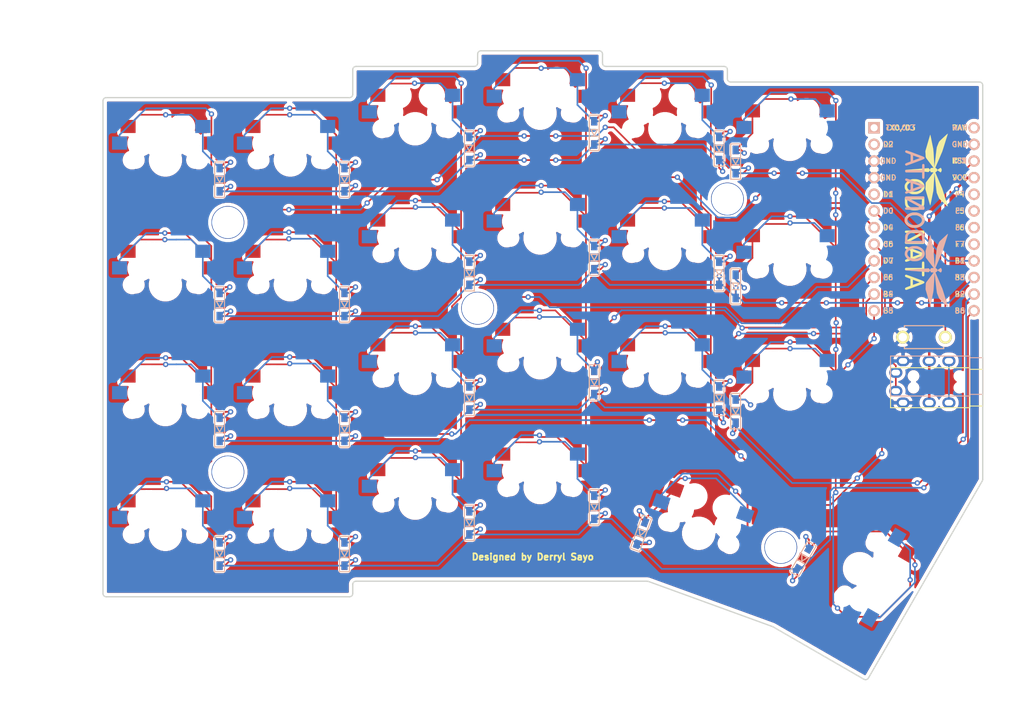
<source format=kicad_pcb>
(kicad_pcb (version 20171130) (host pcbnew "(5.1.10)-1")
  (layers (0 F.Cu signal) (31 B.Cu signal) (34 B.Paste user) (35 F.Paste user) (36 B.SilkS user) (37 F.SilkS user) (38 B.Mask user) (39 F.Mask user) (44 Edge.Cuts user))
  (net 0 "")
  (net 1 "Net-(D1-Pad2)")
  (net 2 Row0)
  (net 3 "Net-(D2-Pad2)")
  (net 4 "Net-(D3-Pad2)")
  (net 5 "Net-(D4-Pad2)")
  (net 6 "Net-(D5-Pad2)")
  (net 7 "Net-(D6-Pad2)")
  (net 8 "Net-(D7-Pad2)")
  (net 9 Row1)
  (net 10 "Net-(D8-Pad2)")
  (net 11 "Net-(D9-Pad2)")
  (net 12 "Net-(D10-Pad2)")
  (net 13 "Net-(D11-Pad2)")
  (net 14 "Net-(D12-Pad2)")
  (net 15 Row2)
  (net 16 "Net-(D13-Pad2)")
  (net 17 "Net-(D14-Pad2)")
  (net 18 "Net-(D15-Pad2)")
  (net 19 "Net-(D16-Pad2)")
  (net 20 "Net-(D17-Pad2)")
  (net 21 "Net-(D18-Pad2)")
  (net 22 Row3)
  (net 23 "Net-(D19-Pad2)")
  (net 24 "Net-(D20-Pad2)")
  (net 25 "Net-(D21-Pad2)")
  (net 26 "Net-(D22-Pad2)")
  (net 27 "Net-(D23-Pad2)")
  (net 28 "Net-(D24-Pad2)")
  (net 29 VCC)
  (net 30 "Net-(J1-Pad4)")
  (net 31 GND)
  (net 32 Serial_Pin)
  (net 33 Col0)
  (net 34 Col1)
  (net 35 Col2)
  (net 36 Col3)
  (net 37 Col4)
  (net 38 Col5)
  (net 39 "Net-(U1-Pad1)")
  (net 40 "Net-(U1-Pad2)")
  (net 41 "Net-(U1-Pad5)")
  (net 42 "Net-(U1-Pad17)")
  (net 43 "Net-(U1-Pad18)")
  (net 44 "Net-(U1-Pad19)")
  (net 45 "Net-(U1-Pad20)")
  (net 46 "Net-(U1-Pad24)")
  (net 47 Reset)
  (module logo:odonata_logo_text3 (layer B.Cu) (at 214.376 69.7992 90)
    (fp_text reference G*** hide)
    (fp_text value LOGO hide)
  )
  (module logo:odonata_logo_text3 (layer F.Cu) (at 214.353313 83.522408 270)
    (fp_text reference G*** hide)
    (fp_text value LOGO hide)
  )
  (module corne-cherry_v2:CherryMX_MidHeight_Hotswap (layer F.Cu) (at 97.626964 86.529508)
    (fp_text reference K7 hide)
    (fp_text value KEYSW hide)
    (pad "" np_thru_hole circle (at 4.5 0) (size 1.7 1.7) (drill 1.7) (layers *.Cu *.Mask))
    (pad "" np_thru_hole circle (at -4.5 0) (size 1.7 1.7) (drill 1.7) (layers *.Cu *.Mask))
    (pad 2 smd rect (at 5.7 -5.12 180) (size 2.3 2) (layers B.Cu B.Paste B.Mask) (net 8 "Net-(D7-Pad2)"))
    (pad "" np_thru_hole circle (at -5.08 0) (size 1.9 1.9) (drill 1.9) (layers *.Cu *.Mask))
    (pad "" np_thru_hole circle (at 5.08 0) (size 1.9 1.9) (drill 1.9) (layers *.Cu *.Mask))
    (pad "" np_thru_hole circle (at 0 0 90) (size 4.1 4.1) (drill 4.1) (layers *.Cu *.Mask))
    (pad "" np_thru_hole circle (at 2.54 -5.08 180) (size 3 3) (drill 3) (layers *.Cu *.Mask))
    (pad "" np_thru_hole circle (at 3.81 -2.540001 180) (size 3 3) (drill 3) (layers *.Cu *.Mask))
    (pad "" np_thru_hole circle (at -2.54 -5.08 180) (size 3 3) (drill 3) (layers *.Cu *.Mask))
    (pad "" np_thru_hole circle (at -3.81 -2.54 180) (size 3 3) (drill 3) (layers *.Cu *.Mask))
    (pad 2 smd rect (at -5.7 -5.12 180) (size 2.3 2) (layers F.Cu F.Paste F.Mask) (net 8 "Net-(D7-Pad2)"))
    (pad 1 smd rect (at 7 -2.58 180) (size 2.3 2) (layers F.Cu F.Paste F.Mask) (net 33 Col0))
    (pad 1 smd rect (at -7 -2.58 180) (size 2.3 2) (layers B.Cu B.Paste B.Mask) (net 33 Col0))
  )
  (module corne-cherry_v2:CherryMX_MidHeight_Hotswap (layer F.Cu) (at 173.827064 62.717008)
    (fp_text reference K5 hide)
    (fp_text value KEYSW hide)
    (pad "" np_thru_hole circle (at 4.5 0) (size 1.7 1.7) (drill 1.7) (layers *.Cu *.Mask))
    (pad "" np_thru_hole circle (at -4.5 0) (size 1.7 1.7) (drill 1.7) (layers *.Cu *.Mask))
    (pad 2 smd rect (at 5.7 -5.12 180) (size 2.3 2) (layers B.Cu B.Paste B.Mask) (net 6 "Net-(D5-Pad2)"))
    (pad "" np_thru_hole circle (at -5.08 0) (size 1.9 1.9) (drill 1.9) (layers *.Cu *.Mask))
    (pad "" np_thru_hole circle (at 5.08 0) (size 1.9 1.9) (drill 1.9) (layers *.Cu *.Mask))
    (pad "" np_thru_hole circle (at 0 0 90) (size 4.1 4.1) (drill 4.1) (layers *.Cu *.Mask))
    (pad "" np_thru_hole circle (at 2.54 -5.08 180) (size 3 3) (drill 3) (layers *.Cu *.Mask))
    (pad "" np_thru_hole circle (at 3.81 -2.540001 180) (size 3 3) (drill 3) (layers *.Cu *.Mask))
    (pad "" np_thru_hole circle (at -2.54 -5.08 180) (size 3 3) (drill 3) (layers *.Cu *.Mask))
    (pad "" np_thru_hole circle (at -3.81 -2.54 180) (size 3 3) (drill 3) (layers *.Cu *.Mask))
    (pad 2 smd rect (at -5.7 -5.12 180) (size 2.3 2) (layers F.Cu F.Paste F.Mask) (net 6 "Net-(D5-Pad2)"))
    (pad 1 smd rect (at 7 -2.58 180) (size 2.3 2) (layers F.Cu F.Paste F.Mask) (net 37 Col4))
    (pad 1 smd rect (at -7 -2.58 180) (size 2.3 2) (layers B.Cu B.Paste B.Mask) (net 37 Col4))
  )
  (module corne-cherry_v2:CherryMX_MidHeight_Hotswap (layer F.Cu) (at 154.777064 79.385708)
    (fp_text reference K10 hide)
    (fp_text value KEYSW hide)
    (pad "" np_thru_hole circle (at 4.5 0) (size 1.7 1.7) (drill 1.7) (layers *.Cu *.Mask))
    (pad "" np_thru_hole circle (at -4.5 0) (size 1.7 1.7) (drill 1.7) (layers *.Cu *.Mask))
    (pad 2 smd rect (at 5.7 -5.12 180) (size 2.3 2) (layers B.Cu B.Paste B.Mask) (net 12 "Net-(D10-Pad2)"))
    (pad "" np_thru_hole circle (at -5.08 0) (size 1.9 1.9) (drill 1.9) (layers *.Cu *.Mask))
    (pad "" np_thru_hole circle (at 5.08 0) (size 1.9 1.9) (drill 1.9) (layers *.Cu *.Mask))
    (pad "" np_thru_hole circle (at 0 0 90) (size 4.1 4.1) (drill 4.1) (layers *.Cu *.Mask))
    (pad "" np_thru_hole circle (at 2.54 -5.08 180) (size 3 3) (drill 3) (layers *.Cu *.Mask))
    (pad "" np_thru_hole circle (at 3.81 -2.540001 180) (size 3 3) (drill 3) (layers *.Cu *.Mask))
    (pad "" np_thru_hole circle (at -2.54 -5.08 180) (size 3 3) (drill 3) (layers *.Cu *.Mask))
    (pad "" np_thru_hole circle (at -3.81 -2.54 180) (size 3 3) (drill 3) (layers *.Cu *.Mask))
    (pad 2 smd rect (at -5.7 -5.12 180) (size 2.3 2) (layers F.Cu F.Paste F.Mask) (net 12 "Net-(D10-Pad2)"))
    (pad 1 smd rect (at 7 -2.58 180) (size 2.3 2) (layers F.Cu F.Paste F.Mask) (net 36 Col3))
    (pad 1 smd rect (at -7 -2.58 180) (size 2.3 2) (layers B.Cu B.Paste B.Mask) (net 36 Col3))
  )
  (module corne-cherry_v2:CherryMX_MidHeight_Hotswap (layer F.Cu) (at 97.626964 67.479508)
    (fp_text reference K1 hide)
    (fp_text value KEYSW hide)
    (pad "" np_thru_hole circle (at 4.5 0) (size 1.7 1.7) (drill 1.7) (layers *.Cu *.Mask))
    (pad "" np_thru_hole circle (at -4.5 0) (size 1.7 1.7) (drill 1.7) (layers *.Cu *.Mask))
    (pad 2 smd rect (at 5.7 -5.12 180) (size 2.3 2) (layers B.Cu B.Paste B.Mask) (net 1 "Net-(D1-Pad2)"))
    (pad "" np_thru_hole circle (at -5.08 0) (size 1.9 1.9) (drill 1.9) (layers *.Cu *.Mask))
    (pad "" np_thru_hole circle (at 5.08 0) (size 1.9 1.9) (drill 1.9) (layers *.Cu *.Mask))
    (pad "" np_thru_hole circle (at 0 0 90) (size 4.1 4.1) (drill 4.1) (layers *.Cu *.Mask))
    (pad "" np_thru_hole circle (at 2.54 -5.08 180) (size 3 3) (drill 3) (layers *.Cu *.Mask))
    (pad "" np_thru_hole circle (at 3.81 -2.540001 180) (size 3 3) (drill 3) (layers *.Cu *.Mask))
    (pad "" np_thru_hole circle (at -2.54 -5.08 180) (size 3 3) (drill 3) (layers *.Cu *.Mask))
    (pad "" np_thru_hole circle (at -3.81 -2.54 180) (size 3 3) (drill 3) (layers *.Cu *.Mask))
    (pad 2 smd rect (at -5.7 -5.12 180) (size 2.3 2) (layers F.Cu F.Paste F.Mask) (net 1 "Net-(D1-Pad2)"))
    (pad 1 smd rect (at 7 -2.58 180) (size 2.3 2) (layers F.Cu F.Paste F.Mask) (net 33 Col0))
    (pad 1 smd rect (at -7 -2.58 180) (size 2.3 2) (layers B.Cu B.Paste B.Mask) (net 33 Col0))
  )
  (module corne-cherry_v2:CherryMX_MidHeight_Hotswap (layer F.Cu) (at 116.677064 67.479508)
    (fp_text reference K2 hide)
    (fp_text value KEYSW hide)
    (pad "" np_thru_hole circle (at 4.5 0) (size 1.7 1.7) (drill 1.7) (layers *.Cu *.Mask))
    (pad "" np_thru_hole circle (at -4.5 0) (size 1.7 1.7) (drill 1.7) (layers *.Cu *.Mask))
    (pad 2 smd rect (at 5.7 -5.12 180) (size 2.3 2) (layers B.Cu B.Paste B.Mask) (net 3 "Net-(D2-Pad2)"))
    (pad "" np_thru_hole circle (at -5.08 0) (size 1.9 1.9) (drill 1.9) (layers *.Cu *.Mask))
    (pad "" np_thru_hole circle (at 5.08 0) (size 1.9 1.9) (drill 1.9) (layers *.Cu *.Mask))
    (pad "" np_thru_hole circle (at 0 0 90) (size 4.1 4.1) (drill 4.1) (layers *.Cu *.Mask))
    (pad "" np_thru_hole circle (at 2.54 -5.08 180) (size 3 3) (drill 3) (layers *.Cu *.Mask))
    (pad "" np_thru_hole circle (at 3.81 -2.540001 180) (size 3 3) (drill 3) (layers *.Cu *.Mask))
    (pad "" np_thru_hole circle (at -2.54 -5.08 180) (size 3 3) (drill 3) (layers *.Cu *.Mask))
    (pad "" np_thru_hole circle (at -3.81 -2.54 180) (size 3 3) (drill 3) (layers *.Cu *.Mask))
    (pad 2 smd rect (at -5.7 -5.12 180) (size 2.3 2) (layers F.Cu F.Paste F.Mask) (net 3 "Net-(D2-Pad2)"))
    (pad 1 smd rect (at 7 -2.58 180) (size 2.3 2) (layers F.Cu F.Paste F.Mask) (net 34 Col1))
    (pad 1 smd rect (at -7 -2.58 180) (size 2.3 2) (layers B.Cu B.Paste B.Mask) (net 34 Col1))
  )
  (module corne-cherry_v2:CherryMX_MidHeight_Hotswap (layer F.Cu) (at 135.727063 62.717008)
    (fp_text reference K3 hide)
    (fp_text value KEYSW hide)
    (pad "" np_thru_hole circle (at 4.5 0) (size 1.7 1.7) (drill 1.7) (layers *.Cu *.Mask))
    (pad "" np_thru_hole circle (at -4.5 0) (size 1.7 1.7) (drill 1.7) (layers *.Cu *.Mask))
    (pad 2 smd rect (at 5.7 -5.12 180) (size 2.3 2) (layers B.Cu B.Paste B.Mask) (net 4 "Net-(D3-Pad2)"))
    (pad "" np_thru_hole circle (at -5.08 0) (size 1.9 1.9) (drill 1.9) (layers *.Cu *.Mask))
    (pad "" np_thru_hole circle (at 5.08 0) (size 1.9 1.9) (drill 1.9) (layers *.Cu *.Mask))
    (pad "" np_thru_hole circle (at 0 0 90) (size 4.1 4.1) (drill 4.1) (layers *.Cu *.Mask))
    (pad "" np_thru_hole circle (at 2.54 -5.08 180) (size 3 3) (drill 3) (layers *.Cu *.Mask))
    (pad "" np_thru_hole circle (at 3.81 -2.540001 180) (size 3 3) (drill 3) (layers *.Cu *.Mask))
    (pad "" np_thru_hole circle (at -2.54 -5.08 180) (size 3 3) (drill 3) (layers *.Cu *.Mask))
    (pad "" np_thru_hole circle (at -3.81 -2.54 180) (size 3 3) (drill 3) (layers *.Cu *.Mask))
    (pad 2 smd rect (at -5.7 -5.12 180) (size 2.3 2) (layers F.Cu F.Paste F.Mask) (net 4 "Net-(D3-Pad2)"))
    (pad 1 smd rect (at 7 -2.58 180) (size 2.3 2) (layers F.Cu F.Paste F.Mask) (net 35 Col2))
    (pad 1 smd rect (at -7 -2.58 180) (size 2.3 2) (layers B.Cu B.Paste B.Mask) (net 35 Col2))
  )
  (module corne-cherry_v2:CherryMX_MidHeight_Hotswap (layer F.Cu) (at 154.777064 60.335708)
    (fp_text reference K4 hide)
    (fp_text value KEYSW hide)
    (pad "" np_thru_hole circle (at 4.5 0) (size 1.7 1.7) (drill 1.7) (layers *.Cu *.Mask))
    (pad "" np_thru_hole circle (at -4.5 0) (size 1.7 1.7) (drill 1.7) (layers *.Cu *.Mask))
    (pad 2 smd rect (at 5.7 -5.12 180) (size 2.3 2) (layers B.Cu B.Paste B.Mask) (net 5 "Net-(D4-Pad2)"))
    (pad "" np_thru_hole circle (at -5.08 0) (size 1.9 1.9) (drill 1.9) (layers *.Cu *.Mask))
    (pad "" np_thru_hole circle (at 5.08 0) (size 1.9 1.9) (drill 1.9) (layers *.Cu *.Mask))
    (pad "" np_thru_hole circle (at 0 0 90) (size 4.1 4.1) (drill 4.1) (layers *.Cu *.Mask))
    (pad "" np_thru_hole circle (at 2.54 -5.08 180) (size 3 3) (drill 3) (layers *.Cu *.Mask))
    (pad "" np_thru_hole circle (at 3.81 -2.540001 180) (size 3 3) (drill 3) (layers *.Cu *.Mask))
    (pad "" np_thru_hole circle (at -2.54 -5.08 180) (size 3 3) (drill 3) (layers *.Cu *.Mask))
    (pad "" np_thru_hole circle (at -3.81 -2.54 180) (size 3 3) (drill 3) (layers *.Cu *.Mask))
    (pad 2 smd rect (at -5.7 -5.12 180) (size 2.3 2) (layers F.Cu F.Paste F.Mask) (net 5 "Net-(D4-Pad2)"))
    (pad 1 smd rect (at 7 -2.58 180) (size 2.3 2) (layers F.Cu F.Paste F.Mask) (net 36 Col3))
    (pad 1 smd rect (at -7 -2.58 180) (size 2.3 2) (layers B.Cu B.Paste B.Mask) (net 36 Col3))
  )
  (module corne-cherry_v2:CherryMX_MidHeight_Hotswap (layer F.Cu) (at 192.876763 65.098208)
    (fp_text reference K6 hide)
    (fp_text value KEYSW hide)
    (pad "" np_thru_hole circle (at 4.5 0) (size 1.7 1.7) (drill 1.7) (layers *.Cu *.Mask))
    (pad "" np_thru_hole circle (at -4.5 0) (size 1.7 1.7) (drill 1.7) (layers *.Cu *.Mask))
    (pad 2 smd rect (at 5.7 -5.12 180) (size 2.3 2) (layers B.Cu B.Paste B.Mask) (net 7 "Net-(D6-Pad2)"))
    (pad "" np_thru_hole circle (at -5.08 0) (size 1.9 1.9) (drill 1.9) (layers *.Cu *.Mask))
    (pad "" np_thru_hole circle (at 5.08 0) (size 1.9 1.9) (drill 1.9) (layers *.Cu *.Mask))
    (pad "" np_thru_hole circle (at 0 0 90) (size 4.1 4.1) (drill 4.1) (layers *.Cu *.Mask))
    (pad "" np_thru_hole circle (at 2.54 -5.08 180) (size 3 3) (drill 3) (layers *.Cu *.Mask))
    (pad "" np_thru_hole circle (at 3.81 -2.540001 180) (size 3 3) (drill 3) (layers *.Cu *.Mask))
    (pad "" np_thru_hole circle (at -2.54 -5.08 180) (size 3 3) (drill 3) (layers *.Cu *.Mask))
    (pad "" np_thru_hole circle (at -3.81 -2.54 180) (size 3 3) (drill 3) (layers *.Cu *.Mask))
    (pad 2 smd rect (at -5.7 -5.12 180) (size 2.3 2) (layers F.Cu F.Paste F.Mask) (net 7 "Net-(D6-Pad2)"))
    (pad 1 smd rect (at 7 -2.58 180) (size 2.3 2) (layers F.Cu F.Paste F.Mask) (net 38 Col5))
    (pad 1 smd rect (at -7 -2.58 180) (size 2.3 2) (layers B.Cu B.Paste B.Mask) (net 38 Col5))
  )
  (module corne-cherry_v2:CherryMX_MidHeight_Hotswap (layer F.Cu) (at 116.677064 86.529508)
    (fp_text reference K8 hide)
    (fp_text value KEYSW hide)
    (pad "" np_thru_hole circle (at 4.5 0) (size 1.7 1.7) (drill 1.7) (layers *.Cu *.Mask))
    (pad "" np_thru_hole circle (at -4.5 0) (size 1.7 1.7) (drill 1.7) (layers *.Cu *.Mask))
    (pad 2 smd rect (at 5.7 -5.12 180) (size 2.3 2) (layers B.Cu B.Paste B.Mask) (net 10 "Net-(D8-Pad2)"))
    (pad "" np_thru_hole circle (at -5.08 0) (size 1.9 1.9) (drill 1.9) (layers *.Cu *.Mask))
    (pad "" np_thru_hole circle (at 5.08 0) (size 1.9 1.9) (drill 1.9) (layers *.Cu *.Mask))
    (pad "" np_thru_hole circle (at 0 0 90) (size 4.1 4.1) (drill 4.1) (layers *.Cu *.Mask))
    (pad "" np_thru_hole circle (at 2.54 -5.08 180) (size 3 3) (drill 3) (layers *.Cu *.Mask))
    (pad "" np_thru_hole circle (at 3.81 -2.540001 180) (size 3 3) (drill 3) (layers *.Cu *.Mask))
    (pad "" np_thru_hole circle (at -2.54 -5.08 180) (size 3 3) (drill 3) (layers *.Cu *.Mask))
    (pad "" np_thru_hole circle (at -3.81 -2.54 180) (size 3 3) (drill 3) (layers *.Cu *.Mask))
    (pad 2 smd rect (at -5.7 -5.12 180) (size 2.3 2) (layers F.Cu F.Paste F.Mask) (net 10 "Net-(D8-Pad2)"))
    (pad 1 smd rect (at 7 -2.58 180) (size 2.3 2) (layers F.Cu F.Paste F.Mask) (net 34 Col1))
    (pad 1 smd rect (at -7 -2.58 180) (size 2.3 2) (layers B.Cu B.Paste B.Mask) (net 34 Col1))
  )
  (module corne-cherry_v2:CherryMX_MidHeight_Hotswap (layer F.Cu) (at 135.727063 81.767008)
    (fp_text reference K9 hide)
    (fp_text value KEYSW hide)
    (pad "" np_thru_hole circle (at 4.5 0) (size 1.7 1.7) (drill 1.7) (layers *.Cu *.Mask))
    (pad "" np_thru_hole circle (at -4.5 0) (size 1.7 1.7) (drill 1.7) (layers *.Cu *.Mask))
    (pad 2 smd rect (at 5.7 -5.12 180) (size 2.3 2) (layers B.Cu B.Paste B.Mask) (net 11 "Net-(D9-Pad2)"))
    (pad "" np_thru_hole circle (at -5.08 0) (size 1.9 1.9) (drill 1.9) (layers *.Cu *.Mask))
    (pad "" np_thru_hole circle (at 5.08 0) (size 1.9 1.9) (drill 1.9) (layers *.Cu *.Mask))
    (pad "" np_thru_hole circle (at 0 0 90) (size 4.1 4.1) (drill 4.1) (layers *.Cu *.Mask))
    (pad "" np_thru_hole circle (at 2.54 -5.08 180) (size 3 3) (drill 3) (layers *.Cu *.Mask))
    (pad "" np_thru_hole circle (at 3.81 -2.540001 180) (size 3 3) (drill 3) (layers *.Cu *.Mask))
    (pad "" np_thru_hole circle (at -2.54 -5.08 180) (size 3 3) (drill 3) (layers *.Cu *.Mask))
    (pad "" np_thru_hole circle (at -3.81 -2.54 180) (size 3 3) (drill 3) (layers *.Cu *.Mask))
    (pad 2 smd rect (at -5.7 -5.12 180) (size 2.3 2) (layers F.Cu F.Paste F.Mask) (net 11 "Net-(D9-Pad2)"))
    (pad 1 smd rect (at 7 -2.58 180) (size 2.3 2) (layers F.Cu F.Paste F.Mask) (net 35 Col2))
    (pad 1 smd rect (at -7 -2.58 180) (size 2.3 2) (layers B.Cu B.Paste B.Mask) (net 35 Col2))
  )
  (module corne-cherry_v2:CherryMX_MidHeight_Hotswap (layer F.Cu) (at 173.827064 81.767008)
    (fp_text reference K11 hide)
    (fp_text value KEYSW hide)
    (pad "" np_thru_hole circle (at 4.5 0) (size 1.7 1.7) (drill 1.7) (layers *.Cu *.Mask))
    (pad "" np_thru_hole circle (at -4.5 0) (size 1.7 1.7) (drill 1.7) (layers *.Cu *.Mask))
    (pad 2 smd rect (at 5.7 -5.12 180) (size 2.3 2) (layers B.Cu B.Paste B.Mask) (net 13 "Net-(D11-Pad2)"))
    (pad "" np_thru_hole circle (at -5.08 0) (size 1.9 1.9) (drill 1.9) (layers *.Cu *.Mask))
    (pad "" np_thru_hole circle (at 5.08 0) (size 1.9 1.9) (drill 1.9) (layers *.Cu *.Mask))
    (pad "" np_thru_hole circle (at 0 0 90) (size 4.1 4.1) (drill 4.1) (layers *.Cu *.Mask))
    (pad "" np_thru_hole circle (at 2.54 -5.08 180) (size 3 3) (drill 3) (layers *.Cu *.Mask))
    (pad "" np_thru_hole circle (at 3.81 -2.540001 180) (size 3 3) (drill 3) (layers *.Cu *.Mask))
    (pad "" np_thru_hole circle (at -2.54 -5.08 180) (size 3 3) (drill 3) (layers *.Cu *.Mask))
    (pad "" np_thru_hole circle (at -3.81 -2.54 180) (size 3 3) (drill 3) (layers *.Cu *.Mask))
    (pad 2 smd rect (at -5.7 -5.12 180) (size 2.3 2) (layers F.Cu F.Paste F.Mask) (net 13 "Net-(D11-Pad2)"))
    (pad 1 smd rect (at 7 -2.58 180) (size 2.3 2) (layers F.Cu F.Paste F.Mask) (net 37 Col4))
    (pad 1 smd rect (at -7 -2.58 180) (size 2.3 2) (layers B.Cu B.Paste B.Mask) (net 37 Col4))
  )
  (module corne-cherry_v2:CherryMX_MidHeight_Hotswap (layer F.Cu) (at 192.876763 84.148208)
    (fp_text reference K12 hide)
    (fp_text value KEYSW hide)
    (pad "" np_thru_hole circle (at 4.5 0) (size 1.7 1.7) (drill 1.7) (layers *.Cu *.Mask))
    (pad "" np_thru_hole circle (at -4.5 0) (size 1.7 1.7) (drill 1.7) (layers *.Cu *.Mask))
    (pad 2 smd rect (at 5.7 -5.12 180) (size 2.3 2) (layers B.Cu B.Paste B.Mask) (net 14 "Net-(D12-Pad2)"))
    (pad "" np_thru_hole circle (at -5.08 0) (size 1.9 1.9) (drill 1.9) (layers *.Cu *.Mask))
    (pad "" np_thru_hole circle (at 5.08 0) (size 1.9 1.9) (drill 1.9) (layers *.Cu *.Mask))
    (pad "" np_thru_hole circle (at 0 0 90) (size 4.1 4.1) (drill 4.1) (layers *.Cu *.Mask))
    (pad "" np_thru_hole circle (at 2.54 -5.08 180) (size 3 3) (drill 3) (layers *.Cu *.Mask))
    (pad "" np_thru_hole circle (at 3.81 -2.540001 180) (size 3 3) (drill 3) (layers *.Cu *.Mask))
    (pad "" np_thru_hole circle (at -2.54 -5.08 180) (size 3 3) (drill 3) (layers *.Cu *.Mask))
    (pad "" np_thru_hole circle (at -3.81 -2.54 180) (size 3 3) (drill 3) (layers *.Cu *.Mask))
    (pad 2 smd rect (at -5.7 -5.12 180) (size 2.3 2) (layers F.Cu F.Paste F.Mask) (net 14 "Net-(D12-Pad2)"))
    (pad 1 smd rect (at 7 -2.58 180) (size 2.3 2) (layers F.Cu F.Paste F.Mask) (net 38 Col5))
    (pad 1 smd rect (at -7 -2.58 180) (size 2.3 2) (layers B.Cu B.Paste B.Mask) (net 38 Col5))
  )
  (module corne-cherry_v2:CherryMX_MidHeight_Hotswap (layer F.Cu) (at 97.626964 105.579508)
    (fp_text reference K13 hide)
    (fp_text value KEYSW hide)
    (pad "" np_thru_hole circle (at 4.5 0) (size 1.7 1.7) (drill 1.7) (layers *.Cu *.Mask))
    (pad "" np_thru_hole circle (at -4.5 0) (size 1.7 1.7) (drill 1.7) (layers *.Cu *.Mask))
    (pad 2 smd rect (at 5.7 -5.12 180) (size 2.3 2) (layers B.Cu B.Paste B.Mask) (net 16 "Net-(D13-Pad2)"))
    (pad "" np_thru_hole circle (at -5.08 0) (size 1.9 1.9) (drill 1.9) (layers *.Cu *.Mask))
    (pad "" np_thru_hole circle (at 5.08 0) (size 1.9 1.9) (drill 1.9) (layers *.Cu *.Mask))
    (pad "" np_thru_hole circle (at 0 0 90) (size 4.1 4.1) (drill 4.1) (layers *.Cu *.Mask))
    (pad "" np_thru_hole circle (at 2.54 -5.08 180) (size 3 3) (drill 3) (layers *.Cu *.Mask))
    (pad "" np_thru_hole circle (at 3.81 -2.540001 180) (size 3 3) (drill 3) (layers *.Cu *.Mask))
    (pad "" np_thru_hole circle (at -2.54 -5.08 180) (size 3 3) (drill 3) (layers *.Cu *.Mask))
    (pad "" np_thru_hole circle (at -3.81 -2.54 180) (size 3 3) (drill 3) (layers *.Cu *.Mask))
    (pad 2 smd rect (at -5.7 -5.12 180) (size 2.3 2) (layers F.Cu F.Paste F.Mask) (net 16 "Net-(D13-Pad2)"))
    (pad 1 smd rect (at 7 -2.58 180) (size 2.3 2) (layers F.Cu F.Paste F.Mask) (net 33 Col0))
    (pad 1 smd rect (at -7 -2.58 180) (size 2.3 2) (layers B.Cu B.Paste B.Mask) (net 33 Col0))
  )
  (module corne-cherry_v2:CherryMX_MidHeight_Hotswap (layer F.Cu) (at 116.677064 105.579508)
    (fp_text reference K14 hide)
    (fp_text value KEYSW hide)
    (pad "" np_thru_hole circle (at 4.5 0) (size 1.7 1.7) (drill 1.7) (layers *.Cu *.Mask))
    (pad "" np_thru_hole circle (at -4.5 0) (size 1.7 1.7) (drill 1.7) (layers *.Cu *.Mask))
    (pad 2 smd rect (at 5.7 -5.12 180) (size 2.3 2) (layers B.Cu B.Paste B.Mask) (net 17 "Net-(D14-Pad2)"))
    (pad "" np_thru_hole circle (at -5.08 0) (size 1.9 1.9) (drill 1.9) (layers *.Cu *.Mask))
    (pad "" np_thru_hole circle (at 5.08 0) (size 1.9 1.9) (drill 1.9) (layers *.Cu *.Mask))
    (pad "" np_thru_hole circle (at 0 0 90) (size 4.1 4.1) (drill 4.1) (layers *.Cu *.Mask))
    (pad "" np_thru_hole circle (at 2.54 -5.08 180) (size 3 3) (drill 3) (layers *.Cu *.Mask))
    (pad "" np_thru_hole circle (at 3.81 -2.540001 180) (size 3 3) (drill 3) (layers *.Cu *.Mask))
    (pad "" np_thru_hole circle (at -2.54 -5.08 180) (size 3 3) (drill 3) (layers *.Cu *.Mask))
    (pad "" np_thru_hole circle (at -3.81 -2.54 180) (size 3 3) (drill 3) (layers *.Cu *.Mask))
    (pad 2 smd rect (at -5.7 -5.12 180) (size 2.3 2) (layers F.Cu F.Paste F.Mask) (net 17 "Net-(D14-Pad2)"))
    (pad 1 smd rect (at 7 -2.58 180) (size 2.3 2) (layers F.Cu F.Paste F.Mask) (net 34 Col1))
    (pad 1 smd rect (at -7 -2.58 180) (size 2.3 2) (layers B.Cu B.Paste B.Mask) (net 34 Col1))
  )
  (module corne-cherry_v2:CherryMX_MidHeight_Hotswap (layer F.Cu) (at 135.727063 100.817008)
    (fp_text reference K15 hide)
    (fp_text value KEYSW hide)
    (pad "" np_thru_hole circle (at 4.5 0) (size 1.7 1.7) (drill 1.7) (layers *.Cu *.Mask))
    (pad "" np_thru_hole circle (at -4.5 0) (size 1.7 1.7) (drill 1.7) (layers *.Cu *.Mask))
    (pad 2 smd rect (at 5.7 -5.12 180) (size 2.3 2) (layers B.Cu B.Paste B.Mask) (net 18 "Net-(D15-Pad2)"))
    (pad "" np_thru_hole circle (at -5.08 0) (size 1.9 1.9) (drill 1.9) (layers *.Cu *.Mask))
    (pad "" np_thru_hole circle (at 5.08 0) (size 1.9 1.9) (drill 1.9) (layers *.Cu *.Mask))
    (pad "" np_thru_hole circle (at 0 0 90) (size 4.1 4.1) (drill 4.1) (layers *.Cu *.Mask))
    (pad "" np_thru_hole circle (at 2.54 -5.08 180) (size 3 3) (drill 3) (layers *.Cu *.Mask))
    (pad "" np_thru_hole circle (at 3.81 -2.540001 180) (size 3 3) (drill 3) (layers *.Cu *.Mask))
    (pad "" np_thru_hole circle (at -2.54 -5.08 180) (size 3 3) (drill 3) (layers *.Cu *.Mask))
    (pad "" np_thru_hole circle (at -3.81 -2.54 180) (size 3 3) (drill 3) (layers *.Cu *.Mask))
    (pad 2 smd rect (at -5.7 -5.12 180) (size 2.3 2) (layers F.Cu F.Paste F.Mask) (net 18 "Net-(D15-Pad2)"))
    (pad 1 smd rect (at 7 -2.58 180) (size 2.3 2) (layers F.Cu F.Paste F.Mask) (net 35 Col2))
    (pad 1 smd rect (at -7 -2.58 180) (size 2.3 2) (layers B.Cu B.Paste B.Mask) (net 35 Col2))
  )
  (module corne-cherry_v2:CherryMX_MidHeight_Hotswap (layer F.Cu) (at 154.777064 98.435708)
    (fp_text reference K16 hide)
    (fp_text value KEYSW hide)
    (pad "" np_thru_hole circle (at 4.5 0) (size 1.7 1.7) (drill 1.7) (layers *.Cu *.Mask))
    (pad "" np_thru_hole circle (at -4.5 0) (size 1.7 1.7) (drill 1.7) (layers *.Cu *.Mask))
    (pad 2 smd rect (at 5.7 -5.12 180) (size 2.3 2) (layers B.Cu B.Paste B.Mask) (net 19 "Net-(D16-Pad2)"))
    (pad "" np_thru_hole circle (at -5.08 0) (size 1.9 1.9) (drill 1.9) (layers *.Cu *.Mask))
    (pad "" np_thru_hole circle (at 5.08 0) (size 1.9 1.9) (drill 1.9) (layers *.Cu *.Mask))
    (pad "" np_thru_hole circle (at 0 0 90) (size 4.1 4.1) (drill 4.1) (layers *.Cu *.Mask))
    (pad "" np_thru_hole circle (at 2.54 -5.08 180) (size 3 3) (drill 3) (layers *.Cu *.Mask))
    (pad "" np_thru_hole circle (at 3.81 -2.540001 180) (size 3 3) (drill 3) (layers *.Cu *.Mask))
    (pad "" np_thru_hole circle (at -2.54 -5.08 180) (size 3 3) (drill 3) (layers *.Cu *.Mask))
    (pad "" np_thru_hole circle (at -3.81 -2.54 180) (size 3 3) (drill 3) (layers *.Cu *.Mask))
    (pad 2 smd rect (at -5.7 -5.12 180) (size 2.3 2) (layers F.Cu F.Paste F.Mask) (net 19 "Net-(D16-Pad2)"))
    (pad 1 smd rect (at 7 -2.58 180) (size 2.3 2) (layers F.Cu F.Paste F.Mask) (net 36 Col3))
    (pad 1 smd rect (at -7 -2.58 180) (size 2.3 2) (layers B.Cu B.Paste B.Mask) (net 36 Col3))
  )
  (module corne-cherry_v2:CherryMX_MidHeight_Hotswap (layer F.Cu) (at 173.827064 100.817008)
    (fp_text reference K17 hide)
    (fp_text value KEYSW hide)
    (pad "" np_thru_hole circle (at 4.5 0) (size 1.7 1.7) (drill 1.7) (layers *.Cu *.Mask))
    (pad "" np_thru_hole circle (at -4.5 0) (size 1.7 1.7) (drill 1.7) (layers *.Cu *.Mask))
    (pad 2 smd rect (at 5.7 -5.12 180) (size 2.3 2) (layers B.Cu B.Paste B.Mask) (net 20 "Net-(D17-Pad2)"))
    (pad "" np_thru_hole circle (at -5.08 0) (size 1.9 1.9) (drill 1.9) (layers *.Cu *.Mask))
    (pad "" np_thru_hole circle (at 5.08 0) (size 1.9 1.9) (drill 1.9) (layers *.Cu *.Mask))
    (pad "" np_thru_hole circle (at 0 0 90) (size 4.1 4.1) (drill 4.1) (layers *.Cu *.Mask))
    (pad "" np_thru_hole circle (at 2.54 -5.08 180) (size 3 3) (drill 3) (layers *.Cu *.Mask))
    (pad "" np_thru_hole circle (at 3.81 -2.540001 180) (size 3 3) (drill 3) (layers *.Cu *.Mask))
    (pad "" np_thru_hole circle (at -2.54 -5.08 180) (size 3 3) (drill 3) (layers *.Cu *.Mask))
    (pad "" np_thru_hole circle (at -3.81 -2.54 180) (size 3 3) (drill 3) (layers *.Cu *.Mask))
    (pad 2 smd rect (at -5.7 -5.12 180) (size 2.3 2) (layers F.Cu F.Paste F.Mask) (net 20 "Net-(D17-Pad2)"))
    (pad 1 smd rect (at 7 -2.58 180) (size 2.3 2) (layers F.Cu F.Paste F.Mask) (net 37 Col4))
    (pad 1 smd rect (at -7 -2.58 180) (size 2.3 2) (layers B.Cu B.Paste B.Mask) (net 37 Col4))
  )
  (module corne-cherry_v2:CherryMX_MidHeight_Hotswap (layer F.Cu) (at 192.876763 103.198208)
    (fp_text reference K18 hide)
    (fp_text value KEYSW hide)
    (pad "" np_thru_hole circle (at 4.5 0) (size 1.7 1.7) (drill 1.7) (layers *.Cu *.Mask))
    (pad "" np_thru_hole circle (at -4.5 0) (size 1.7 1.7) (drill 1.7) (layers *.Cu *.Mask))
    (pad 2 smd rect (at 5.7 -5.12 180) (size 2.3 2) (layers B.Cu B.Paste B.Mask) (net 21 "Net-(D18-Pad2)"))
    (pad "" np_thru_hole circle (at -5.08 0) (size 1.9 1.9) (drill 1.9) (layers *.Cu *.Mask))
    (pad "" np_thru_hole circle (at 5.08 0) (size 1.9 1.9) (drill 1.9) (layers *.Cu *.Mask))
    (pad "" np_thru_hole circle (at 0 0 90) (size 4.1 4.1) (drill 4.1) (layers *.Cu *.Mask))
    (pad "" np_thru_hole circle (at 2.54 -5.08 180) (size 3 3) (drill 3) (layers *.Cu *.Mask))
    (pad "" np_thru_hole circle (at 3.81 -2.540001 180) (size 3 3) (drill 3) (layers *.Cu *.Mask))
    (pad "" np_thru_hole circle (at -2.54 -5.08 180) (size 3 3) (drill 3) (layers *.Cu *.Mask))
    (pad "" np_thru_hole circle (at -3.81 -2.54 180) (size 3 3) (drill 3) (layers *.Cu *.Mask))
    (pad 2 smd rect (at -5.7 -5.12 180) (size 2.3 2) (layers F.Cu F.Paste F.Mask) (net 21 "Net-(D18-Pad2)"))
    (pad 1 smd rect (at 7 -2.58 180) (size 2.3 2) (layers F.Cu F.Paste F.Mask) (net 38 Col5))
    (pad 1 smd rect (at -7 -2.58 180) (size 2.3 2) (layers B.Cu B.Paste B.Mask) (net 38 Col5))
  )
  (module corne-cherry_v2:CherryMX_MidHeight_Hotswap (layer F.Cu) (at 97.626964 124.629508)
    (fp_text reference K19 hide)
    (fp_text value KEYSW hide)
    (pad "" np_thru_hole circle (at 4.5 0) (size 1.7 1.7) (drill 1.7) (layers *.Cu *.Mask))
    (pad "" np_thru_hole circle (at -4.5 0) (size 1.7 1.7) (drill 1.7) (layers *.Cu *.Mask))
    (pad 2 smd rect (at 5.7 -5.12 180) (size 2.3 2) (layers B.Cu B.Paste B.Mask) (net 23 "Net-(D19-Pad2)"))
    (pad "" np_thru_hole circle (at -5.08 0) (size 1.9 1.9) (drill 1.9) (layers *.Cu *.Mask))
    (pad "" np_thru_hole circle (at 5.08 0) (size 1.9 1.9) (drill 1.9) (layers *.Cu *.Mask))
    (pad "" np_thru_hole circle (at 0 0 90) (size 4.1 4.1) (drill 4.1) (layers *.Cu *.Mask))
    (pad "" np_thru_hole circle (at 2.54 -5.08 180) (size 3 3) (drill 3) (layers *.Cu *.Mask))
    (pad "" np_thru_hole circle (at 3.81 -2.540001 180) (size 3 3) (drill 3) (layers *.Cu *.Mask))
    (pad "" np_thru_hole circle (at -2.54 -5.08 180) (size 3 3) (drill 3) (layers *.Cu *.Mask))
    (pad "" np_thru_hole circle (at -3.81 -2.54 180) (size 3 3) (drill 3) (layers *.Cu *.Mask))
    (pad 2 smd rect (at -5.7 -5.12 180) (size 2.3 2) (layers F.Cu F.Paste F.Mask) (net 23 "Net-(D19-Pad2)"))
    (pad 1 smd rect (at 7 -2.58 180) (size 2.3 2) (layers F.Cu F.Paste F.Mask) (net 33 Col0))
    (pad 1 smd rect (at -7 -2.58 180) (size 2.3 2) (layers B.Cu B.Paste B.Mask) (net 33 Col0))
  )
  (module corne-cherry_v2:CherryMX_MidHeight_Hotswap (layer F.Cu) (at 116.677064 124.629508)
    (fp_text reference K20 hide)
    (fp_text value KEYSW hide)
    (pad "" np_thru_hole circle (at 4.5 0) (size 1.7 1.7) (drill 1.7) (layers *.Cu *.Mask))
    (pad "" np_thru_hole circle (at -4.5 0) (size 1.7 1.7) (drill 1.7) (layers *.Cu *.Mask))
    (pad 2 smd rect (at 5.7 -5.12 180) (size 2.3 2) (layers B.Cu B.Paste B.Mask) (net 24 "Net-(D20-Pad2)"))
    (pad "" np_thru_hole circle (at -5.08 0) (size 1.9 1.9) (drill 1.9) (layers *.Cu *.Mask))
    (pad "" np_thru_hole circle (at 5.08 0) (size 1.9 1.9) (drill 1.9) (layers *.Cu *.Mask))
    (pad "" np_thru_hole circle (at 0 0 90) (size 4.1 4.1) (drill 4.1) (layers *.Cu *.Mask))
    (pad "" np_thru_hole circle (at 2.54 -5.08 180) (size 3 3) (drill 3) (layers *.Cu *.Mask))
    (pad "" np_thru_hole circle (at 3.81 -2.540001 180) (size 3 3) (drill 3) (layers *.Cu *.Mask))
    (pad "" np_thru_hole circle (at -2.54 -5.08 180) (size 3 3) (drill 3) (layers *.Cu *.Mask))
    (pad "" np_thru_hole circle (at -3.81 -2.54 180) (size 3 3) (drill 3) (layers *.Cu *.Mask))
    (pad 2 smd rect (at -5.7 -5.12 180) (size 2.3 2) (layers F.Cu F.Paste F.Mask) (net 24 "Net-(D20-Pad2)"))
    (pad 1 smd rect (at 7 -2.58 180) (size 2.3 2) (layers F.Cu F.Paste F.Mask) (net 34 Col1))
    (pad 1 smd rect (at -7 -2.58 180) (size 2.3 2) (layers B.Cu B.Paste B.Mask) (net 34 Col1))
  )
  (module corne-cherry_v2:CherryMX_MidHeight_Hotswap (layer F.Cu) (at 135.727063 119.867008)
    (fp_text reference K21 hide)
    (fp_text value KEYSW hide)
    (pad "" np_thru_hole circle (at 4.5 0) (size 1.7 1.7) (drill 1.7) (layers *.Cu *.Mask))
    (pad "" np_thru_hole circle (at -4.5 0) (size 1.7 1.7) (drill 1.7) (layers *.Cu *.Mask))
    (pad 2 smd rect (at 5.7 -5.12 180) (size 2.3 2) (layers B.Cu B.Paste B.Mask) (net 25 "Net-(D21-Pad2)"))
    (pad "" np_thru_hole circle (at -5.08 0) (size 1.9 1.9) (drill 1.9) (layers *.Cu *.Mask))
    (pad "" np_thru_hole circle (at 5.08 0) (size 1.9 1.9) (drill 1.9) (layers *.Cu *.Mask))
    (pad "" np_thru_hole circle (at 0 0 90) (size 4.1 4.1) (drill 4.1) (layers *.Cu *.Mask))
    (pad "" np_thru_hole circle (at 2.54 -5.08 180) (size 3 3) (drill 3) (layers *.Cu *.Mask))
    (pad "" np_thru_hole circle (at 3.81 -2.540001 180) (size 3 3) (drill 3) (layers *.Cu *.Mask))
    (pad "" np_thru_hole circle (at -2.54 -5.08 180) (size 3 3) (drill 3) (layers *.Cu *.Mask))
    (pad "" np_thru_hole circle (at -3.81 -2.54 180) (size 3 3) (drill 3) (layers *.Cu *.Mask))
    (pad 2 smd rect (at -5.7 -5.12 180) (size 2.3 2) (layers F.Cu F.Paste F.Mask) (net 25 "Net-(D21-Pad2)"))
    (pad 1 smd rect (at 7 -2.58 180) (size 2.3 2) (layers F.Cu F.Paste F.Mask) (net 35 Col2))
    (pad 1 smd rect (at -7 -2.58 180) (size 2.3 2) (layers B.Cu B.Paste B.Mask) (net 35 Col2))
  )
  (module corne-cherry_v2:CherryMX_MidHeight_Hotswap (layer F.Cu) (at 154.777064 117.485708)
    (fp_text reference K22 hide)
    (fp_text value KEYSW hide)
    (pad "" np_thru_hole circle (at 4.5 0) (size 1.7 1.7) (drill 1.7) (layers *.Cu *.Mask))
    (pad "" np_thru_hole circle (at -4.5 0) (size 1.7 1.7) (drill 1.7) (layers *.Cu *.Mask))
    (pad 2 smd rect (at 5.7 -5.12 180) (size 2.3 2) (layers B.Cu B.Paste B.Mask) (net 26 "Net-(D22-Pad2)"))
    (pad "" np_thru_hole circle (at -5.08 0) (size 1.9 1.9) (drill 1.9) (layers *.Cu *.Mask))
    (pad "" np_thru_hole circle (at 5.08 0) (size 1.9 1.9) (drill 1.9) (layers *.Cu *.Mask))
    (pad "" np_thru_hole circle (at 0 0 90) (size 4.1 4.1) (drill 4.1) (layers *.Cu *.Mask))
    (pad "" np_thru_hole circle (at 2.54 -5.08 180) (size 3 3) (drill 3) (layers *.Cu *.Mask))
    (pad "" np_thru_hole circle (at 3.81 -2.540001 180) (size 3 3) (drill 3) (layers *.Cu *.Mask))
    (pad "" np_thru_hole circle (at -2.54 -5.08 180) (size 3 3) (drill 3) (layers *.Cu *.Mask))
    (pad "" np_thru_hole circle (at -3.81 -2.54 180) (size 3 3) (drill 3) (layers *.Cu *.Mask))
    (pad 2 smd rect (at -5.7 -5.12 180) (size 2.3 2) (layers F.Cu F.Paste F.Mask) (net 26 "Net-(D22-Pad2)"))
    (pad 1 smd rect (at 7 -2.58 180) (size 2.3 2) (layers F.Cu F.Paste F.Mask) (net 36 Col3))
    (pad 1 smd rect (at -7 -2.58 180) (size 2.3 2) (layers B.Cu B.Paste B.Mask) (net 36 Col3))
  )
  (module corne-cherry_v2:CherryMX_MidHeight_Hotswap (layer F.Cu) (at 178.970581 124.466976 340)
    (fp_text reference K23 hide)
    (fp_text value KEYSW hide)
    (pad "" np_thru_hole circle (at 4.5 0 340) (size 1.7 1.7) (drill 1.7) (layers *.Cu *.Mask))
    (pad "" np_thru_hole circle (at -4.5 0 340) (size 1.7 1.7) (drill 1.7) (layers *.Cu *.Mask))
    (pad 2 smd rect (at 5.7 -5.12 160) (size 2.3 2) (layers B.Cu B.Paste B.Mask) (net 27 "Net-(D23-Pad2)"))
    (pad "" np_thru_hole circle (at -5.08 0 340) (size 1.9 1.9) (drill 1.9) (layers *.Cu *.Mask))
    (pad "" np_thru_hole circle (at 5.08 0 340) (size 1.9 1.9) (drill 1.9) (layers *.Cu *.Mask))
    (pad "" np_thru_hole circle (at 0 0 70) (size 4.1 4.1) (drill 4.1) (layers *.Cu *.Mask))
    (pad "" np_thru_hole circle (at 2.54 -5.08 160) (size 3 3) (drill 3) (layers *.Cu *.Mask))
    (pad "" np_thru_hole circle (at 3.81 -2.540001 160) (size 3 3) (drill 3) (layers *.Cu *.Mask))
    (pad "" np_thru_hole circle (at -2.54 -5.08 160) (size 3 3) (drill 3) (layers *.Cu *.Mask))
    (pad "" np_thru_hole circle (at -3.81 -2.54 160) (size 3 3) (drill 3) (layers *.Cu *.Mask))
    (pad 2 smd rect (at -5.7 -5.12 160) (size 2.3 2) (layers F.Cu F.Paste F.Mask) (net 27 "Net-(D23-Pad2)"))
    (pad 1 smd rect (at 7 -2.58 160) (size 2.3 2) (layers F.Cu F.Paste F.Mask) (net 37 Col4))
    (pad 1 smd rect (at -7 -2.58 160) (size 2.3 2) (layers B.Cu B.Paste B.Mask) (net 37 Col4))
  )
  (module corne-cherry_v2:CherryMX_MidHeight_Hotswap (layer F.Cu) (at 203.507081 129.859665 240)
    (fp_text reference K24 hide)
    (fp_text value KEYSW hide)
    (pad "" np_thru_hole circle (at 4.5 0 240) (size 1.7 1.7) (drill 1.7) (layers *.Cu *.Mask))
    (pad "" np_thru_hole circle (at -4.5 0 240) (size 1.7 1.7) (drill 1.7) (layers *.Cu *.Mask))
    (pad 2 smd rect (at 5.7 -5.12 60) (size 2.3 2) (layers B.Cu B.Paste B.Mask) (net 28 "Net-(D24-Pad2)"))
    (pad "" np_thru_hole circle (at -5.08 0 240) (size 1.9 1.9) (drill 1.9) (layers *.Cu *.Mask))
    (pad "" np_thru_hole circle (at 5.08 0 240) (size 1.9 1.9) (drill 1.9) (layers *.Cu *.Mask))
    (pad "" np_thru_hole circle (at 0 0 330) (size 4.1 4.1) (drill 4.1) (layers *.Cu *.Mask))
    (pad "" np_thru_hole circle (at 2.54 -5.08 60) (size 3 3) (drill 3) (layers *.Cu *.Mask))
    (pad "" np_thru_hole circle (at 3.81 -2.540001 60) (size 3 3) (drill 3) (layers *.Cu *.Mask))
    (pad "" np_thru_hole circle (at -2.54 -5.08 60) (size 3 3) (drill 3) (layers *.Cu *.Mask))
    (pad "" np_thru_hole circle (at -3.81 -2.54 60) (size 3 3) (drill 3) (layers *.Cu *.Mask))
    (pad 2 smd rect (at -5.7 -5.12 60) (size 2.3 2) (layers F.Cu F.Paste F.Mask) (net 28 "Net-(D24-Pad2)"))
    (pad 1 smd rect (at 7 -2.58 60) (size 2.3 2) (layers F.Cu F.Paste F.Mask) (net 38 Col5))
    (pad 1 smd rect (at -7 -2.58 60) (size 2.3 2) (layers B.Cu B.Paste B.Mask) (net 38 Col5))
  )
  (module corne-classic:ResetSW (layer F.Cu) (at 213.353313 94.522408)
    (fp_text reference SW1 hide)
    (fp_text value Reset)
    (pad 1 thru_hole circle (at 3.25 0) (size 2 2) (drill 1.3) (layers *.Cu *.Mask F.SilkS) (net 47 Reset))
    (pad 2 thru_hole circle (at -3.25 0) (size 2 2) (drill 1.3) (layers *.Cu *.Mask F.SilkS) (net 31 GND))
  )
  (module corne-classic:LEGO_HOLE (layer F.Cu) (at 107.151964 77.004508)
    (fp_text reference "" (at 0 -3.2) (layer F.SilkS))
    (fp_text value "")
    (pad "" thru_hole circle (at 0 0) (size 5 5) (drill 4.8) (layers *.Cu *.Mask))
  )
  (module corne-classic:LEGO_HOLE (layer F.Cu) (at 191.496738 126.610475)
    (fp_text reference "" (at 0 -3.2) (layer F.SilkS))
    (fp_text value "")
    (pad "" thru_hole circle (at 0 0) (size 5 5) (drill 4.8) (layers *.Cu *.Mask))
  )
  (module corne-classic:LEGO_HOLE (layer F.Cu) (at 145.252064 90.101358)
    (fp_text reference "" (at 0 -3.2) (layer F.SilkS))
    (fp_text value "")
    (pad "" thru_hole circle (at 0 0) (size 5 5) (drill 4.8) (layers *.Cu *.Mask))
  )
  (module corne-classic:LEGO_HOLE (layer F.Cu) (at 183.351913 73.432608)
    (fp_text reference "" (at 0 -3.2) (layer F.SilkS))
    (fp_text value "")
    (pad "" thru_hole circle (at 0 0) (size 5 5) (drill 4.8) (layers *.Cu *.Mask))
  )
  (module corne-classic:LEGO_HOLE (layer F.Cu) (at 107.152064 115.104508)
    (fp_text reference "" (at 0 -3.2) (layer F.SilkS))
    (fp_text value "")
    (pad "" thru_hole circle (at 0 0) (size 5 5) (drill 4.8) (layers *.Cu *.Mask))
  )
  (module corne-cherry_v2:D3_SMD (layer F.Cu) (at 182.089814 84.767008 90)
    (fp_text reference D11 hide)
    (fp_text value D_Small hide)
    (pad 2 smd rect (at 1.775 0 90) (size 1.3 0.95) (layers F.Cu F.Paste F.Mask) (net 13 "Net-(D11-Pad2)"))
    (pad 1 smd rect (at -1.775 0 90) (size 1.3 0.95) (layers B.Cu B.Paste B.Mask) (net 9 Row1))
    (pad 2 smd rect (at 1.775 0 90) (size 1.3 0.95) (layers B.Cu B.Paste B.Mask) (net 13 "Net-(D11-Pad2)"))
    (pad 1 smd rect (at -1.775 0 90) (size 1.3 0.95) (layers F.Cu F.Paste F.Mask) (net 9 Row1))
  )
  (module Keebio-Parts:ArduinoProMicro (layer F.Cu) (at 213.353313 76.522408 270)
    (fp_text reference U1 hide)
    (fp_text value ProMicro hide)
    (fp_text user D2 (at -11.43 5.461) (layer B.SilkS) (effects (font (size 0.8 0.8)) (justify mirror)))
    (fp_text user D0 (at -1.27 5.461) (layer B.SilkS) (effects (font (size 0.8 0.8)) (justify mirror)))
    (fp_text user D1 (at -3.81 5.461) (layer B.SilkS) (effects (font (size 0.8 0.8)) (justify mirror)))
    (fp_text user GND (at -6.35 5.461) (layer B.SilkS) (effects (font (size 0.8 0.8)) (justify mirror)))
    (fp_text user GND (at -8.89 5.461) (layer B.SilkS) (effects (font (size 0.8 0.8)) (justify mirror)))
    (fp_text user D4 (at 1.27 5.461) (layer B.SilkS) (effects (font (size 0.8 0.8)) (justify mirror)))
    (fp_text user C6 (at 3.81 5.461) (layer B.SilkS) (effects (font (size 0.8 0.8)) (justify mirror)))
    (fp_text user D7 (at 6.35 5.461) (layer B.SilkS) (effects (font (size 0.8 0.8)) (justify mirror)))
    (fp_text user E6 (at 8.89 5.461) (layer B.SilkS) (effects (font (size 0.8 0.8)) (justify mirror)))
    (fp_text user B4 (at 11.43 5.461) (layer B.SilkS) (effects (font (size 0.8 0.8)) (justify mirror)))
    (fp_text user B5 (at 13.97 5.461) (layer B.SilkS) (effects (font (size 0.8 0.8)) (justify mirror)))
    (fp_text user B6 (at 13.97 -5.461) (layer B.SilkS) (effects (font (size 0.8 0.8)) (justify mirror)))
    (fp_text user B2 (at 11.43 -5.461) (layer F.SilkS) (effects (font (size 0.8 0.8))))
    (fp_text user B3 (at 8.89 -5.461) (layer B.SilkS) (effects (font (size 0.8 0.8)) (justify mirror)))
    (fp_text user B1 (at 6.35 -5.461) (layer B.SilkS) (effects (font (size 0.8 0.8)) (justify mirror)))
    (fp_text user F7 (at 3.81 -5.461) (layer F.SilkS) (effects (font (size 0.8 0.8))))
    (fp_text user F6 (at 1.27 -5.461) (layer F.SilkS) (effects (font (size 0.8 0.8))))
    (fp_text user F5 (at -1.27 -5.461) (layer F.SilkS) (effects (font (size 0.8 0.8))))
    (fp_text user F4 (at -3.81 -5.461) (layer B.SilkS) (effects (font (size 0.8 0.8)) (justify mirror)))
    (fp_text user VCC (at -6.35 -5.461) (layer B.SilkS) (effects (font (size 0.8 0.8)) (justify mirror)))
    (fp_text user GND (at -11.43 -5.461) (layer B.SilkS) (effects (font (size 0.8 0.8)) (justify mirror)))
    (fp_text user RAW (at -13.97 -5.461) (layer B.SilkS) (effects (font (size 0.8 0.8)) (justify mirror)))
    (fp_text user RAW (at -13.97 -5.461) (layer F.SilkS) (effects (font (size 0.8 0.8))))
    (fp_text user GND (at -11.43 -5.461) (layer F.SilkS) (effects (font (size 0.8 0.8))))
    (fp_text user ST (at -8.92 -5.73312) (layer F.SilkS) (effects (font (size 0.8 0.8))))
    (fp_text user VCC (at -6.35 -5.461) (layer F.SilkS) (effects (font (size 0.8 0.8))))
    (fp_text user F4 (at -3.81 -5.461) (layer F.SilkS) (effects (font (size 0.8 0.8))))
    (fp_text user F5 (at -1.27 -5.461) (layer B.SilkS) (effects (font (size 0.8 0.8)) (justify mirror)))
    (fp_text user F6 (at 1.27 -5.461) (layer B.SilkS) (effects (font (size 0.8 0.8)) (justify mirror)))
    (fp_text user F7 (at 3.81 -5.461) (layer B.SilkS) (effects (font (size 0.8 0.8)) (justify mirror)))
    (fp_text user B1 (at 6.35 -5.461) (layer F.SilkS) (effects (font (size 0.8 0.8))))
    (fp_text user B3 (at 8.89 -5.461) (layer F.SilkS) (effects (font (size 0.8 0.8))))
    (fp_text user B2 (at 11.43 -5.461) (layer B.SilkS) (effects (font (size 0.8 0.8)) (justify mirror)))
    (fp_text user B6 (at 13.97 -5.461) (layer F.SilkS) (effects (font (size 0.8 0.8))))
    (fp_text user B5 (at 13.97 5.461) (layer F.SilkS) (effects (font (size 0.8 0.8))))
    (fp_text user B4 (at 11.43 5.461) (layer F.SilkS) (effects (font (size 0.8 0.8))))
    (fp_text user E6 (at 8.89 5.461) (layer F.SilkS) (effects (font (size 0.8 0.8))))
    (fp_text user D7 (at 6.35 5.461) (layer F.SilkS) (effects (font (size 0.8 0.8))))
    (fp_text user C6 (at 3.81 5.461) (layer F.SilkS) (effects (font (size 0.8 0.8))))
    (fp_text user D4 (at 1.27 5.461) (layer F.SilkS) (effects (font (size 0.8 0.8))))
    (fp_text user GND (at -8.89 5.461) (layer F.SilkS) (effects (font (size 0.8 0.8))))
    (fp_text user GND (at -6.35 5.461) (layer F.SilkS) (effects (font (size 0.8 0.8))))
    (fp_text user D1 (at -3.81 5.461) (layer F.SilkS) (effects (font (size 0.8 0.8))))
    (fp_text user D0 (at -1.27 5.461) (layer F.SilkS) (effects (font (size 0.8 0.8))))
    (fp_text user D2 (at -11.43 5.461) (layer F.SilkS) (effects (font (size 0.8 0.8))))
    (fp_text user TX0/D3 (at -13.97 3.571872) (layer B.SilkS) (effects (font (size 0.8 0.8)) (justify mirror)))
    (fp_text user TX0/D3 (at -13.97 3.571872) (layer F.SilkS) (effects (font (size 0.8 0.8))))
    (fp_text user ST (at -8.91 -5.04) (layer B.SilkS) (effects (font (size 0.8 0.8)) (justify mirror)))
    (pad 1 thru_hole rect (at -13.97 7.62 270) (size 1.7526 1.7526) (drill 1.0922) (layers *.Cu *.SilkS *.Mask) (net 39 "Net-(U1-Pad1)"))
    (pad 2 thru_hole circle (at -11.43 7.62 270) (size 1.7526 1.7526) (drill 1.0922) (layers *.Cu *.SilkS *.Mask) (net 40 "Net-(U1-Pad2)"))
    (pad 3 thru_hole circle (at -8.89 7.62 270) (size 1.7526 1.7526) (drill 1.0922) (layers *.Cu *.SilkS *.Mask) (net 31 GND))
    (pad 4 thru_hole circle (at -6.35 7.62 270) (size 1.7526 1.7526) (drill 1.0922) (layers *.Cu *.SilkS *.Mask) (net 31 GND))
    (pad 5 thru_hole circle (at -3.81 7.62 270) (size 1.7526 1.7526) (drill 1.0922) (layers *.Cu *.SilkS *.Mask) (net 41 "Net-(U1-Pad5)"))
    (pad 6 thru_hole circle (at -1.27 7.62 270) (size 1.7526 1.7526) (drill 1.0922) (layers *.Cu *.SilkS *.Mask) (net 32 Serial_Pin))
    (pad 7 thru_hole circle (at 1.27 7.62 270) (size 1.7526 1.7526) (drill 1.0922) (layers *.Cu *.SilkS *.Mask) (net 33 Col0))
    (pad 8 thru_hole circle (at 3.81 7.62 270) (size 1.7526 1.7526) (drill 1.0922) (layers *.Cu *.SilkS *.Mask) (net 34 Col1))
    (pad 9 thru_hole circle (at 6.35 7.62 270) (size 1.7526 1.7526) (drill 1.0922) (layers *.Cu *.SilkS *.Mask) (net 35 Col2))
    (pad 10 thru_hole circle (at 8.89 7.62 270) (size 1.7526 1.7526) (drill 1.0922) (layers *.Cu *.SilkS *.Mask) (net 36 Col3))
    (pad 11 thru_hole circle (at 11.43 7.62 270) (size 1.7526 1.7526) (drill 1.0922) (layers *.Cu *.SilkS *.Mask) (net 37 Col4))
    (pad 13 thru_hole circle (at 13.97 -7.62 270) (size 1.7526 1.7526) (drill 1.0922) (layers *.Cu *.SilkS *.Mask) (net 22 Row3))
    (pad 14 thru_hole circle (at 11.43 -7.62 270) (size 1.7526 1.7526) (drill 1.0922) (layers *.Cu *.SilkS *.Mask) (net 15 Row2))
    (pad 15 thru_hole circle (at 8.89 -7.62 270) (size 1.7526 1.7526) (drill 1.0922) (layers *.Cu *.SilkS *.Mask) (net 9 Row1))
    (pad 16 thru_hole circle (at 6.35 -7.62 270) (size 1.7526 1.7526) (drill 1.0922) (layers *.Cu *.SilkS *.Mask) (net 2 Row0))
    (pad 17 thru_hole circle (at 3.81 -7.62 270) (size 1.7526 1.7526) (drill 1.0922) (layers *.Cu *.SilkS *.Mask) (net 42 "Net-(U1-Pad17)"))
    (pad 18 thru_hole circle (at 1.27 -7.62 270) (size 1.7526 1.7526) (drill 1.0922) (layers *.Cu *.SilkS *.Mask) (net 43 "Net-(U1-Pad18)"))
    (pad 19 thru_hole circle (at -1.27 -7.62 270) (size 1.7526 1.7526) (drill 1.0922) (layers *.Cu *.SilkS *.Mask) (net 44 "Net-(U1-Pad19)"))
    (pad 20 thru_hole circle (at -3.81 -7.62 270) (size 1.7526 1.7526) (drill 1.0922) (layers *.Cu *.SilkS *.Mask) (net 45 "Net-(U1-Pad20)"))
    (pad 21 thru_hole circle (at -6.35 -7.62 270) (size 1.7526 1.7526) (drill 1.0922) (layers *.Cu *.SilkS *.Mask) (net 29 VCC))
    (pad 22 thru_hole circle (at -8.89 -7.62 270) (size 1.7526 1.7526) (drill 1.0922) (layers *.Cu *.SilkS *.Mask) (net 47 Reset))
    (pad 23 thru_hole circle (at -11.43 -7.62 270) (size 1.7526 1.7526) (drill 1.0922) (layers *.Cu *.SilkS *.Mask) (net 31 GND))
    (pad 12 thru_hole circle (at 13.97 7.62 270) (size 1.7526 1.7526) (drill 1.0922) (layers *.Cu *.SilkS *.Mask) (net 38 Col5))
    (pad 24 thru_hole circle (at -13.97 -7.62 270) (size 1.7526 1.7526) (drill 1.0922) (layers *.Cu *.SilkS *.Mask) (net 46 "Net-(U1-Pad24)"))
  )
  (module corne-cherry_v2:D3_SMD (layer F.Cu) (at 105.889714 70.479508 90)
    (fp_text reference D1 hide)
    (fp_text value D_Small hide)
    (pad 2 smd rect (at 1.775 0 90) (size 1.3 0.95) (layers F.Cu F.Paste F.Mask) (net 1 "Net-(D1-Pad2)"))
    (pad 1 smd rect (at -1.775 0 90) (size 1.3 0.95) (layers B.Cu B.Paste B.Mask) (net 2 Row0))
    (pad 2 smd rect (at 1.775 0 90) (size 1.3 0.95) (layers B.Cu B.Paste B.Mask) (net 1 "Net-(D1-Pad2)"))
    (pad 1 smd rect (at -1.775 0 90) (size 1.3 0.95) (layers F.Cu F.Paste F.Mask) (net 2 Row0))
  )
  (module corne-cherry_v2:D3_SMD (layer F.Cu) (at 124.939813 70.479508 90)
    (fp_text reference D2 hide)
    (fp_text value D_Small hide)
    (pad 2 smd rect (at 1.775 0 90) (size 1.3 0.95) (layers F.Cu F.Paste F.Mask) (net 3 "Net-(D2-Pad2)"))
    (pad 1 smd rect (at -1.775 0 90) (size 1.3 0.95) (layers B.Cu B.Paste B.Mask) (net 2 Row0))
    (pad 2 smd rect (at 1.775 0 90) (size 1.3 0.95) (layers B.Cu B.Paste B.Mask) (net 3 "Net-(D2-Pad2)"))
    (pad 1 smd rect (at -1.775 0 90) (size 1.3 0.95) (layers F.Cu F.Paste F.Mask) (net 2 Row0))
  )
  (module corne-cherry_v2:D3_SMD (layer F.Cu) (at 143.989814 65.717008 90)
    (fp_text reference D3 hide)
    (fp_text value D_Small hide)
    (pad 1 smd rect (at -1.775 0 90) (size 1.3 0.95) (layers F.Cu F.Paste F.Mask) (net 2 Row0))
    (pad 2 smd rect (at 1.775 0 90) (size 1.3 0.95) (layers B.Cu B.Paste B.Mask) (net 4 "Net-(D3-Pad2)"))
    (pad 1 smd rect (at -1.775 0 90) (size 1.3 0.95) (layers B.Cu B.Paste B.Mask) (net 2 Row0))
    (pad 2 smd rect (at 1.775 0 90) (size 1.3 0.95) (layers F.Cu F.Paste F.Mask) (net 4 "Net-(D3-Pad2)"))
  )
  (module corne-cherry_v2:D3_SMD (layer F.Cu) (at 163.039814 63.335708 90)
    (fp_text reference D4 hide)
    (fp_text value D_Small hide)
    (pad 2 smd rect (at 1.775 0 90) (size 1.3 0.95) (layers F.Cu F.Paste F.Mask) (net 5 "Net-(D4-Pad2)"))
    (pad 1 smd rect (at -1.775 0 90) (size 1.3 0.95) (layers B.Cu B.Paste B.Mask) (net 2 Row0))
    (pad 2 smd rect (at 1.775 0 90) (size 1.3 0.95) (layers B.Cu B.Paste B.Mask) (net 5 "Net-(D4-Pad2)"))
    (pad 1 smd rect (at -1.775 0 90) (size 1.3 0.95) (layers F.Cu F.Paste F.Mask) (net 2 Row0))
  )
  (module corne-cherry_v2:D3_SMD (layer F.Cu) (at 182.089814 65.717008 90)
    (fp_text reference D5 hide)
    (fp_text value D_Small hide)
    (pad 1 smd rect (at -1.775 0 90) (size 1.3 0.95) (layers F.Cu F.Paste F.Mask) (net 2 Row0))
    (pad 2 smd rect (at 1.775 0 90) (size 1.3 0.95) (layers B.Cu B.Paste B.Mask) (net 6 "Net-(D5-Pad2)"))
    (pad 1 smd rect (at -1.775 0 90) (size 1.3 0.95) (layers B.Cu B.Paste B.Mask) (net 2 Row0))
    (pad 2 smd rect (at 1.775 0 90) (size 1.3 0.95) (layers F.Cu F.Paste F.Mask) (net 6 "Net-(D5-Pad2)"))
  )
  (module corne-cherry_v2:D3_SMD (layer F.Cu) (at 184.614114 67.717008 90)
    (fp_text reference D6 hide)
    (fp_text value D_Small hide)
    (pad 2 smd rect (at 1.775 0 90) (size 1.3 0.95) (layers F.Cu F.Paste F.Mask) (net 7 "Net-(D6-Pad2)"))
    (pad 1 smd rect (at -1.775 0 90) (size 1.3 0.95) (layers B.Cu B.Paste B.Mask) (net 2 Row0))
    (pad 2 smd rect (at 1.775 0 90) (size 1.3 0.95) (layers B.Cu B.Paste B.Mask) (net 7 "Net-(D6-Pad2)"))
    (pad 1 smd rect (at -1.775 0 90) (size 1.3 0.95) (layers F.Cu F.Paste F.Mask) (net 2 Row0))
  )
  (module corne-cherry_v2:D3_SMD (layer F.Cu) (at 105.889714 89.529508 90)
    (fp_text reference D7 hide)
    (fp_text value D_Small hide)
    (pad 2 smd rect (at 1.775 0 90) (size 1.3 0.95) (layers F.Cu F.Paste F.Mask) (net 8 "Net-(D7-Pad2)"))
    (pad 1 smd rect (at -1.775 0 90) (size 1.3 0.95) (layers B.Cu B.Paste B.Mask) (net 9 Row1))
    (pad 2 smd rect (at 1.775 0 90) (size 1.3 0.95) (layers B.Cu B.Paste B.Mask) (net 8 "Net-(D7-Pad2)"))
    (pad 1 smd rect (at -1.775 0 90) (size 1.3 0.95) (layers F.Cu F.Paste F.Mask) (net 9 Row1))
  )
  (module corne-cherry_v2:D3_SMD (layer F.Cu) (at 124.939813 89.529508 90)
    (fp_text reference D8 hide)
    (fp_text value D_Small hide)
    (pad 1 smd rect (at -1.775 0 90) (size 1.3 0.95) (layers F.Cu F.Paste F.Mask) (net 9 Row1))
    (pad 2 smd rect (at 1.775 0 90) (size 1.3 0.95) (layers B.Cu B.Paste B.Mask) (net 10 "Net-(D8-Pad2)"))
    (pad 1 smd rect (at -1.775 0 90) (size 1.3 0.95) (layers B.Cu B.Paste B.Mask) (net 9 Row1))
    (pad 2 smd rect (at 1.775 0 90) (size 1.3 0.95) (layers F.Cu F.Paste F.Mask) (net 10 "Net-(D8-Pad2)"))
  )
  (module corne-cherry_v2:D3_SMD (layer F.Cu) (at 143.989814 84.767008 90)
    (fp_text reference D9 hide)
    (fp_text value D_Small hide)
    (pad 2 smd rect (at 1.775 0 90) (size 1.3 0.95) (layers F.Cu F.Paste F.Mask) (net 11 "Net-(D9-Pad2)"))
    (pad 1 smd rect (at -1.775 0 90) (size 1.3 0.95) (layers B.Cu B.Paste B.Mask) (net 9 Row1))
    (pad 2 smd rect (at 1.775 0 90) (size 1.3 0.95) (layers B.Cu B.Paste B.Mask) (net 11 "Net-(D9-Pad2)"))
    (pad 1 smd rect (at -1.775 0 90) (size 1.3 0.95) (layers F.Cu F.Paste F.Mask) (net 9 Row1))
  )
  (module corne-cherry_v2:D3_SMD (layer F.Cu) (at 163.039814 82.385708 90)
    (fp_text reference D10 hide)
    (fp_text value D_Small hide)
    (pad 1 smd rect (at -1.775 0 90) (size 1.3 0.95) (layers F.Cu F.Paste F.Mask) (net 9 Row1))
    (pad 2 smd rect (at 1.775 0 90) (size 1.3 0.95) (layers B.Cu B.Paste B.Mask) (net 12 "Net-(D10-Pad2)"))
    (pad 1 smd rect (at -1.775 0 90) (size 1.3 0.95) (layers B.Cu B.Paste B.Mask) (net 9 Row1))
    (pad 2 smd rect (at 1.775 0 90) (size 1.3 0.95) (layers F.Cu F.Paste F.Mask) (net 12 "Net-(D10-Pad2)"))
  )
  (module corne-cherry_v2:D3_SMD (layer F.Cu) (at 184.614114 86.767008 90)
    (fp_text reference D12 hide)
    (fp_text value D_Small hide)
    (pad 1 smd rect (at -1.775 0 90) (size 1.3 0.95) (layers F.Cu F.Paste F.Mask) (net 9 Row1))
    (pad 2 smd rect (at 1.775 0 90) (size 1.3 0.95) (layers B.Cu B.Paste B.Mask) (net 14 "Net-(D12-Pad2)"))
    (pad 1 smd rect (at -1.775 0 90) (size 1.3 0.95) (layers B.Cu B.Paste B.Mask) (net 9 Row1))
    (pad 2 smd rect (at 1.775 0 90) (size 1.3 0.95) (layers F.Cu F.Paste F.Mask) (net 14 "Net-(D12-Pad2)"))
  )
  (module corne-cherry_v2:D3_SMD (layer F.Cu) (at 105.889713 108.579508 90)
    (fp_text reference D13 hide)
    (fp_text value D_Small hide)
    (pad 1 smd rect (at -1.775 0 90) (size 1.3 0.95) (layers F.Cu F.Paste F.Mask) (net 15 Row2))
    (pad 2 smd rect (at 1.775 0 90) (size 1.3 0.95) (layers B.Cu B.Paste B.Mask) (net 16 "Net-(D13-Pad2)"))
    (pad 1 smd rect (at -1.775 0 90) (size 1.3 0.95) (layers B.Cu B.Paste B.Mask) (net 15 Row2))
    (pad 2 smd rect (at 1.775 0 90) (size 1.3 0.95) (layers F.Cu F.Paste F.Mask) (net 16 "Net-(D13-Pad2)"))
  )
  (module corne-cherry_v2:D3_SMD (layer F.Cu) (at 124.939813 108.579508 90)
    (fp_text reference D14 hide)
    (fp_text value D_Small hide)
    (pad 2 smd rect (at 1.775 0 90) (size 1.3 0.95) (layers F.Cu F.Paste F.Mask) (net 17 "Net-(D14-Pad2)"))
    (pad 1 smd rect (at -1.775 0 90) (size 1.3 0.95) (layers B.Cu B.Paste B.Mask) (net 15 Row2))
    (pad 2 smd rect (at 1.775 0 90) (size 1.3 0.95) (layers B.Cu B.Paste B.Mask) (net 17 "Net-(D14-Pad2)"))
    (pad 1 smd rect (at -1.775 0 90) (size 1.3 0.95) (layers F.Cu F.Paste F.Mask) (net 15 Row2))
  )
  (module corne-cherry_v2:D3_SMD (layer F.Cu) (at 143.989814 103.817008 90)
    (fp_text reference D15 hide)
    (fp_text value D_Small hide)
    (pad 1 smd rect (at -1.775 0 90) (size 1.3 0.95) (layers F.Cu F.Paste F.Mask) (net 15 Row2))
    (pad 2 smd rect (at 1.775 0 90) (size 1.3 0.95) (layers B.Cu B.Paste B.Mask) (net 18 "Net-(D15-Pad2)"))
    (pad 1 smd rect (at -1.775 0 90) (size 1.3 0.95) (layers B.Cu B.Paste B.Mask) (net 15 Row2))
    (pad 2 smd rect (at 1.775 0 90) (size 1.3 0.95) (layers F.Cu F.Paste F.Mask) (net 18 "Net-(D15-Pad2)"))
  )
  (module corne-cherry_v2:D3_SMD (layer F.Cu) (at 163.039814 101.435708 90)
    (fp_text reference D16 hide)
    (fp_text value D_Small hide)
    (pad 2 smd rect (at 1.775 0 90) (size 1.3 0.95) (layers F.Cu F.Paste F.Mask) (net 19 "Net-(D16-Pad2)"))
    (pad 1 smd rect (at -1.775 0 90) (size 1.3 0.95) (layers B.Cu B.Paste B.Mask) (net 15 Row2))
    (pad 2 smd rect (at 1.775 0 90) (size 1.3 0.95) (layers B.Cu B.Paste B.Mask) (net 19 "Net-(D16-Pad2)"))
    (pad 1 smd rect (at -1.775 0 90) (size 1.3 0.95) (layers F.Cu F.Paste F.Mask) (net 15 Row2))
  )
  (module corne-cherry_v2:D3_SMD (layer F.Cu) (at 182.089814 103.817008 90)
    (fp_text reference D17 hide)
    (fp_text value D_Small hide)
    (pad 1 smd rect (at -1.775 0 90) (size 1.3 0.95) (layers F.Cu F.Paste F.Mask) (net 15 Row2))
    (pad 2 smd rect (at 1.775 0 90) (size 1.3 0.95) (layers B.Cu B.Paste B.Mask) (net 20 "Net-(D17-Pad2)"))
    (pad 1 smd rect (at -1.775 0 90) (size 1.3 0.95) (layers B.Cu B.Paste B.Mask) (net 15 Row2))
    (pad 2 smd rect (at 1.775 0 90) (size 1.3 0.95) (layers F.Cu F.Paste F.Mask) (net 20 "Net-(D17-Pad2)"))
  )
  (module corne-cherry_v2:D3_SMD (layer F.Cu) (at 184.614114 105.817008 90)
    (fp_text reference D18 hide)
    (fp_text value D_Small hide)
    (pad 2 smd rect (at 1.775 0 90) (size 1.3 0.95) (layers F.Cu F.Paste F.Mask) (net 21 "Net-(D18-Pad2)"))
    (pad 1 smd rect (at -1.775 0 90) (size 1.3 0.95) (layers B.Cu B.Paste B.Mask) (net 15 Row2))
    (pad 2 smd rect (at 1.775 0 90) (size 1.3 0.95) (layers B.Cu B.Paste B.Mask) (net 21 "Net-(D18-Pad2)"))
    (pad 1 smd rect (at -1.775 0 90) (size 1.3 0.95) (layers F.Cu F.Paste F.Mask) (net 15 Row2))
  )
  (module corne-cherry_v2:D3_SMD (layer F.Cu) (at 105.889713 127.629508 90)
    (fp_text reference D19 hide)
    (fp_text value D_Small hide)
    (pad 1 smd rect (at -1.775 0 90) (size 1.3 0.95) (layers F.Cu F.Paste F.Mask) (net 22 Row3))
    (pad 2 smd rect (at 1.775 0 90) (size 1.3 0.95) (layers B.Cu B.Paste B.Mask) (net 23 "Net-(D19-Pad2)"))
    (pad 1 smd rect (at -1.775 0 90) (size 1.3 0.95) (layers B.Cu B.Paste B.Mask) (net 22 Row3))
    (pad 2 smd rect (at 1.775 0 90) (size 1.3 0.95) (layers F.Cu F.Paste F.Mask) (net 23 "Net-(D19-Pad2)"))
  )
  (module corne-cherry_v2:D3_SMD (layer F.Cu) (at 124.939813 127.629508 90)
    (fp_text reference D20 hide)
    (fp_text value D_Small hide)
    (pad 1 smd rect (at -1.775 0 90) (size 1.3 0.95) (layers F.Cu F.Paste F.Mask) (net 22 Row3))
    (pad 2 smd rect (at 1.775 0 90) (size 1.3 0.95) (layers B.Cu B.Paste B.Mask) (net 24 "Net-(D20-Pad2)"))
    (pad 1 smd rect (at -1.775 0 90) (size 1.3 0.95) (layers B.Cu B.Paste B.Mask) (net 22 Row3))
    (pad 2 smd rect (at 1.775 0 90) (size 1.3 0.95) (layers F.Cu F.Paste F.Mask) (net 24 "Net-(D20-Pad2)"))
  )
  (module corne-cherry_v2:D3_SMD (layer F.Cu) (at 143.989814 122.867008 90)
    (fp_text reference D21 hide)
    (fp_text value D_Small hide)
    (pad 2 smd rect (at 1.775 0 90) (size 1.3 0.95) (layers F.Cu F.Paste F.Mask) (net 25 "Net-(D21-Pad2)"))
    (pad 1 smd rect (at -1.775 0 90) (size 1.3 0.95) (layers B.Cu B.Paste B.Mask) (net 22 Row3))
    (pad 2 smd rect (at 1.775 0 90) (size 1.3 0.95) (layers B.Cu B.Paste B.Mask) (net 25 "Net-(D21-Pad2)"))
    (pad 1 smd rect (at -1.775 0 90) (size 1.3 0.95) (layers F.Cu F.Paste F.Mask) (net 22 Row3))
  )
  (module corne-cherry_v2:D3_SMD (layer F.Cu) (at 163.039814 120.485708 90)
    (fp_text reference D22 hide)
    (fp_text value D_Small hide)
    (pad 1 smd rect (at -1.775 0 90) (size 1.3 0.95) (layers F.Cu F.Paste F.Mask) (net 22 Row3))
    (pad 2 smd rect (at 1.775 0 90) (size 1.3 0.95) (layers B.Cu B.Paste B.Mask) (net 26 "Net-(D22-Pad2)"))
    (pad 1 smd rect (at -1.775 0 90) (size 1.3 0.95) (layers B.Cu B.Paste B.Mask) (net 22 Row3))
    (pad 2 smd rect (at 1.775 0 90) (size 1.3 0.95) (layers F.Cu F.Paste F.Mask) (net 26 "Net-(D22-Pad2)"))
  )
  (module corne-cherry_v2:D3_SMD (layer F.Cu) (at 170.18 124.46 70)
    (fp_text reference D23 hide)
    (fp_text value D_Small hide)
    (pad 2 smd rect (at 1.775 0 70) (size 1.3 0.95) (layers F.Cu F.Paste F.Mask) (net 27 "Net-(D23-Pad2)"))
    (pad 1 smd rect (at -1.775 0 70) (size 1.3 0.95) (layers B.Cu B.Paste B.Mask) (net 22 Row3))
    (pad 2 smd rect (at 1.775 0 70) (size 1.3 0.95) (layers B.Cu B.Paste B.Mask) (net 27 "Net-(D23-Pad2)"))
    (pad 1 smd rect (at -1.775 0 70) (size 1.3 0.95) (layers F.Cu F.Paste F.Mask) (net 22 Row3))
  )
  (module corne-cherry_v2:D3_SMD (layer F.Cu) (at 194.905669 128.357739 60)
    (fp_text reference D24 hide)
    (fp_text value D_Small hide)
    (pad 1 smd rect (at -1.775 0 60) (size 1.3 0.95) (layers F.Cu F.Paste F.Mask) (net 22 Row3))
    (pad 2 smd rect (at 1.775 0 60) (size 1.3 0.95) (layers B.Cu B.Paste B.Mask) (net 28 "Net-(D24-Pad2)"))
    (pad 1 smd rect (at -1.775 0 60) (size 1.3 0.95) (layers B.Cu B.Paste B.Mask) (net 22 Row3))
    (pad 2 smd rect (at 1.775 0 60) (size 1.3 0.95) (layers F.Cu F.Paste F.Mask) (net 28 "Net-(D24-Pad2)"))
  )
  (module custom:TRRS-PJ-320A (layer F.Cu) (at 220.345 102.235 270)
    (fp_text reference J1)
    (fp_text value trrs_num)
    (pad 3 thru_hole oval (at 2.3 6.2 270) (size 1.6 2) (drill oval 0.9 1.3) (layers *.Cu *.Mask) (net 29 VCC))
    (pad "" np_thru_hole circle (at 0 1.6 270) (size 0.8 0.8) (drill 0.8) (layers *.Cu *.Mask))
    (pad "" np_thru_hole circle (at 0 8.6 270) (size 0.8 0.8) (drill 0.8) (layers *.Cu *.Mask))
    (pad 4 thru_hole oval (at 2.3 3.2 270) (size 1.6 2) (drill oval 0.9 1.3) (layers *.Cu *.Mask) (net 30 "Net-(J1-Pad4)"))
    (pad 2 thru_hole oval (at 2.3 10.2 270) (size 1.6 2) (drill oval 0.9 1.3) (layers *.Cu *.Mask) (net 31 GND))
    (pad 1 thru_hole oval (at -2.3 11.3 270) (size 1.6 2) (drill oval 0.9 1.3) (layers *.Cu *.Mask) (net 32 Serial_Pin))
    (pad "" np_thru_hole circle (at -1.778 8.6 90) (size 0.8 0.8) (drill 0.8) (layers *.Cu *.Mask))
    (pad "" np_thru_hole circle (at -1.778 1.6 90) (size 0.8 0.8) (drill 0.8) (layers *.Cu *.Mask))
    (pad 3 thru_hole oval (at -4.078 6.2 90) (size 1.6 2) (drill oval 0.9 1.3) (layers *.Cu *.Mask) (net 29 VCC))
    (pad 1 thru_hole oval (at 0.522 11.3 90) (size 1.6 2) (drill oval 0.9 1.3) (layers *.Cu *.Mask) (net 32 Serial_Pin))
    (pad 4 thru_hole oval (at -4.078 3.2 90) (size 1.6 2) (drill oval 0.9 1.3) (layers *.Cu *.Mask) (net 30 "Net-(J1-Pad4)"))
    (pad 2 thru_hole oval (at -4.078 10.2 90) (size 1.6 2) (drill oval 0.9 1.3) (layers *.Cu *.Mask) (net 31 GND))
  )
  (gr_text "Designed by Derryl Sayo" (at 153.67 128.0668) (layer F.SilkS) (effects (font (size 1 1) (thickness 0.25))))
  (gr_arc (start 221.803313 56.072408) (end 222.303313 56.072408) (angle -90) (layer Edge.Cuts) (width 0.2))
  (gr_line (start 125.701814 134.155208) (end 88.599214 134.155208) (layer Edge.Cuts) (width 0.2))
  (gr_arc (start 221.803313 116.223072) (end 222.236315 116.473091) (angle -30) (layer Edge.Cuts) (width 0.2))
  (gr_line (start 222.236315 116.473091) (end 204.862314 146.562749) (layer Edge.Cuts) (width 0.2))
  (gr_line (start 183.853314 55.572408) (end 221.803313 55.572408) (layer Edge.Cuts) (width 0.2))
  (gr_line (start 222.303313 56.072408) (end 222.303313 116.223072) (layer Edge.Cuts) (width 0.2))
  (gr_arc (start 182.853313 53.691108) (end 183.353314 53.691108) (angle -90) (layer Edge.Cuts) (width 0.2))
  (gr_arc (start 164.803214 52.691108) (end 164.303214 52.691108) (angle -90) (layer Edge.Cuts) (width 0.2))
  (gr_line (start 164.303214 51.309708) (end 164.303214 52.691108) (layer Edge.Cuts) (width 0.2))
  (gr_line (start 164.803214 53.191108) (end 182.853314 53.191108) (layer Edge.Cuts) (width 0.2))
  (gr_arc (start 183.853314 55.072408) (end 183.353314 55.072408) (angle -90) (layer Edge.Cuts) (width 0.2))
  (gr_arc (start 163.803213 51.309709) (end 164.303214 51.309708) (angle -90) (layer Edge.Cuts) (width 0.2))
  (gr_line (start 183.353314 53.691108) (end 183.353314 55.072408) (layer Edge.Cuts) (width 0.2))
  (gr_arc (start 126.701814 132.273958) (end 126.701814 131.773958) (angle -90) (layer Edge.Cuts) (width 0.2))
  (gr_arc (start 171.104878 132.273958) (end 171.275901 131.804117) (angle -20) (layer Edge.Cuts) (width 0.2))
  (gr_arc (start 125.701814 133.655208) (end 125.701814 134.155208) (angle -90) (layer Edge.Cuts) (width 0.2))
  (gr_line (start 126.201814 132.273958) (end 126.201814 133.655208) (layer Edge.Cuts) (width 0.2))
  (gr_arc (start 190.068171 139.176604) (end 190.318157 138.743583) (angle -10) (layer Edge.Cuts) (width 0.2))
  (gr_line (start 204.179325 146.745751) (end 190.318157 138.743583) (layer Edge.Cuts) (width 0.2))
  (gr_arc (start 204.429312 146.31273) (end 204.179325 146.745751) (angle -90) (layer Edge.Cuts) (width 0.2))
  (gr_line (start 171.104878 131.773958) (end 126.701814 131.773958) (layer Edge.Cuts) (width 0.2))
  (gr_line (start 190.239194 138.706762) (end 171.275901 131.804117) (layer Edge.Cuts) (width 0.2))
  (gr_arc (start 88.599214 133.655208) (end 88.099214 133.655208) (angle -90) (layer Edge.Cuts) (width 0.2))
  (gr_line (start 126.700714 53.191108) (end 144.750714 53.191108) (layer Edge.Cuts) (width 0.2))
  (gr_line (start 145.250714 52.691108) (end 145.250714 51.309708) (layer Edge.Cuts) (width 0.2))
  (gr_arc (start 144.750713 52.691108) (end 144.750714 53.191108) (angle -90) (layer Edge.Cuts) (width 0.2))
  (gr_arc (start 88.599214 58.453609) (end 88.599213 57.953608) (angle -90) (layer Edge.Cuts) (width 0.2))
  (gr_line (start 126.200714 57.453608) (end 126.200714 53.691109) (layer Edge.Cuts) (width 0.2))
  (gr_arc (start 125.700713 57.453608) (end 125.700714 57.953608) (angle -90) (layer Edge.Cuts) (width 0.2))
  (gr_line (start 145.750714 50.809708) (end 163.803213 50.809708) (layer Edge.Cuts) (width 0.2))
  (gr_arc (start 145.750714 51.309708) (end 145.750714 50.809708) (angle -90) (layer Edge.Cuts) (width 0.2))
  (gr_line (start 88.599213 57.953608) (end 125.700714 57.953608) (layer Edge.Cuts) (width 0.2))
  (gr_arc (start 126.700714 53.691109) (end 126.700714 53.191108) (angle -90) (layer Edge.Cuts) (width 0.2))
  (gr_line (start 88.099214 133.655208) (end 88.099214 58.453608) (layer Edge.Cuts) (width 0.2))
  (segment (start 103.326964 66.141758) (end 105.889714 68.704508) (width 0.254) (layer B.Cu) (net 1))
  (segment (start 103.326964 62.359508) (end 103.326964 66.141758) (width 0.254) (layer B.Cu) (net 1))
  (segment (start 97.656507 60.572507) (end 97.663 60.579) (width 0.254) (layer F.Cu) (net 1))
  (segment (start 93.713965 60.572507) (end 97.656507 60.572507) (width 0.254) (layer F.Cu) (net 1))
  (via (at 97.663 60.579) (size 0.8) (drill 0.4) (layers F.Cu B.Cu) (net 1))
  (segment (start 91.926964 62.359508) (end 93.713965 60.572507) (width 0.254) (layer F.Cu) (net 1))
  (segment (start 101.539963 60.572507) (end 103.326964 62.359508) (width 0.254) (layer B.Cu) (net 1))
  (segment (start 99.28351 60.579) (end 99.290003 60.572507) (width 0.254) (layer B.Cu) (net 1))
  (segment (start 99.290003 60.572507) (end 101.539963 60.572507) (width 0.254) (layer B.Cu) (net 1))
  (segment (start 97.663 60.579) (end 99.28351 60.579) (width 0.254) (layer B.Cu) (net 1))
  (via (at 107.569 67.818) (size 0.8) (drill 0.4) (layers F.Cu B.Cu) (net 1))
  (segment (start 106.682492 68.704508) (end 107.569 67.818) (width 0.254) (layer B.Cu) (net 1))
  (segment (start 105.889714 68.704508) (end 106.682492 68.704508) (width 0.254) (layer B.Cu) (net 1))
  (segment (start 106.776222 67.818) (end 105.889714 68.704508) (width 0.254) (layer F.Cu) (net 1))
  (segment (start 107.569 67.818) (end 106.776222 67.818) (width 0.254) (layer F.Cu) (net 1))
  (segment (start 105.889714 72.254508) (end 124.939813 72.254508) (width 0.254) (layer B.Cu) (net 2))
  (segment (start 139.227314 72.254508) (end 143.989814 67.492008) (width 0.254) (layer B.Cu) (net 2))
  (segment (start 124.939813 72.254508) (end 139.227314 72.254508) (width 0.254) (layer B.Cu) (net 2))
  (segment (start 160.658514 67.492008) (end 163.039814 65.110708) (width 0.254) (layer B.Cu) (net 2))
  (segment (start 143.989814 67.492008) (end 152.344992 67.492008) (width 0.254) (layer B.Cu) (net 2))
  (segment (start 179.708514 65.110708) (end 182.089814 67.492008) (width 0.254) (layer B.Cu) (net 2))
  (segment (start 163.039814 65.110708) (end 179.708514 65.110708) (width 0.254) (layer B.Cu) (net 2))
  (segment (start 182.614114 67.492008) (end 184.614114 69.492008) (width 0.254) (layer B.Cu) (net 2))
  (segment (start 182.089814 67.492008) (end 182.614114 67.492008) (width 0.254) (layer B.Cu) (net 2))
  (via (at 107.569 71.501) (size 0.8) (drill 0.4) (layers F.Cu B.Cu) (net 2))
  (segment (start 106.815492 72.254508) (end 107.569 71.501) (width 0.254) (layer F.Cu) (net 2))
  (segment (start 105.889714 72.254508) (end 106.815492 72.254508) (width 0.254) (layer F.Cu) (net 2))
  (segment (start 106.643222 71.501) (end 105.889714 72.254508) (width 0.254) (layer B.Cu) (net 2))
  (segment (start 107.569 71.501) (end 106.643222 71.501) (width 0.254) (layer B.Cu) (net 2))
  (via (at 126.619 71.374) (size 0.8) (drill 0.4) (layers F.Cu B.Cu) (net 2))
  (segment (start 125.738492 72.254508) (end 126.619 71.374) (width 0.254) (layer F.Cu) (net 2))
  (segment (start 124.939813 72.254508) (end 125.738492 72.254508) (width 0.254) (layer F.Cu) (net 2))
  (segment (start 125.820321 71.374) (end 124.939813 72.254508) (width 0.254) (layer B.Cu) (net 2))
  (segment (start 126.619 71.374) (end 125.820321 71.374) (width 0.254) (layer B.Cu) (net 2))
  (via (at 145.669 66.675) (size 0.8) (drill 0.4) (layers F.Cu B.Cu) (net 2))
  (segment (start 144.851992 67.492008) (end 145.669 66.675) (width 0.254) (layer F.Cu) (net 2))
  (segment (start 143.989814 67.492008) (end 144.851992 67.492008) (width 0.254) (layer F.Cu) (net 2))
  (segment (start 144.806822 66.675) (end 143.989814 67.492008) (width 0.254) (layer B.Cu) (net 2))
  (segment (start 145.669 66.675) (end 144.806822 66.675) (width 0.254) (layer B.Cu) (net 2))
  (via (at 164.719 64.262) (size 0.8) (drill 0.4) (layers F.Cu B.Cu) (net 2))
  (segment (start 163.870292 65.110708) (end 164.719 64.262) (width 0.254) (layer F.Cu) (net 2))
  (segment (start 163.039814 65.110708) (end 163.870292 65.110708) (width 0.254) (layer F.Cu) (net 2))
  (segment (start 163.888522 64.262) (end 163.039814 65.110708) (width 0.254) (layer B.Cu) (net 2))
  (segment (start 164.719 64.262) (end 163.888522 64.262) (width 0.254) (layer B.Cu) (net 2))
  (via (at 182.626 69.215) (size 0.8) (drill 0.4) (layers F.Cu B.Cu) (net 2))
  (segment (start 182.089814 68.678814) (end 182.626 69.215) (width 0.254) (layer F.Cu) (net 2))
  (segment (start 182.089814 67.492008) (end 182.089814 68.678814) (width 0.254) (layer F.Cu) (net 2))
  (segment (start 182.626 68.028194) (end 182.089814 67.492008) (width 0.254) (layer B.Cu) (net 2))
  (segment (start 182.626 69.215) (end 182.626 68.028194) (width 0.254) (layer B.Cu) (net 2))
  (segment (start 184.614114 69.492008) (end 184.808008 69.492008) (width 0.254) (layer B.Cu) (net 2))
  (segment (start 184.614114 69.933114) (end 184.614114 69.492008) (width 0.254) (layer B.Cu) (net 2))
  (segment (start 220.667408 82.872408) (end 220.973313 82.872408) (width 0.254) (layer B.Cu) (net 2))
  (segment (start 184.614114 69.492008) (end 190.476992 69.492008) (width 0.254) (layer B.Cu) (net 2))
  (segment (start 200.810008 69.492008) (end 205.367107 74.049107) (width 0.254) (layer B.Cu) (net 2))
  (segment (start 220.973313 82.416313) (end 220.973313 82.872408) (width 0.254) (layer B.Cu) (net 2))
  (segment (start 190.476992 69.492008) (end 194.794992 69.492008) (width 0.254) (layer F.Cu) (net 2))
  (via (at 190.476992 69.492008) (size 0.8) (drill 0.4) (layers F.Cu B.Cu) (net 2))
  (segment (start 194.794992 69.492008) (end 200.810008 69.492008) (width 0.254) (layer B.Cu) (net 2))
  (via (at 194.794992 69.492008) (size 0.8) (drill 0.4) (layers F.Cu B.Cu) (net 2))
  (segment (start 205.367107 74.049107) (end 208.161107 74.049107) (width 0.254) (layer B.Cu) (net 2))
  (segment (start 216.984408 82.872408) (end 220.973313 82.872408) (width 0.254) (layer B.Cu) (net 2))
  (segment (start 208.161107 74.049107) (end 216.984408 82.872408) (width 0.254) (layer B.Cu) (net 2))
  (via (at 186.563 68.707) (size 0.8) (drill 0.4) (layers F.Cu B.Cu) (net 2))
  (segment (start 185.777992 69.492008) (end 186.563 68.707) (width 0.254) (layer F.Cu) (net 2))
  (segment (start 184.614114 69.492008) (end 185.777992 69.492008) (width 0.254) (layer F.Cu) (net 2))
  (segment (start 185.399122 68.707) (end 184.614114 69.492008) (width 0.254) (layer B.Cu) (net 2))
  (segment (start 186.563 68.707) (end 185.399122 68.707) (width 0.254) (layer B.Cu) (net 2))
  (segment (start 152.344992 67.492008) (end 157.170992 67.492008) (width 0.254) (layer F.Cu) (net 2))
  (via (at 152.344992 67.492008) (size 0.8) (drill 0.4) (layers F.Cu B.Cu) (net 2))
  (segment (start 157.170992 67.492008) (end 160.658514 67.492008) (width 0.254) (layer B.Cu) (net 2))
  (via (at 157.170992 67.492008) (size 0.8) (drill 0.4) (layers F.Cu B.Cu) (net 2))
  (segment (start 122.377064 66.141759) (end 124.939813 68.704508) (width 0.254) (layer B.Cu) (net 3))
  (segment (start 122.377064 62.359508) (end 122.377064 66.141759) (width 0.254) (layer B.Cu) (net 3))
  (via (at 116.586 60.579) (size 0.8) (drill 0.4) (layers F.Cu B.Cu) (net 3))
  (segment (start 116.579507 60.572507) (end 116.586 60.579) (width 0.254) (layer F.Cu) (net 3))
  (segment (start 112.764065 60.572507) (end 116.579507 60.572507) (width 0.254) (layer F.Cu) (net 3))
  (segment (start 110.977064 62.359508) (end 112.764065 60.572507) (width 0.254) (layer F.Cu) (net 3))
  (segment (start 120.590063 60.572507) (end 122.377064 62.359508) (width 0.254) (layer B.Cu) (net 3))
  (segment (start 116.592493 60.572507) (end 120.590063 60.572507) (width 0.254) (layer B.Cu) (net 3))
  (segment (start 116.586 60.579) (end 116.592493 60.572507) (width 0.254) (layer B.Cu) (net 3))
  (via (at 126.619 67.818) (size 0.8) (drill 0.4) (layers F.Cu B.Cu) (net 3))
  (segment (start 125.732492 68.704508) (end 126.619 67.818) (width 0.254) (layer B.Cu) (net 3))
  (segment (start 124.939813 68.704508) (end 125.732492 68.704508) (width 0.254) (layer B.Cu) (net 3))
  (segment (start 125.826321 67.818) (end 124.939813 68.704508) (width 0.254) (layer F.Cu) (net 3))
  (segment (start 126.619 67.818) (end 125.826321 67.818) (width 0.254) (layer F.Cu) (net 3))
  (segment (start 141.427063 61.379257) (end 143.989814 63.942008) (width 0.254) (layer B.Cu) (net 4))
  (segment (start 141.427063 57.597008) (end 141.427063 61.379257) (width 0.254) (layer B.Cu) (net 4))
  (via (at 135.636 55.753) (size 0.8) (drill 0.4) (layers F.Cu B.Cu) (net 4))
  (segment (start 135.578993 55.810007) (end 135.636 55.753) (width 0.254) (layer F.Cu) (net 4))
  (segment (start 131.814064 55.810007) (end 135.578993 55.810007) (width 0.254) (layer F.Cu) (net 4))
  (segment (start 130.027063 57.597008) (end 131.814064 55.810007) (width 0.254) (layer F.Cu) (net 4))
  (segment (start 139.583055 55.753) (end 141.427063 57.597008) (width 0.254) (layer B.Cu) (net 4))
  (segment (start 135.636 55.753) (end 139.583055 55.753) (width 0.254) (layer B.Cu) (net 4))
  (via (at 145.669 62.992) (size 0.8) (drill 0.4) (layers F.Cu B.Cu) (net 4))
  (segment (start 144.718992 63.942008) (end 145.669 62.992) (width 0.254) (layer B.Cu) (net 4))
  (segment (start 143.989814 63.942008) (end 144.718992 63.942008) (width 0.254) (layer B.Cu) (net 4))
  (segment (start 144.939822 62.992) (end 143.989814 63.942008) (width 0.254) (layer F.Cu) (net 4))
  (segment (start 145.669 62.992) (end 144.939822 62.992) (width 0.254) (layer F.Cu) (net 4))
  (segment (start 162.972026 61.560708) (end 163.039814 61.560708) (width 0.254) (layer B.Cu) (net 5))
  (segment (start 160.477064 59.065746) (end 162.972026 61.560708) (width 0.254) (layer B.Cu) (net 5))
  (segment (start 160.477064 55.215708) (end 160.477064 59.065746) (width 0.254) (layer B.Cu) (net 5))
  (via (at 164.719 60.706) (size 0.8) (drill 0.4) (layers F.Cu B.Cu) (net 5))
  (segment (start 163.864292 61.560708) (end 164.719 60.706) (width 0.254) (layer B.Cu) (net 5))
  (segment (start 163.039814 61.560708) (end 163.864292 61.560708) (width 0.254) (layer B.Cu) (net 5))
  (segment (start 163.894522 60.706) (end 163.039814 61.560708) (width 0.254) (layer F.Cu) (net 5))
  (segment (start 164.719 60.706) (end 163.894522 60.706) (width 0.254) (layer F.Cu) (net 5))
  (segment (start 149.077064 55.215708) (end 150.864065 53.428707) (width 0.254) (layer F.Cu) (net 5))
  (via (at 154.94 53.467) (size 0.8) (drill 0.4) (layers F.Cu B.Cu) (net 5))
  (segment (start 154.901707 53.428707) (end 154.94 53.467) (width 0.254) (layer F.Cu) (net 5))
  (segment (start 150.864065 53.428707) (end 154.901707 53.428707) (width 0.254) (layer F.Cu) (net 5))
  (segment (start 158.690063 53.428707) (end 160.477064 55.215708) (width 0.254) (layer B.Cu) (net 5))
  (segment (start 154.978293 53.428707) (end 158.690063 53.428707) (width 0.254) (layer B.Cu) (net 5))
  (segment (start 154.94 53.467) (end 154.978293 53.428707) (width 0.254) (layer B.Cu) (net 5))
  (segment (start 179.527064 61.379258) (end 182.089814 63.942008) (width 0.254) (layer B.Cu) (net 6))
  (segment (start 179.527064 57.597008) (end 179.527064 61.379258) (width 0.254) (layer B.Cu) (net 6))
  (via (at 173.736 55.753) (size 0.8) (drill 0.4) (layers F.Cu B.Cu) (net 6))
  (segment (start 169.971072 55.753) (end 173.736 55.753) (width 0.254) (layer F.Cu) (net 6))
  (segment (start 168.127064 57.597008) (end 169.971072 55.753) (width 0.254) (layer F.Cu) (net 6))
  (segment (start 177.683056 55.753) (end 179.527064 57.597008) (width 0.254) (layer B.Cu) (net 6))
  (segment (start 173.736 55.753) (end 177.683056 55.753) (width 0.254) (layer B.Cu) (net 6))
  (segment (start 182.945992 63.942008) (end 183.769 63.119) (width 0.254) (layer B.Cu) (net 6))
  (via (at 183.769 63.119) (size 0.8) (drill 0.4) (layers F.Cu B.Cu) (net 6))
  (segment (start 182.089814 63.942008) (end 182.945992 63.942008) (width 0.254) (layer B.Cu) (net 6))
  (segment (start 182.912822 63.119) (end 182.089814 63.942008) (width 0.254) (layer F.Cu) (net 6))
  (segment (start 183.769 63.119) (end 182.912822 63.119) (width 0.254) (layer F.Cu) (net 6))
  (segment (start 187.176763 63.379359) (end 184.614114 65.942008) (width 0.254) (layer F.Cu) (net 7))
  (segment (start 187.176763 59.978208) (end 187.176763 63.379359) (width 0.254) (layer F.Cu) (net 7))
  (via (at 193.04 58.166) (size 0.8) (drill 0.4) (layers F.Cu B.Cu) (net 7))
  (segment (start 188.988971 58.166) (end 193.04 58.166) (width 0.254) (layer F.Cu) (net 7))
  (segment (start 187.176763 59.978208) (end 188.988971 58.166) (width 0.254) (layer F.Cu) (net 7))
  (segment (start 196.764555 58.166) (end 198.576763 59.978208) (width 0.254) (layer B.Cu) (net 7))
  (segment (start 193.04 58.166) (end 196.764555 58.166) (width 0.254) (layer B.Cu) (net 7))
  (via (at 185.928 66.421) (size 0.8) (drill 0.4) (layers F.Cu B.Cu) (net 7))
  (segment (start 185.449008 65.942008) (end 185.928 66.421) (width 0.254) (layer F.Cu) (net 7))
  (segment (start 184.614114 65.942008) (end 185.449008 65.942008) (width 0.254) (layer F.Cu) (net 7))
  (segment (start 185.093106 66.421) (end 184.614114 65.942008) (width 0.254) (layer B.Cu) (net 7))
  (segment (start 185.928 66.421) (end 185.093106 66.421) (width 0.254) (layer B.Cu) (net 7))
  (segment (start 103.326964 85.191758) (end 105.889714 87.754508) (width 0.254) (layer B.Cu) (net 8))
  (segment (start 103.326964 81.409508) (end 103.326964 85.191758) (width 0.254) (layer B.Cu) (net 8))
  (via (at 97.536 79.629) (size 0.8) (drill 0.4) (layers F.Cu B.Cu) (net 8))
  (segment (start 97.529507 79.622507) (end 97.536 79.629) (width 0.254) (layer F.Cu) (net 8))
  (segment (start 93.713965 79.622507) (end 97.529507 79.622507) (width 0.254) (layer F.Cu) (net 8))
  (segment (start 91.926964 81.409508) (end 93.713965 79.622507) (width 0.254) (layer F.Cu) (net 8))
  (segment (start 101.539963 79.622507) (end 103.326964 81.409508) (width 0.254) (layer B.Cu) (net 8))
  (segment (start 99.290003 79.622507) (end 101.539963 79.622507) (width 0.254) (layer B.Cu) (net 8))
  (segment (start 99.28351 79.629) (end 99.290003 79.622507) (width 0.254) (layer B.Cu) (net 8))
  (segment (start 97.536 79.629) (end 99.28351 79.629) (width 0.254) (layer B.Cu) (net 8))
  (via (at 107.442 86.868) (size 0.8) (drill 0.4) (layers F.Cu B.Cu) (net 8))
  (segment (start 106.555492 87.754508) (end 107.442 86.868) (width 0.254) (layer B.Cu) (net 8))
  (segment (start 105.889714 87.754508) (end 106.555492 87.754508) (width 0.254) (layer B.Cu) (net 8))
  (segment (start 106.776222 86.868) (end 105.889714 87.754508) (width 0.254) (layer F.Cu) (net 8))
  (segment (start 107.442 86.868) (end 106.776222 86.868) (width 0.254) (layer F.Cu) (net 8))
  (segment (start 105.889714 91.304508) (end 124.939813 91.304508) (width 0.254) (layer B.Cu) (net 9))
  (segment (start 139.227314 91.304508) (end 143.989814 86.542008) (width 0.254) (layer B.Cu) (net 9))
  (segment (start 124.939813 91.304508) (end 139.227314 91.304508) (width 0.254) (layer B.Cu) (net 9))
  (segment (start 160.658514 86.542008) (end 163.039814 84.160708) (width 0.254) (layer B.Cu) (net 9))
  (segment (start 143.989814 86.542008) (end 160.658514 86.542008) (width 0.254) (layer B.Cu) (net 9))
  (segment (start 182.614114 86.542008) (end 184.614114 88.542008) (width 0.254) (layer B.Cu) (net 9))
  (segment (start 182.089814 86.542008) (end 182.614114 86.542008) (width 0.254) (layer B.Cu) (net 9))
  (segment (start 106.815492 91.304508) (end 107.569 90.551) (width 0.254) (layer F.Cu) (net 9))
  (via (at 107.569 90.551) (size 0.8) (drill 0.4) (layers F.Cu B.Cu) (net 9))
  (segment (start 105.889714 91.304508) (end 106.815492 91.304508) (width 0.254) (layer F.Cu) (net 9))
  (segment (start 106.643222 90.551) (end 105.889714 91.304508) (width 0.254) (layer B.Cu) (net 9))
  (segment (start 107.569 90.551) (end 106.643222 90.551) (width 0.254) (layer B.Cu) (net 9))
  (via (at 126.619 90.551) (size 0.8) (drill 0.4) (layers F.Cu B.Cu) (net 9))
  (segment (start 125.865492 91.304508) (end 126.619 90.551) (width 0.254) (layer F.Cu) (net 9))
  (segment (start 124.939813 91.304508) (end 125.865492 91.304508) (width 0.254) (layer F.Cu) (net 9))
  (segment (start 125.693321 90.551) (end 124.939813 91.304508) (width 0.254) (layer B.Cu) (net 9))
  (segment (start 126.619 90.551) (end 125.693321 90.551) (width 0.254) (layer B.Cu) (net 9))
  (via (at 145.669 85.725) (size 0.8) (drill 0.4) (layers F.Cu B.Cu) (net 9))
  (segment (start 144.851992 86.542008) (end 145.669 85.725) (width 0.254) (layer F.Cu) (net 9))
  (segment (start 143.989814 86.542008) (end 144.851992 86.542008) (width 0.254) (layer F.Cu) (net 9))
  (segment (start 144.806822 85.725) (end 143.989814 86.542008) (width 0.254) (layer B.Cu) (net 9))
  (segment (start 145.669 85.725) (end 144.806822 85.725) (width 0.254) (layer B.Cu) (net 9))
  (via (at 164.719 83.439) (size 0.8) (drill 0.4) (layers F.Cu B.Cu) (net 9))
  (segment (start 163.997292 84.160708) (end 164.719 83.439) (width 0.254) (layer F.Cu) (net 9))
  (segment (start 163.039814 84.160708) (end 163.997292 84.160708) (width 0.254) (layer F.Cu) (net 9))
  (segment (start 163.761522 83.439) (end 163.039814 84.160708) (width 0.254) (layer B.Cu) (net 9))
  (segment (start 164.719 83.439) (end 163.761522 83.439) (width 0.254) (layer B.Cu) (net 9))
  (segment (start 217.104721 89.281) (end 220.973313 85.412408) (width 0.254) (layer B.Cu) (net 9))
  (segment (start 185.189008 88.542008) (end 185.928 89.281) (width 0.254) (layer B.Cu) (net 9))
  (segment (start 184.614114 88.542008) (end 185.189008 88.542008) (width 0.254) (layer B.Cu) (net 9))
  (segment (start 185.928 89.281) (end 191.643 89.281) (width 0.254) (layer B.Cu) (net 9))
  (segment (start 209.296 89.281) (end 212.979 89.281) (width 0.254) (layer F.Cu) (net 9))
  (via (at 209.296 89.281) (size 0.8) (drill 0.4) (layers F.Cu B.Cu) (net 9))
  (segment (start 212.979 89.281) (end 217.104721 89.281) (width 0.254) (layer B.Cu) (net 9))
  (via (at 212.979 89.281) (size 0.8) (drill 0.4) (layers F.Cu B.Cu) (net 9))
  (segment (start 191.643 89.281) (end 196.723 89.281) (width 0.254) (layer F.Cu) (net 9))
  (via (at 191.643 89.281) (size 0.8) (drill 0.4) (layers F.Cu B.Cu) (net 9))
  (segment (start 196.723 89.281) (end 198.4502 89.281) (width 0.254) (layer F.Cu) (net 9))
  (segment (start 163.039814 84.160708) (end 163.039814 84.172814) (width 0.254) (layer B.Cu) (net 9))
  (segment (start 165.409008 86.542008) (end 182.089814 86.542008) (width 0.254) (layer B.Cu) (net 9))
  (segment (start 163.039814 84.172814) (end 165.409008 86.542008) (width 0.254) (layer B.Cu) (net 9))
  (via (at 182.118 85.217) (size 0.8) (drill 0.4) (layers F.Cu B.Cu) (net 9))
  (segment (start 182.089814 85.245186) (end 182.118 85.217) (width 0.254) (layer F.Cu) (net 9))
  (segment (start 182.089814 86.542008) (end 182.089814 85.245186) (width 0.254) (layer F.Cu) (net 9))
  (segment (start 182.118 86.513822) (end 182.089814 86.542008) (width 0.254) (layer B.Cu) (net 9))
  (segment (start 182.118 85.217) (end 182.118 86.513822) (width 0.254) (layer B.Cu) (net 9))
  (via (at 184.658 86.995) (size 0.8) (drill 0.4) (layers F.Cu B.Cu) (net 9))
  (segment (start 184.614114 87.038886) (end 184.658 86.995) (width 0.254) (layer F.Cu) (net 9))
  (segment (start 184.614114 88.542008) (end 184.614114 87.038886) (width 0.254) (layer F.Cu) (net 9))
  (segment (start 184.658 88.498122) (end 184.614114 88.542008) (width 0.254) (layer B.Cu) (net 9))
  (segment (start 184.658 86.995) (end 184.658 88.498122) (width 0.254) (layer B.Cu) (net 9))
  (segment (start 198.4502 89.281) (end 209.296 89.281) (width 0.254) (layer B.Cu) (net 9))
  (via (at 198.4502 89.281) (size 0.8) (drill 0.4) (layers F.Cu B.Cu) (net 9))
  (segment (start 122.377064 85.191759) (end 124.939813 87.754508) (width 0.254) (layer B.Cu) (net 10))
  (segment (start 122.377064 81.409508) (end 122.377064 85.191759) (width 0.254) (layer B.Cu) (net 10))
  (via (at 116.459 79.502) (size 0.8) (drill 0.4) (layers F.Cu B.Cu) (net 10))
  (segment (start 116.338493 79.622507) (end 116.459 79.502) (width 0.254) (layer F.Cu) (net 10))
  (segment (start 112.764065 79.622507) (end 116.338493 79.622507) (width 0.254) (layer F.Cu) (net 10))
  (segment (start 110.977064 81.409508) (end 112.764065 79.622507) (width 0.254) (layer F.Cu) (net 10))
  (segment (start 120.469556 79.502) (end 122.377064 81.409508) (width 0.254) (layer B.Cu) (net 10))
  (segment (start 116.459 79.502) (end 120.469556 79.502) (width 0.254) (layer B.Cu) (net 10))
  (via (at 126.619 86.868) (size 0.8) (drill 0.4) (layers F.Cu B.Cu) (net 10))
  (segment (start 125.732492 87.754508) (end 126.619 86.868) (width 0.254) (layer B.Cu) (net 10))
  (segment (start 124.939813 87.754508) (end 125.732492 87.754508) (width 0.254) (layer B.Cu) (net 10))
  (segment (start 125.826321 86.868) (end 124.939813 87.754508) (width 0.254) (layer F.Cu) (net 10))
  (segment (start 126.619 86.868) (end 125.826321 86.868) (width 0.254) (layer F.Cu) (net 10))
  (segment (start 141.427063 80.429257) (end 143.989814 82.992008) (width 0.254) (layer B.Cu) (net 11))
  (segment (start 141.427063 76.647008) (end 141.427063 80.429257) (width 0.254) (layer B.Cu) (net 11))
  (via (at 135.763 74.676) (size 0.8) (drill 0.4) (layers F.Cu B.Cu) (net 11))
  (segment (start 135.578993 74.860007) (end 135.763 74.676) (width 0.254) (layer F.Cu) (net 11))
  (segment (start 131.814064 74.860007) (end 135.578993 74.860007) (width 0.254) (layer F.Cu) (net 11))
  (segment (start 130.027063 76.647008) (end 131.814064 74.860007) (width 0.254) (layer F.Cu) (net 11))
  (segment (start 139.456055 74.676) (end 141.427063 76.647008) (width 0.254) (layer B.Cu) (net 11))
  (segment (start 135.763 74.676) (end 139.456055 74.676) (width 0.254) (layer B.Cu) (net 11))
  (via (at 145.669 82.042) (size 0.8) (drill 0.4) (layers F.Cu B.Cu) (net 11))
  (segment (start 144.718992 82.992008) (end 145.669 82.042) (width 0.254) (layer B.Cu) (net 11))
  (segment (start 143.989814 82.992008) (end 144.718992 82.992008) (width 0.254) (layer B.Cu) (net 11))
  (segment (start 144.939822 82.042) (end 143.989814 82.992008) (width 0.254) (layer F.Cu) (net 11))
  (segment (start 145.669 82.042) (end 144.939822 82.042) (width 0.254) (layer F.Cu) (net 11))
  (segment (start 160.477064 78.047958) (end 163.039814 80.610708) (width 0.254) (layer B.Cu) (net 12))
  (segment (start 160.477064 74.265708) (end 160.477064 78.047958) (width 0.254) (layer B.Cu) (net 12))
  (via (at 154.94 72.39) (size 0.8) (drill 0.4) (layers F.Cu B.Cu) (net 12))
  (segment (start 154.851293 72.478707) (end 154.94 72.39) (width 0.254) (layer F.Cu) (net 12))
  (segment (start 150.864065 72.478707) (end 154.851293 72.478707) (width 0.254) (layer F.Cu) (net 12))
  (segment (start 149.077064 74.265708) (end 150.864065 72.478707) (width 0.254) (layer F.Cu) (net 12))
  (segment (start 158.601356 72.39) (end 160.477064 74.265708) (width 0.254) (layer B.Cu) (net 12))
  (segment (start 154.94 72.39) (end 158.601356 72.39) (width 0.254) (layer B.Cu) (net 12))
  (via (at 164.719 79.756) (size 0.8) (drill 0.4) (layers F.Cu B.Cu) (net 12))
  (segment (start 163.864292 80.610708) (end 164.719 79.756) (width 0.254) (layer B.Cu) (net 12))
  (segment (start 163.039814 80.610708) (end 163.864292 80.610708) (width 0.254) (layer B.Cu) (net 12))
  (segment (start 163.894522 79.756) (end 163.039814 80.610708) (width 0.254) (layer F.Cu) (net 12))
  (segment (start 164.719 79.756) (end 163.894522 79.756) (width 0.254) (layer F.Cu) (net 12))
  (segment (start 179.527064 80.429258) (end 182.089814 82.992008) (width 0.254) (layer B.Cu) (net 13))
  (segment (start 179.527064 76.647008) (end 179.527064 80.429258) (width 0.254) (layer B.Cu) (net 13))
  (via (at 173.736 74.803) (size 0.8) (drill 0.4) (layers F.Cu B.Cu) (net 13))
  (segment (start 169.971072 74.803) (end 173.736 74.803) (width 0.254) (layer F.Cu) (net 13))
  (segment (start 168.127064 76.647008) (end 169.971072 74.803) (width 0.254) (layer F.Cu) (net 13))
  (segment (start 177.683056 74.803) (end 179.527064 76.647008) (width 0.254) (layer B.Cu) (net 13))
  (segment (start 173.736 74.803) (end 177.683056 74.803) (width 0.254) (layer B.Cu) (net 13))
  (via (at 183.769 82.169) (size 0.8) (drill 0.4) (layers F.Cu B.Cu) (net 13))
  (segment (start 182.945992 82.992008) (end 183.769 82.169) (width 0.254) (layer B.Cu) (net 13))
  (segment (start 182.089814 82.992008) (end 182.945992 82.992008) (width 0.254) (layer B.Cu) (net 13))
  (segment (start 182.912822 82.169) (end 182.089814 82.992008) (width 0.254) (layer F.Cu) (net 13))
  (segment (start 183.769 82.169) (end 182.912822 82.169) (width 0.254) (layer F.Cu) (net 13))
  (segment (start 187.176763 82.429359) (end 184.614114 84.992008) (width 0.254) (layer F.Cu) (net 14))
  (segment (start 187.176763 79.028208) (end 187.176763 82.429359) (width 0.254) (layer F.Cu) (net 14))
  (via (at 192.913 77.089) (size 0.8) (drill 0.4) (layers F.Cu B.Cu) (net 14))
  (segment (start 192.760793 77.241207) (end 192.913 77.089) (width 0.254) (layer F.Cu) (net 14))
  (segment (start 188.963764 77.241207) (end 192.760793 77.241207) (width 0.254) (layer F.Cu) (net 14))
  (segment (start 187.176763 79.028208) (end 188.963764 77.241207) (width 0.254) (layer F.Cu) (net 14))
  (segment (start 196.637555 77.089) (end 198.576763 79.028208) (width 0.254) (layer B.Cu) (net 14))
  (segment (start 192.913 77.089) (end 196.637555 77.089) (width 0.254) (layer B.Cu) (net 14))
  (via (at 185.928 86.995) (size 0.8) (drill 0.4) (layers F.Cu B.Cu) (net 14))
  (segment (start 184.614114 85.681114) (end 185.928 86.995) (width 0.254) (layer B.Cu) (net 14))
  (segment (start 184.614114 84.992008) (end 184.614114 85.681114) (width 0.254) (layer B.Cu) (net 14))
  (segment (start 184.614114 85.681114) (end 184.614114 84.992008) (width 0.254) (layer F.Cu) (net 14))
  (segment (start 185.928 86.995) (end 184.614114 85.681114) (width 0.254) (layer F.Cu) (net 14))
  (segment (start 105.889713 110.354508) (end 124.939813 110.354508) (width 0.254) (layer B.Cu) (net 15))
  (segment (start 139.227314 110.354508) (end 143.989814 105.592008) (width 0.254) (layer B.Cu) (net 15))
  (segment (start 124.939813 110.354508) (end 139.227314 110.354508) (width 0.254) (layer B.Cu) (net 15))
  (segment (start 160.658514 105.592008) (end 163.039814 103.210708) (width 0.254) (layer B.Cu) (net 15))
  (segment (start 143.989814 105.592008) (end 160.658514 105.592008) (width 0.254) (layer B.Cu) (net 15))
  (segment (start 182.614114 105.592008) (end 184.614114 107.592008) (width 0.254) (layer B.Cu) (net 15))
  (segment (start 182.089814 105.592008) (end 182.614114 105.592008) (width 0.254) (layer B.Cu) (net 15))
  (via (at 107.569 109.601) (size 0.8) (drill 0.4) (layers F.Cu B.Cu) (net 15))
  (segment (start 106.815492 110.354508) (end 107.569 109.601) (width 0.254) (layer F.Cu) (net 15))
  (segment (start 105.889713 110.354508) (end 106.815492 110.354508) (width 0.254) (layer F.Cu) (net 15))
  (segment (start 106.643221 109.601) (end 105.889713 110.354508) (width 0.254) (layer B.Cu) (net 15))
  (segment (start 107.569 109.601) (end 106.643221 109.601) (width 0.254) (layer B.Cu) (net 15))
  (via (at 126.619 109.601) (size 0.8) (drill 0.4) (layers F.Cu B.Cu) (net 15))
  (segment (start 125.865492 110.354508) (end 126.619 109.601) (width 0.254) (layer F.Cu) (net 15))
  (segment (start 124.939813 110.354508) (end 125.865492 110.354508) (width 0.254) (layer F.Cu) (net 15))
  (segment (start 125.693321 109.601) (end 124.939813 110.354508) (width 0.254) (layer B.Cu) (net 15))
  (segment (start 126.619 109.601) (end 125.693321 109.601) (width 0.254) (layer B.Cu) (net 15))
  (via (at 145.669 104.775) (size 0.8) (drill 0.4) (layers F.Cu B.Cu) (net 15))
  (segment (start 144.851992 105.592008) (end 145.669 104.775) (width 0.254) (layer F.Cu) (net 15))
  (segment (start 143.989814 105.592008) (end 144.851992 105.592008) (width 0.254) (layer F.Cu) (net 15))
  (segment (start 144.806822 104.775) (end 143.989814 105.592008) (width 0.254) (layer B.Cu) (net 15))
  (segment (start 145.669 104.775) (end 144.806822 104.775) (width 0.254) (layer B.Cu) (net 15))
  (via (at 164.719 102.489) (size 0.8) (drill 0.4) (layers F.Cu B.Cu) (net 15))
  (segment (start 163.997292 103.210708) (end 164.719 102.489) (width 0.254) (layer F.Cu) (net 15))
  (segment (start 163.039814 103.210708) (end 163.997292 103.210708) (width 0.254) (layer F.Cu) (net 15))
  (segment (start 163.761522 102.489) (end 163.039814 103.210708) (width 0.254) (layer B.Cu) (net 15))
  (segment (start 164.719 102.489) (end 163.761522 102.489) (width 0.254) (layer B.Cu) (net 15))
  (via (at 182.753 107.569) (size 0.8) (drill 0.4) (layers F.Cu B.Cu) (net 15))
  (segment (start 182.089814 106.905814) (end 182.753 107.569) (width 0.254) (layer F.Cu) (net 15))
  (segment (start 182.089814 105.592008) (end 182.089814 106.905814) (width 0.254) (layer F.Cu) (net 15))
  (segment (start 182.753 106.255194) (end 182.089814 105.592008) (width 0.254) (layer B.Cu) (net 15))
  (segment (start 182.753 107.569) (end 182.753 106.255194) (width 0.254) (layer B.Cu) (net 15))
  (via (at 184.15 109.22) (size 0.8) (drill 0.4) (layers F.Cu B.Cu) (net 15))
  (segment (start 184.614114 108.755886) (end 184.15 109.22) (width 0.254) (layer F.Cu) (net 15))
  (segment (start 184.614114 107.592008) (end 184.614114 108.755886) (width 0.254) (layer F.Cu) (net 15))
  (segment (start 184.15 108.056122) (end 184.614114 107.592008) (width 0.254) (layer B.Cu) (net 15))
  (segment (start 184.15 109.22) (end 184.15 108.056122) (width 0.254) (layer B.Cu) (net 15))
  (segment (start 184.614114 107.592008) (end 184.614114 108.160114) (width 0.254) (layer B.Cu) (net 15))
  (via (at 212.327726 116.782999) (size 0.8) (drill 0.4) (layers F.Cu B.Cu) (net 15))
  (segment (start 193.236999 116.782999) (end 212.327726 116.782999) (width 0.254) (layer B.Cu) (net 15))
  (segment (start 184.614114 108.160114) (end 193.236999 116.782999) (width 0.254) (layer B.Cu) (net 15))
  (via (at 219.329 110.109) (size 0.8) (drill 0.4) (layers F.Cu B.Cu) (net 15))
  (segment (start 219.770012 109.667988) (end 219.329 110.109) (width 0.254) (layer B.Cu) (net 15))
  (segment (start 219.770012 89.155709) (end 219.770012 109.667988) (width 0.254) (layer B.Cu) (net 15))
  (segment (start 220.973313 87.952408) (end 219.770012 89.155709) (width 0.254) (layer B.Cu) (net 15))
  (segment (start 212.655001 116.782999) (end 212.327726 116.782999) (width 0.254) (layer F.Cu) (net 15))
  (segment (start 219.329 110.109) (end 212.655001 116.782999) (width 0.254) (layer F.Cu) (net 15))
  (segment (start 163.039814 103.210708) (end 163.039814 103.654614) (width 0.254) (layer B.Cu) (net 15))
  (segment (start 181.755406 105.2576) (end 182.089814 105.592008) (width 0.254) (layer B.Cu) (net 15))
  (segment (start 164.6428 105.2576) (end 181.755406 105.2576) (width 0.254) (layer B.Cu) (net 15))
  (segment (start 163.039814 103.654614) (end 164.6428 105.2576) (width 0.254) (layer B.Cu) (net 15))
  (segment (start 103.326964 104.241759) (end 105.889713 106.804508) (width 0.254) (layer B.Cu) (net 16))
  (segment (start 103.326964 100.459508) (end 103.326964 104.241759) (width 0.254) (layer B.Cu) (net 16))
  (via (at 97.663 98.679) (size 0.8) (drill 0.4) (layers F.Cu B.Cu) (net 16))
  (segment (start 97.656507 98.672507) (end 97.663 98.679) (width 0.254) (layer F.Cu) (net 16))
  (segment (start 93.713965 98.672507) (end 97.656507 98.672507) (width 0.254) (layer F.Cu) (net 16))
  (segment (start 91.926964 100.459508) (end 93.713965 98.672507) (width 0.254) (layer F.Cu) (net 16))
  (segment (start 101.539963 98.672507) (end 103.326964 100.459508) (width 0.254) (layer B.Cu) (net 16))
  (segment (start 99.290003 98.672507) (end 101.539963 98.672507) (width 0.254) (layer B.Cu) (net 16))
  (segment (start 99.28351 98.679) (end 99.290003 98.672507) (width 0.254) (layer B.Cu) (net 16))
  (segment (start 97.663 98.679) (end 99.28351 98.679) (width 0.254) (layer B.Cu) (net 16))
  (via (at 107.569 105.918) (size 0.8) (drill 0.4) (layers F.Cu B.Cu) (net 16))
  (segment (start 106.682492 106.804508) (end 107.569 105.918) (width 0.254) (layer B.Cu) (net 16))
  (segment (start 105.889713 106.804508) (end 106.682492 106.804508) (width 0.254) (layer B.Cu) (net 16))
  (segment (start 106.776221 105.918) (end 105.889713 106.804508) (width 0.254) (layer F.Cu) (net 16))
  (segment (start 107.569 105.918) (end 106.776221 105.918) (width 0.254) (layer F.Cu) (net 16))
  (segment (start 122.377064 104.241759) (end 124.939813 106.804508) (width 0.254) (layer B.Cu) (net 17))
  (segment (start 122.377064 100.459508) (end 122.377064 104.241759) (width 0.254) (layer B.Cu) (net 17))
  (segment (start 116.465493 98.672507) (end 116.586 98.552) (width 0.254) (layer F.Cu) (net 17))
  (segment (start 112.764065 98.672507) (end 116.465493 98.672507) (width 0.254) (layer F.Cu) (net 17))
  (via (at 116.586 98.552) (size 0.8) (drill 0.4) (layers F.Cu B.Cu) (net 17))
  (segment (start 110.977064 100.459508) (end 112.764065 98.672507) (width 0.254) (layer F.Cu) (net 17))
  (segment (start 120.469556 98.552) (end 122.377064 100.459508) (width 0.254) (layer B.Cu) (net 17))
  (segment (start 116.586 98.552) (end 120.469556 98.552) (width 0.254) (layer B.Cu) (net 17))
  (via (at 126.619 105.918) (size 0.8) (drill 0.4) (layers F.Cu B.Cu) (net 17))
  (segment (start 125.732492 106.804508) (end 126.619 105.918) (width 0.254) (layer B.Cu) (net 17))
  (segment (start 124.939813 106.804508) (end 125.732492 106.804508) (width 0.254) (layer B.Cu) (net 17))
  (segment (start 125.826321 105.918) (end 124.939813 106.804508) (width 0.254) (layer F.Cu) (net 17))
  (segment (start 126.619 105.918) (end 125.826321 105.918) (width 0.254) (layer F.Cu) (net 17))
  (segment (start 141.427063 99.479257) (end 143.989814 102.042008) (width 0.254) (layer B.Cu) (net 18))
  (segment (start 141.427063 95.697008) (end 141.427063 99.479257) (width 0.254) (layer B.Cu) (net 18))
  (via (at 135.763 93.853) (size 0.8) (drill 0.4) (layers F.Cu B.Cu) (net 18))
  (segment (start 131.871071 93.853) (end 135.763 93.853) (width 0.254) (layer F.Cu) (net 18))
  (segment (start 130.027063 95.697008) (end 131.871071 93.853) (width 0.254) (layer F.Cu) (net 18))
  (segment (start 139.583055 93.853) (end 141.427063 95.697008) (width 0.254) (layer B.Cu) (net 18))
  (segment (start 135.763 93.853) (end 139.583055 93.853) (width 0.254) (layer B.Cu) (net 18))
  (via (at 145.669 101.092) (size 0.8) (drill 0.4) (layers F.Cu B.Cu) (net 18))
  (segment (start 144.718992 102.042008) (end 145.669 101.092) (width 0.254) (layer B.Cu) (net 18))
  (segment (start 143.989814 102.042008) (end 144.718992 102.042008) (width 0.254) (layer B.Cu) (net 18))
  (segment (start 144.939822 101.092) (end 143.989814 102.042008) (width 0.254) (layer F.Cu) (net 18))
  (segment (start 145.669 101.092) (end 144.939822 101.092) (width 0.254) (layer F.Cu) (net 18))
  (segment (start 160.477064 97.097958) (end 163.039814 99.660708) (width 0.254) (layer B.Cu) (net 19))
  (segment (start 160.477064 93.315708) (end 160.477064 97.097958) (width 0.254) (layer B.Cu) (net 19))
  (via (at 154.686 91.44) (size 0.8) (drill 0.4) (layers F.Cu B.Cu) (net 19))
  (segment (start 154.597293 91.528707) (end 154.686 91.44) (width 0.254) (layer F.Cu) (net 19))
  (segment (start 150.864065 91.528707) (end 154.597293 91.528707) (width 0.254) (layer F.Cu) (net 19))
  (segment (start 149.077064 93.315708) (end 150.864065 91.528707) (width 0.254) (layer F.Cu) (net 19))
  (segment (start 158.601356 91.44) (end 160.477064 93.315708) (width 0.254) (layer B.Cu) (net 19))
  (segment (start 154.686 91.44) (end 158.601356 91.44) (width 0.254) (layer B.Cu) (net 19))
  (via (at 163.5252 98.298) (size 0.8) (drill 0.4) (layers F.Cu B.Cu) (net 19))
  (segment (start 163.039814 98.783386) (end 163.5252 98.298) (width 0.254) (layer F.Cu) (net 19))
  (segment (start 163.039814 99.660708) (end 163.039814 98.783386) (width 0.254) (layer F.Cu) (net 19))
  (segment (start 163.5252 99.175322) (end 163.039814 99.660708) (width 0.254) (layer B.Cu) (net 19))
  (segment (start 163.5252 98.298) (end 163.5252 99.175322) (width 0.254) (layer B.Cu) (net 19))
  (segment (start 179.527064 99.479258) (end 182.089814 102.042008) (width 0.254) (layer B.Cu) (net 20))
  (segment (start 179.527064 95.697008) (end 179.527064 99.479258) (width 0.254) (layer B.Cu) (net 20))
  (via (at 173.863 93.853) (size 0.8) (drill 0.4) (layers F.Cu B.Cu) (net 20))
  (segment (start 169.971072 93.853) (end 173.863 93.853) (width 0.254) (layer F.Cu) (net 20))
  (segment (start 168.127064 95.697008) (end 169.971072 93.853) (width 0.254) (layer F.Cu) (net 20))
  (segment (start 177.683056 93.853) (end 179.527064 95.697008) (width 0.254) (layer B.Cu) (net 20))
  (segment (start 173.863 93.853) (end 177.683056 93.853) (width 0.254) (layer B.Cu) (net 20))
  (via (at 183.769 101.219) (size 0.8) (drill 0.4) (layers F.Cu B.Cu) (net 20))
  (segment (start 182.945992 102.042008) (end 183.769 101.219) (width 0.254) (layer B.Cu) (net 20))
  (segment (start 182.089814 102.042008) (end 182.945992 102.042008) (width 0.254) (layer B.Cu) (net 20))
  (segment (start 182.912822 101.219) (end 182.089814 102.042008) (width 0.254) (layer F.Cu) (net 20))
  (segment (start 183.769 101.219) (end 182.912822 101.219) (width 0.254) (layer F.Cu) (net 20))
  (segment (start 187.176763 101.479359) (end 184.614114 104.042008) (width 0.254) (layer F.Cu) (net 21))
  (segment (start 187.176763 98.078208) (end 187.176763 101.479359) (width 0.254) (layer F.Cu) (net 21))
  (via (at 192.913 96.266) (size 0.8) (drill 0.4) (layers F.Cu B.Cu) (net 21))
  (segment (start 188.988971 96.266) (end 192.913 96.266) (width 0.254) (layer F.Cu) (net 21))
  (segment (start 187.176763 98.078208) (end 188.988971 96.266) (width 0.254) (layer F.Cu) (net 21))
  (segment (start 196.764555 96.266) (end 198.576763 98.078208) (width 0.254) (layer B.Cu) (net 21))
  (segment (start 192.913 96.266) (end 196.764555 96.266) (width 0.254) (layer B.Cu) (net 21))
  (segment (start 183.769 103.196894) (end 184.614114 104.042008) (width 0.254) (layer B.Cu) (net 21))
  (via (at 186.8932 104.8512) (size 0.8) (drill 0.4) (layers F.Cu B.Cu) (net 21))
  (segment (start 186.084008 104.042008) (end 186.8932 104.8512) (width 0.254) (layer F.Cu) (net 21))
  (segment (start 184.614114 104.042008) (end 186.084008 104.042008) (width 0.254) (layer F.Cu) (net 21))
  (segment (start 186.084008 104.042008) (end 184.614114 104.042008) (width 0.254) (layer B.Cu) (net 21))
  (segment (start 186.8932 104.8512) (end 186.084008 104.042008) (width 0.254) (layer B.Cu) (net 21))
  (segment (start 105.889713 129.404508) (end 124.939813 129.404508) (width 0.254) (layer B.Cu) (net 22))
  (segment (start 139.227314 129.404508) (end 143.989814 124.642008) (width 0.254) (layer B.Cu) (net 22))
  (segment (start 124.939813 129.404508) (end 139.227314 129.404508) (width 0.254) (layer B.Cu) (net 22))
  (segment (start 160.658514 124.642008) (end 163.039814 122.260708) (width 0.254) (layer B.Cu) (net 22))
  (segment (start 143.989814 124.642008) (end 160.658514 124.642008) (width 0.254) (layer B.Cu) (net 22))
  (segment (start 165.705668 122.260708) (end 169.572914 126.127954) (width 0.254) (layer B.Cu) (net 22))
  (segment (start 163.039814 122.260708) (end 165.705668 122.260708) (width 0.254) (layer B.Cu) (net 22))
  (segment (start 173.339894 129.894934) (end 194.018169 129.894934) (width 0.254) (layer B.Cu) (net 22))
  (segment (start 169.572914 126.127954) (end 173.339894 129.894934) (width 0.254) (layer B.Cu) (net 22))
  (via (at 107.569 128.524) (size 0.8) (drill 0.4) (layers F.Cu B.Cu) (net 22))
  (segment (start 106.688492 129.404508) (end 107.569 128.524) (width 0.254) (layer F.Cu) (net 22))
  (segment (start 105.889713 129.404508) (end 106.688492 129.404508) (width 0.254) (layer F.Cu) (net 22))
  (segment (start 106.770221 128.524) (end 105.889713 129.404508) (width 0.254) (layer B.Cu) (net 22))
  (segment (start 107.569 128.524) (end 106.770221 128.524) (width 0.254) (layer B.Cu) (net 22))
  (via (at 145.669 123.825) (size 0.8) (drill 0.4) (layers F.Cu B.Cu) (net 22))
  (segment (start 144.851992 124.642008) (end 145.669 123.825) (width 0.254) (layer F.Cu) (net 22))
  (segment (start 143.989814 124.642008) (end 144.851992 124.642008) (width 0.254) (layer F.Cu) (net 22))
  (segment (start 144.806822 123.825) (end 143.989814 124.642008) (width 0.254) (layer B.Cu) (net 22))
  (segment (start 145.669 123.825) (end 144.806822 123.825) (width 0.254) (layer B.Cu) (net 22))
  (via (at 126.619 128.524) (size 0.8) (drill 0.4) (layers F.Cu B.Cu) (net 22))
  (segment (start 125.738492 129.404508) (end 126.619 128.524) (width 0.254) (layer F.Cu) (net 22))
  (segment (start 124.939813 129.404508) (end 125.738492 129.404508) (width 0.254) (layer F.Cu) (net 22))
  (segment (start 125.820321 128.524) (end 124.939813 129.404508) (width 0.254) (layer B.Cu) (net 22))
  (segment (start 126.619 128.524) (end 125.820321 128.524) (width 0.254) (layer B.Cu) (net 22))
  (via (at 164.719 121.412) (size 0.8) (drill 0.4) (layers F.Cu B.Cu) (net 22))
  (segment (start 163.870292 122.260708) (end 164.719 121.412) (width 0.254) (layer F.Cu) (net 22))
  (segment (start 163.039814 122.260708) (end 163.870292 122.260708) (width 0.254) (layer F.Cu) (net 22))
  (segment (start 163.888522 121.412) (end 163.039814 122.260708) (width 0.254) (layer B.Cu) (net 22))
  (segment (start 164.719 121.412) (end 163.888522 121.412) (width 0.254) (layer B.Cu) (net 22))
  (via (at 171.45 125.857) (size 0.8) (drill 0.4) (layers F.Cu B.Cu) (net 22))
  (segment (start 171.179046 126.127954) (end 171.45 125.857) (width 0.254) (layer F.Cu) (net 22))
  (segment (start 169.572914 126.127954) (end 171.179046 126.127954) (width 0.254) (layer F.Cu) (net 22))
  (segment (start 169.843868 125.857) (end 169.572914 126.127954) (width 0.254) (layer B.Cu) (net 22))
  (segment (start 171.45 125.857) (end 169.843868 125.857) (width 0.254) (layer B.Cu) (net 22))
  (segment (start 194.373103 129.54) (end 194.018169 129.894934) (width 0.254) (layer B.Cu) (net 22))
  (via (at 193.294 131.699) (size 0.8) (drill 0.4) (layers F.Cu B.Cu) (net 22))
  (segment (start 194.018169 130.974831) (end 193.294 131.699) (width 0.254) (layer F.Cu) (net 22))
  (segment (start 194.018169 129.894934) (end 194.018169 130.974831) (width 0.254) (layer F.Cu) (net 22))
  (segment (start 193.294 130.619103) (end 194.018169 129.894934) (width 0.254) (layer B.Cu) (net 22))
  (segment (start 193.294 131.699) (end 193.294 130.619103) (width 0.254) (layer B.Cu) (net 22))
  (segment (start 199.043991 118.015047) (end 199.549039 117.509999) (width 0.254) (layer B.Cu) (net 22))
  (segment (start 199.043991 125.417594) (end 199.043991 118.015047) (width 0.254) (layer B.Cu) (net 22))
  (segment (start 194.566651 129.894934) (end 199.043991 125.417594) (width 0.254) (layer B.Cu) (net 22))
  (segment (start 194.018169 129.894934) (end 194.566651 129.894934) (width 0.254) (layer B.Cu) (net 22))
  (segment (start 199.549039 117.509999) (end 213.325001 117.509999) (width 0.254) (layer B.Cu) (net 22))
  (segment (start 213.325001 117.509999) (end 213.325001 117.509999) (width 0.254) (layer B.Cu) (net 22))
  (via (at 213.325001 117.509999) (size 0.8) (drill 0.4) (layers F.Cu B.Cu) (net 22))
  (segment (start 220.056001 91.40972) (end 220.973313 90.492408) (width 0.254) (layer F.Cu) (net 22))
  (segment (start 220.056001 110.778999) (end 220.056001 91.40972) (width 0.254) (layer F.Cu) (net 22))
  (segment (start 213.325001 117.509999) (end 220.056001 110.778999) (width 0.254) (layer F.Cu) (net 22))
  (segment (start 103.326964 123.291759) (end 105.889713 125.854508) (width 0.254) (layer B.Cu) (net 23))
  (segment (start 103.326964 119.509508) (end 103.326964 123.291759) (width 0.254) (layer B.Cu) (net 23))
  (via (at 97.79 117.602) (size 0.8) (drill 0.4) (layers F.Cu B.Cu) (net 23))
  (segment (start 97.669493 117.722507) (end 97.79 117.602) (width 0.254) (layer F.Cu) (net 23))
  (segment (start 93.713965 117.722507) (end 97.669493 117.722507) (width 0.254) (layer F.Cu) (net 23))
  (segment (start 91.926964 119.509508) (end 93.713965 117.722507) (width 0.254) (layer F.Cu) (net 23))
  (segment (start 101.419456 117.602) (end 103.326964 119.509508) (width 0.254) (layer B.Cu) (net 23))
  (segment (start 97.79 117.602) (end 101.419456 117.602) (width 0.254) (layer B.Cu) (net 23))
  (via (at 107.442 124.968) (size 0.8) (drill 0.4) (layers F.Cu B.Cu) (net 23))
  (segment (start 106.555492 125.854508) (end 107.442 124.968) (width 0.254) (layer B.Cu) (net 23))
  (segment (start 105.889713 125.854508) (end 106.555492 125.854508) (width 0.254) (layer B.Cu) (net 23))
  (segment (start 106.776221 124.968) (end 105.889713 125.854508) (width 0.254) (layer F.Cu) (net 23))
  (segment (start 107.442 124.968) (end 106.776221 124.968) (width 0.254) (layer F.Cu) (net 23))
  (segment (start 122.377064 123.291759) (end 124.939813 125.854508) (width 0.254) (layer B.Cu) (net 24))
  (segment (start 122.377064 119.509508) (end 122.377064 123.291759) (width 0.254) (layer B.Cu) (net 24))
  (via (at 116.586 117.602) (size 0.8) (drill 0.4) (layers F.Cu B.Cu) (net 24))
  (segment (start 116.465493 117.722507) (end 116.586 117.602) (width 0.254) (layer F.Cu) (net 24))
  (segment (start 112.764065 117.722507) (end 116.465493 117.722507) (width 0.254) (layer F.Cu) (net 24))
  (segment (start 110.977064 119.509508) (end 112.764065 117.722507) (width 0.254) (layer F.Cu) (net 24))
  (segment (start 120.469556 117.602) (end 122.377064 119.509508) (width 0.254) (layer B.Cu) (net 24))
  (segment (start 116.586 117.602) (end 120.469556 117.602) (width 0.254) (layer B.Cu) (net 24))
  (via (at 126.619 124.968) (size 0.8) (drill 0.4) (layers F.Cu B.Cu) (net 24))
  (segment (start 125.732492 125.854508) (end 126.619 124.968) (width 0.254) (layer B.Cu) (net 24))
  (segment (start 124.939813 125.854508) (end 125.732492 125.854508) (width 0.254) (layer B.Cu) (net 24))
  (segment (start 125.826321 124.968) (end 124.939813 125.854508) (width 0.254) (layer F.Cu) (net 24))
  (segment (start 126.619 124.968) (end 125.826321 124.968) (width 0.254) (layer F.Cu) (net 24))
  (segment (start 141.427063 118.529257) (end 143.989814 121.092008) (width 0.254) (layer B.Cu) (net 25))
  (segment (start 141.427063 114.747008) (end 141.427063 118.529257) (width 0.254) (layer B.Cu) (net 25))
  (segment (start 135.705993 112.960007) (end 135.763 112.903) (width 0.254) (layer F.Cu) (net 25))
  (via (at 135.763 112.903) (size 0.8) (drill 0.4) (layers F.Cu B.Cu) (net 25))
  (segment (start 131.814064 112.960007) (end 135.705993 112.960007) (width 0.254) (layer F.Cu) (net 25))
  (segment (start 130.027063 114.747008) (end 131.814064 112.960007) (width 0.254) (layer F.Cu) (net 25))
  (segment (start 139.583055 112.903) (end 141.427063 114.747008) (width 0.254) (layer B.Cu) (net 25))
  (segment (start 135.763 112.903) (end 139.583055 112.903) (width 0.254) (layer B.Cu) (net 25))
  (via (at 145.669 120.142) (size 0.8) (drill 0.4) (layers F.Cu B.Cu) (net 25))
  (segment (start 144.718992 121.092008) (end 145.669 120.142) (width 0.254) (layer B.Cu) (net 25))
  (segment (start 143.989814 121.092008) (end 144.718992 121.092008) (width 0.254) (layer B.Cu) (net 25))
  (segment (start 144.939822 120.142) (end 143.989814 121.092008) (width 0.254) (layer F.Cu) (net 25))
  (segment (start 145.669 120.142) (end 144.939822 120.142) (width 0.254) (layer F.Cu) (net 25))
  (segment (start 160.477064 116.147958) (end 163.039814 118.710708) (width 0.254) (layer B.Cu) (net 26))
  (segment (start 160.477064 112.365708) (end 160.477064 116.147958) (width 0.254) (layer B.Cu) (net 26))
  (via (at 154.686 110.49) (size 0.8) (drill 0.4) (layers F.Cu B.Cu) (net 26))
  (segment (start 154.597293 110.578707) (end 154.686 110.49) (width 0.254) (layer F.Cu) (net 26))
  (segment (start 150.864065 110.578707) (end 154.597293 110.578707) (width 0.254) (layer F.Cu) (net 26))
  (segment (start 149.077064 112.365708) (end 150.864065 110.578707) (width 0.254) (layer F.Cu) (net 26))
  (segment (start 158.601356 110.49) (end 160.477064 112.365708) (width 0.254) (layer B.Cu) (net 26))
  (segment (start 154.686 110.49) (end 158.601356 110.49) (width 0.254) (layer B.Cu) (net 26))
  (via (at 164.719 117.856) (size 0.8) (drill 0.4) (layers F.Cu B.Cu) (net 26))
  (segment (start 163.864292 118.710708) (end 164.719 117.856) (width 0.254) (layer B.Cu) (net 26))
  (segment (start 163.039814 118.710708) (end 163.864292 118.710708) (width 0.254) (layer B.Cu) (net 26))
  (segment (start 163.894522 117.856) (end 163.039814 118.710708) (width 0.254) (layer F.Cu) (net 26))
  (segment (start 164.719 117.856) (end 163.894522 117.856) (width 0.254) (layer F.Cu) (net 26))
  (segment (start 170.787086 122.284625) (end 170.787086 122.792046) (width 0.254) (layer F.Cu) (net 27))
  (segment (start 175.365476 117.706235) (end 170.787086 122.284625) (width 0.254) (layer F.Cu) (net 27))
  (via (at 169.926 121.031) (size 0.8) (drill 0.4) (layers F.Cu B.Cu) (net 27))
  (segment (start 170.787086 121.892086) (end 169.926 121.031) (width 0.254) (layer B.Cu) (net 27))
  (segment (start 170.787086 122.792046) (end 170.787086 121.892086) (width 0.254) (layer B.Cu) (net 27))
  (segment (start 169.926 121.93096) (end 170.787086 122.792046) (width 0.254) (layer F.Cu) (net 27))
  (segment (start 169.926 121.031) (end 169.926 121.93096) (width 0.254) (layer F.Cu) (net 27))
  (via (at 176.911 116.078) (size 0.8) (drill 0.4) (layers F.Cu B.Cu) (net 27))
  (segment (start 181.614884 116.078) (end 176.911 116.078) (width 0.254) (layer B.Cu) (net 27))
  (segment (start 186.077972 120.541088) (end 181.614884 116.078) (width 0.254) (layer B.Cu) (net 27))
  (segment (start 186.077972 121.605265) (end 186.077972 120.541088) (width 0.254) (layer B.Cu) (net 27))
  (segment (start 176.911 116.078) (end 176.149 116.078) (width 0.254) (layer F.Cu) (net 27))
  (segment (start 175.365476 116.861524) (end 175.365476 117.706235) (width 0.254) (layer F.Cu) (net 27))
  (segment (start 176.149 116.078) (end 175.365476 116.861524) (width 0.254) (layer F.Cu) (net 27))
  (segment (start 198.430458 124.183255) (end 195.793169 126.820544) (width 0.254) (layer F.Cu) (net 28))
  (segment (start 207.491066 124.183255) (end 198.430458 124.183255) (width 0.254) (layer F.Cu) (net 28))
  (segment (start 210.791131 127.48332) (end 207.491066 124.183255) (width 0.254) (layer F.Cu) (net 28))
  (segment (start 195.793169 125.435169) (end 195.326 124.968) (width 0.254) (layer F.Cu) (net 28))
  (via (at 195.326 124.968) (size 0.8) (drill 0.4) (layers F.Cu B.Cu) (net 28))
  (segment (start 195.793169 126.820544) (end 195.793169 125.435169) (width 0.254) (layer F.Cu) (net 28))
  (segment (start 195.326 126.353375) (end 195.793169 126.820544) (width 0.254) (layer B.Cu) (net 28))
  (segment (start 195.326 124.968) (end 195.326 126.353375) (width 0.254) (layer B.Cu) (net 28))
  (via (at 211.963 129.286) (size 0.8) (drill 0.4) (layers F.Cu B.Cu) (net 28))
  (segment (start 206.583812 137.35601) (end 211.963 131.976822) (width 0.254) (layer B.Cu) (net 28))
  (segment (start 211.963 131.976822) (end 211.963 129.286) (width 0.254) (layer B.Cu) (net 28))
  (segment (start 205.091131 137.35601) (end 206.583812 137.35601) (width 0.254) (layer B.Cu) (net 28))
  (segment (start 211.963 128.655189) (end 210.791131 127.48332) (width 0.254) (layer F.Cu) (net 28))
  (segment (start 211.963 129.286) (end 211.963 128.655189) (width 0.254) (layer F.Cu) (net 28))
  (segment (start 214.145 104.535) (end 214.145 98.157) (width 0.381) (layer F.Cu) (net 29))
  (segment (start 214.145 98.157) (end 214.145 76.05) (width 0.381) (layer F.Cu) (net 29))
  (via (at 218.313 71.882) (size 0.8) (drill 0.4) (layers F.Cu B.Cu) (net 29))
  (segment (start 215.392 74.803) (end 218.313 71.882) (width 0.381) (layer B.Cu) (net 29))
  (segment (start 220.022592 70.172408) (end 220.973313 70.172408) (width 0.381) (layer F.Cu) (net 29))
  (segment (start 218.313 71.882) (end 220.022592 70.172408) (width 0.381) (layer F.Cu) (net 29))
  (segment (start 214.145 76.05) (end 214.145 76.05) (width 0.381) (layer F.Cu) (net 29))
  (via (at 214.145 76.05) (size 0.8) (drill 0.4) (layers F.Cu B.Cu) (net 29))
  (segment (start 214.145 76.05) (end 215.392 74.803) (width 0.381) (layer B.Cu) (net 29))
  (segment (start 217.145 104.535) (end 217.145 98.157) (width 0.254) (layer B.Cu) (net 30))
  (segment (start 209.045 102.757) (end 209.045 99.935) (width 0.254) (layer F.Cu) (net 32))
  (segment (start 209.045 98.881) (end 207.390624 97.226624) (width 0.254) (layer F.Cu) (net 32))
  (segment (start 209.045 99.935) (end 209.045 98.881) (width 0.254) (layer F.Cu) (net 32))
  (segment (start 207.390624 76.909719) (end 205.733313 75.252408) (width 0.254) (layer F.Cu) (net 32))
  (segment (start 207.390624 97.226624) (end 207.390624 76.909719) (width 0.254) (layer F.Cu) (net 32))
  (segment (start 104.626964 83.949508) (end 104.626964 102.999508) (width 0.254) (layer F.Cu) (net 33))
  (segment (start 104.626964 64.899508) (end 104.626964 74.697036) (width 0.254) (layer F.Cu) (net 33))
  (segment (start 104.626964 74.697036) (end 103.505 75.819) (width 0.254) (layer F.Cu) (net 33))
  (segment (start 103.505 75.819) (end 103.505 79.502) (width 0.254) (layer F.Cu) (net 33))
  (segment (start 104.626964 80.623964) (end 104.626964 83.949508) (width 0.254) (layer F.Cu) (net 33))
  (segment (start 103.505 79.502) (end 104.626964 80.623964) (width 0.254) (layer F.Cu) (net 33))
  (segment (start 104.324963 121.747507) (end 104.626964 122.049508) (width 0.254) (layer F.Cu) (net 33))
  (segment (start 104.626964 102.999508) (end 104.626964 113.445546) (width 0.254) (layer F.Cu) (net 33))
  (via (at 97.536 78.628997) (size 0.8) (drill 0.4) (layers F.Cu B.Cu) (net 33))
  (segment (start 94.693475 78.628997) (end 97.536 78.628997) (width 0.254) (layer B.Cu) (net 33))
  (segment (start 90.626964 82.695508) (end 94.693475 78.628997) (width 0.254) (layer B.Cu) (net 33))
  (segment (start 90.626964 83.949508) (end 90.626964 82.695508) (width 0.254) (layer B.Cu) (net 33))
  (segment (start 104.626964 82.695508) (end 104.626964 83.949508) (width 0.254) (layer F.Cu) (net 33))
  (segment (start 100.560453 78.628997) (end 104.626964 82.695508) (width 0.254) (layer F.Cu) (net 33))
  (segment (start 97.536 78.628997) (end 100.560453 78.628997) (width 0.254) (layer F.Cu) (net 33))
  (via (at 97.663 97.678997) (size 0.8) (drill 0.4) (layers F.Cu B.Cu) (net 33))
  (segment (start 94.693475 97.678997) (end 97.663 97.678997) (width 0.254) (layer B.Cu) (net 33))
  (segment (start 90.626964 101.745508) (end 94.693475 97.678997) (width 0.254) (layer B.Cu) (net 33))
  (segment (start 90.626964 102.999508) (end 90.626964 101.745508) (width 0.254) (layer B.Cu) (net 33))
  (segment (start 104.626964 102.255546) (end 104.626964 102.999508) (width 0.254) (layer F.Cu) (net 33))
  (segment (start 100.050415 97.678997) (end 104.626964 102.255546) (width 0.254) (layer F.Cu) (net 33))
  (segment (start 97.663 97.678997) (end 100.050415 97.678997) (width 0.254) (layer F.Cu) (net 33))
  (via (at 97.79 116.601997) (size 0.8) (drill 0.4) (layers F.Cu B.Cu) (net 33))
  (segment (start 94.820475 116.601997) (end 97.79 116.601997) (width 0.254) (layer B.Cu) (net 33))
  (segment (start 90.626964 120.795508) (end 94.820475 116.601997) (width 0.254) (layer B.Cu) (net 33))
  (segment (start 90.626964 122.049508) (end 90.626964 120.795508) (width 0.254) (layer B.Cu) (net 33))
  (segment (start 104.626964 113.445546) (end 104.613454 113.445546) (width 0.254) (layer F.Cu) (net 33))
  (segment (start 104.613454 113.445546) (end 103.124 114.935) (width 0.254) (layer F.Cu) (net 33))
  (segment (start 103.124 114.935) (end 103.124 117.348) (width 0.254) (layer F.Cu) (net 33))
  (segment (start 103.124 117.348) (end 104.626964 118.850964) (width 0.254) (layer F.Cu) (net 33))
  (segment (start 104.626964 118.850964) (end 104.626964 122.049508) (width 0.254) (layer F.Cu) (net 33))
  (segment (start 104.626964 121.305546) (end 104.626964 122.049508) (width 0.254) (layer F.Cu) (net 33))
  (segment (start 99.923415 116.601997) (end 104.626964 121.305546) (width 0.254) (layer F.Cu) (net 33))
  (segment (start 97.79 116.601997) (end 99.923415 116.601997) (width 0.254) (layer F.Cu) (net 33))
  (via (at 164.719 62.484) (size 0.8) (drill 0.4) (layers F.Cu B.Cu) (net 33))
  (segment (start 163.395009 63.807991) (end 164.719 62.484) (width 0.254) (layer B.Cu) (net 33))
  (segment (start 205.733313 77.792408) (end 201.981905 74.041) (width 0.254) (layer F.Cu) (net 33))
  (segment (start 197.485 74.041) (end 194.945 71.501) (width 0.254) (layer F.Cu) (net 33))
  (segment (start 201.981905 74.041) (end 197.485 74.041) (width 0.254) (layer F.Cu) (net 33))
  (segment (start 181.878267 76.259609) (end 175.722658 70.104) (width 0.254) (layer B.Cu) (net 33))
  (segment (start 184.708874 76.259609) (end 181.878267 76.259609) (width 0.254) (layer B.Cu) (net 33))
  (segment (start 189.467483 71.501) (end 187.659641 73.308841) (width 0.254) (layer F.Cu) (net 33))
  (segment (start 194.945 71.501) (end 189.467483 71.501) (width 0.254) (layer F.Cu) (net 33))
  (segment (start 152.346009 63.807991) (end 157.172009 63.807991) (width 0.254) (layer F.Cu) (net 33))
  (via (at 152.346009 63.807991) (size 0.8) (drill 0.4) (layers F.Cu B.Cu) (net 33))
  (segment (start 157.172009 63.807991) (end 163.395009 63.807991) (width 0.254) (layer B.Cu) (net 33))
  (via (at 157.172009 63.807991) (size 0.8) (drill 0.4) (layers F.Cu B.Cu) (net 33))
  (segment (start 173.609 70.104) (end 175.722658 70.104) (width 0.254) (layer F.Cu) (net 33))
  (segment (start 165.989 62.484) (end 173.609 70.104) (width 0.254) (layer F.Cu) (net 33))
  (segment (start 164.719 62.484) (end 165.989 62.484) (width 0.254) (layer F.Cu) (net 33))
  (via (at 175.722658 70.104) (size 0.8) (drill 0.4) (layers F.Cu B.Cu) (net 33))
  (segment (start 145.742009 63.807991) (end 139.065 70.485) (width 0.254) (layer B.Cu) (net 33))
  (segment (start 152.346009 63.807991) (end 145.742009 63.807991) (width 0.254) (layer B.Cu) (net 33))
  (via (at 104.648 60.452) (size 0.8) (drill 0.4) (layers F.Cu B.Cu) (net 33))
  (segment (start 104.648 64.878472) (end 104.626964 64.899508) (width 0.254) (layer F.Cu) (net 33))
  (segment (start 104.648 60.452) (end 104.648 64.878472) (width 0.254) (layer F.Cu) (net 33))
  (segment (start 103.774997 59.578997) (end 104.648 60.452) (width 0.254) (layer B.Cu) (net 33))
  (segment (start 94.693475 59.578997) (end 103.774997 59.578997) (width 0.254) (layer B.Cu) (net 33))
  (segment (start 90.626964 63.645508) (end 94.693475 59.578997) (width 0.254) (layer B.Cu) (net 33))
  (segment (start 90.626964 64.899508) (end 90.626964 63.645508) (width 0.254) (layer B.Cu) (net 33))
  (via (at 116.459 75.057) (size 0.8) (drill 0.4) (layers F.Cu B.Cu) (net 33))
  (segment (start 113.519472 75.057) (end 116.459 75.057) (width 0.254) (layer F.Cu) (net 33))
  (segment (start 104.626964 83.949508) (end 113.519472 75.057) (width 0.254) (layer F.Cu) (net 33))
  (via (at 128.397 74.041) (size 0.8) (drill 0.4) (layers F.Cu B.Cu) (net 33))
  (segment (start 127.381 75.057) (end 128.397 74.041) (width 0.254) (layer B.Cu) (net 33))
  (segment (start 116.459 75.057) (end 127.381 75.057) (width 0.254) (layer B.Cu) (net 33))
  (via (at 139.065 70.485) (size 0.8) (drill 0.4) (layers F.Cu B.Cu) (net 33))
  (segment (start 131.953 70.485) (end 139.065 70.485) (width 0.254) (layer F.Cu) (net 33))
  (segment (start 128.397 74.041) (end 131.953 70.485) (width 0.254) (layer F.Cu) (net 33))
  (segment (start 187.659642 73.308842) (end 184.708874 76.259609) (width 0.254) (layer B.Cu) (net 33))
  (via (at 187.659642 73.308842) (size 0.8) (drill 0.4) (layers F.Cu B.Cu) (net 33))
  (segment (start 123.677064 64.899508) (end 123.677064 83.949508) (width 0.254) (layer F.Cu) (net 34))
  (segment (start 123.677064 83.949508) (end 123.677064 102.999508) (width 0.254) (layer F.Cu) (net 34))
  (segment (start 123.677064 102.999508) (end 123.677064 122.049508) (width 0.254) (layer F.Cu) (net 34))
  (via (at 116.586 59.578997) (size 0.8) (drill 0.4) (layers F.Cu B.Cu) (net 34))
  (segment (start 113.743575 59.578997) (end 116.586 59.578997) (width 0.254) (layer B.Cu) (net 34))
  (segment (start 109.677064 63.645508) (end 113.743575 59.578997) (width 0.254) (layer B.Cu) (net 34))
  (segment (start 109.677064 64.899508) (end 109.677064 63.645508) (width 0.254) (layer B.Cu) (net 34))
  (segment (start 123.677064 63.645508) (end 123.677064 64.899508) (width 0.254) (layer F.Cu) (net 34))
  (segment (start 119.610553 59.578997) (end 123.677064 63.645508) (width 0.254) (layer F.Cu) (net 34))
  (segment (start 116.586 59.578997) (end 119.610553 59.578997) (width 0.254) (layer F.Cu) (net 34))
  (segment (start 113.870575 78.501997) (end 116.459 78.501997) (width 0.254) (layer B.Cu) (net 34))
  (segment (start 109.677064 82.695508) (end 113.870575 78.501997) (width 0.254) (layer B.Cu) (net 34))
  (via (at 116.459 78.501997) (size 0.8) (drill 0.4) (layers F.Cu B.Cu) (net 34))
  (segment (start 109.677064 83.949508) (end 109.677064 82.695508) (width 0.254) (layer B.Cu) (net 34))
  (segment (start 123.677064 83.205546) (end 123.677064 83.949508) (width 0.254) (layer F.Cu) (net 34))
  (segment (start 118.973515 78.501997) (end 123.677064 83.205546) (width 0.254) (layer F.Cu) (net 34))
  (segment (start 116.459 78.501997) (end 118.973515 78.501997) (width 0.254) (layer F.Cu) (net 34))
  (via (at 116.586 97.551997) (size 0.8) (drill 0.4) (layers F.Cu B.Cu) (net 34))
  (segment (start 113.870575 97.551997) (end 116.586 97.551997) (width 0.254) (layer B.Cu) (net 34))
  (segment (start 109.677064 101.745508) (end 113.870575 97.551997) (width 0.254) (layer B.Cu) (net 34))
  (segment (start 109.677064 102.999508) (end 109.677064 101.745508) (width 0.254) (layer B.Cu) (net 34))
  (segment (start 123.677064 102.255546) (end 123.677064 102.999508) (width 0.254) (layer F.Cu) (net 34))
  (segment (start 118.973515 97.551997) (end 123.677064 102.255546) (width 0.254) (layer F.Cu) (net 34))
  (segment (start 116.586 97.551997) (end 118.973515 97.551997) (width 0.254) (layer F.Cu) (net 34))
  (via (at 116.586 116.601997) (size 0.8) (drill 0.4) (layers F.Cu B.Cu) (net 34))
  (segment (start 113.870575 116.601997) (end 116.586 116.601997) (width 0.254) (layer B.Cu) (net 34))
  (segment (start 109.677064 120.795508) (end 113.870575 116.601997) (width 0.254) (layer B.Cu) (net 34))
  (segment (start 109.677064 122.049508) (end 109.677064 120.795508) (width 0.254) (layer B.Cu) (net 34))
  (segment (start 123.677064 121.305546) (end 123.677064 122.049508) (width 0.254) (layer F.Cu) (net 34))
  (segment (start 118.973515 116.601997) (end 123.677064 121.305546) (width 0.254) (layer F.Cu) (net 34))
  (segment (start 116.586 116.601997) (end 118.973515 116.601997) (width 0.254) (layer F.Cu) (net 34))
  (via (at 141.306978 109.302978) (size 0.8) (drill 0.4) (layers F.Cu B.Cu) (net 34))
  (segment (start 131.384534 109.302978) (end 141.306978 109.302978) (width 0.254) (layer F.Cu) (net 34))
  (segment (start 125.081064 102.999508) (end 131.384534 109.302978) (width 0.254) (layer F.Cu) (net 34))
  (segment (start 123.677064 102.999508) (end 125.081064 102.999508) (width 0.254) (layer F.Cu) (net 34))
  (segment (start 141.872663 109.302978) (end 143.987641 107.188) (width 0.254) (layer B.Cu) (net 34))
  (segment (start 141.306978 109.302978) (end 141.872663 109.302978) (width 0.254) (layer B.Cu) (net 34))
  (via (at 185.42 112.649) (size 0.8) (drill 0.4) (layers F.Cu B.Cu) (net 34))
  (segment (start 179.959 107.188) (end 185.42 112.649) (width 0.254) (layer B.Cu) (net 34))
  (segment (start 143.987641 107.188) (end 171.45 107.188) (width 0.254) (layer B.Cu) (net 34))
  (segment (start 185.42 112.649) (end 192.913 120.142) (width 0.254) (layer F.Cu) (net 34))
  (segment (start 206.936614 81.535709) (end 205.733313 80.332408) (width 0.254) (layer F.Cu) (net 34))
  (segment (start 206.936614 112.274348) (end 206.936614 81.535709) (width 0.254) (layer F.Cu) (net 34))
  (segment (start 199.068962 120.142) (end 203.166481 116.044481) (width 0.254) (layer F.Cu) (net 34))
  (segment (start 192.913 120.142) (end 199.068962 120.142) (width 0.254) (layer F.Cu) (net 34))
  (via (at 203.166481 116.044481) (size 0.8) (drill 0.4) (layers F.Cu B.Cu) (net 34))
  (segment (start 206.912981 112.297981) (end 206.936614 112.274348) (width 0.254) (layer F.Cu) (net 34))
  (via (at 206.912981 112.297981) (size 0.8) (drill 0.4) (layers F.Cu B.Cu) (net 34))
  (segment (start 203.166481 116.044481) (end 206.912981 112.297981) (width 0.254) (layer B.Cu) (net 34))
  (segment (start 171.45 107.188) (end 176.53 107.188) (width 0.254) (layer F.Cu) (net 34))
  (via (at 171.45 107.188) (size 0.8) (drill 0.4) (layers F.Cu B.Cu) (net 34))
  (segment (start 176.53 107.188) (end 179.959 107.188) (width 0.254) (layer B.Cu) (net 34))
  (via (at 176.53 107.188) (size 0.8) (drill 0.4) (layers F.Cu B.Cu) (net 34))
  (segment (start 142.727063 98.237008) (end 142.727063 117.287008) (width 0.254) (layer F.Cu) (net 35))
  (segment (start 142.425063 97.935008) (end 142.727063 98.237008) (width 0.254) (layer F.Cu) (net 35))
  (segment (start 142.727063 88.442397) (end 142.425063 88.744397) (width 0.254) (layer F.Cu) (net 35))
  (segment (start 142.727063 79.187008) (end 142.727063 88.442397) (width 0.254) (layer F.Cu) (net 35))
  (segment (start 142.727063 60.137008) (end 142.727063 79.187008) (width 0.254) (layer F.Cu) (net 35))
  (segment (start 132.857074 54.752997) (end 135.636 54.752997) (width 0.254) (layer B.Cu) (net 35))
  (segment (start 128.727063 58.883008) (end 132.857074 54.752997) (width 0.254) (layer B.Cu) (net 35))
  (segment (start 128.727063 60.137008) (end 128.727063 58.883008) (width 0.254) (layer B.Cu) (net 35))
  (via (at 135.763 73.675997) (size 0.8) (drill 0.4) (layers F.Cu B.Cu) (net 35))
  (segment (start 132.984074 73.675997) (end 135.763 73.675997) (width 0.254) (layer B.Cu) (net 35))
  (segment (start 128.727063 77.933008) (end 132.984074 73.675997) (width 0.254) (layer B.Cu) (net 35))
  (segment (start 128.727063 79.187008) (end 128.727063 77.933008) (width 0.254) (layer B.Cu) (net 35))
  (segment (start 142.727063 78.443046) (end 142.727063 79.187008) (width 0.254) (layer F.Cu) (net 35))
  (segment (start 137.960014 73.675997) (end 142.727063 78.443046) (width 0.254) (layer F.Cu) (net 35))
  (segment (start 135.763 73.675997) (end 137.960014 73.675997) (width 0.254) (layer F.Cu) (net 35))
  (via (at 135.763 111.902997) (size 0.8) (drill 0.4) (layers F.Cu B.Cu) (net 35))
  (segment (start 132.857074 111.902997) (end 135.763 111.902997) (width 0.254) (layer B.Cu) (net 35))
  (segment (start 128.727063 116.033008) (end 132.857074 111.902997) (width 0.254) (layer B.Cu) (net 35))
  (segment (start 128.727063 117.287008) (end 128.727063 116.033008) (width 0.254) (layer B.Cu) (net 35))
  (segment (start 142.727063 116.543046) (end 142.727063 117.287008) (width 0.254) (layer F.Cu) (net 35))
  (segment (start 138.087014 111.902997) (end 142.727063 116.543046) (width 0.254) (layer F.Cu) (net 35))
  (segment (start 135.763 111.902997) (end 138.087014 111.902997) (width 0.254) (layer F.Cu) (net 35))
  (segment (start 142.425063 88.744397) (end 142.395603 88.744397) (width 0.254) (layer F.Cu) (net 35))
  (segment (start 142.395603 88.744397) (end 141.351 89.789) (width 0.254) (layer F.Cu) (net 35))
  (segment (start 141.351 89.789) (end 141.351 92.456) (width 0.254) (layer F.Cu) (net 35))
  (segment (start 141.351 92.456) (end 142.727063 93.832063) (width 0.254) (layer F.Cu) (net 35))
  (segment (start 142.727063 93.832063) (end 142.727063 98.237008) (width 0.254) (layer F.Cu) (net 35))
  (via (at 135.763 92.852997) (size 0.8) (drill 0.4) (layers F.Cu B.Cu) (net 35))
  (segment (start 132.857074 92.852997) (end 135.763 92.852997) (width 0.254) (layer B.Cu) (net 35))
  (segment (start 128.727063 96.983008) (end 132.857074 92.852997) (width 0.254) (layer B.Cu) (net 35))
  (segment (start 128.727063 98.237008) (end 128.727063 96.983008) (width 0.254) (layer B.Cu) (net 35))
  (segment (start 142.727063 97.493046) (end 142.727063 98.237008) (width 0.254) (layer F.Cu) (net 35))
  (segment (start 138.087014 92.852997) (end 142.727063 97.493046) (width 0.254) (layer F.Cu) (net 35))
  (segment (start 135.763 92.852997) (end 138.087014 92.852997) (width 0.254) (layer F.Cu) (net 35))
  (segment (start 142.727063 98.237008) (end 142.727063 96.927107) (width 0.254) (layer F.Cu) (net 35))
  (via (at 142.748 55.753) (size 0.8) (drill 0.4) (layers F.Cu B.Cu) (net 35))
  (segment (start 141.747997 54.752997) (end 142.748 55.753) (width 0.254) (layer B.Cu) (net 35))
  (segment (start 135.636 54.752997) (end 141.747997 54.752997) (width 0.254) (layer B.Cu) (net 35))
  (segment (start 142.748 60.116071) (end 142.727063 60.137008) (width 0.254) (layer F.Cu) (net 35))
  (segment (start 142.748 55.753) (end 142.748 60.116071) (width 0.254) (layer F.Cu) (net 35))
  (segment (start 142.727063 96.927107) (end 151.26217 88.392) (width 0.254) (layer F.Cu) (net 35))
  (segment (start 151.26217 88.392) (end 152.9588 88.392) (width 0.254) (layer F.Cu) (net 35))
  (via (at 152.9588 88.392) (size 0.8) (drill 0.4) (layers F.Cu B.Cu) (net 35))
  (segment (start 154.686 88.392) (end 152.9588 88.392) (width 0.254) (layer B.Cu) (net 35))
  (segment (start 156.26399 89.96999) (end 154.686 88.392) (width 0.254) (layer B.Cu) (net 35))
  (segment (start 183.089989 89.96999) (end 156.26399 89.96999) (width 0.254) (layer B.Cu) (net 35))
  (segment (start 185.51835 92.398352) (end 183.089989 89.96999) (width 0.254) (layer B.Cu) (net 35))
  (segment (start 190.710048 92.398352) (end 185.51835 92.398352) (width 0.254) (layer B.Cu) (net 35))
  (segment (start 191.153552 92.398352) (end 191.472048 92.398352) (width 0.254) (layer B.Cu) (net 35))
  (segment (start 191.153552 92.398352) (end 190.710048 92.398352) (width 0.254) (layer B.Cu) (net 35))
  (segment (start 191.472048 92.398352) (end 197.0024 86.868) (width 0.254) (layer B.Cu) (net 35))
  (segment (start 201.737721 86.868) (end 205.733313 82.872408) (width 0.254) (layer B.Cu) (net 35))
  (segment (start 197.0024 86.868) (end 201.737721 86.868) (width 0.254) (layer B.Cu) (net 35))
  (segment (start 161.777064 57.755708) (end 161.777064 76.805708) (width 0.254) (layer F.Cu) (net 36))
  (segment (start 161.777064 114.905708) (end 161.777064 95.855708) (width 0.254) (layer F.Cu) (net 36))
  (segment (start 161.777064 95.855708) (end 161.777064 76.805708) (width 0.254) (layer F.Cu) (net 36))
  (segment (start 147.777064 57.755708) (end 147.777064 56.501708) (width 0.254) (layer B.Cu) (net 36))
  (segment (start 151.938775 71.389997) (end 154.94 71.389997) (width 0.254) (layer B.Cu) (net 36))
  (segment (start 147.777064 75.551708) (end 151.938775 71.389997) (width 0.254) (layer B.Cu) (net 36))
  (via (at 154.94 71.389997) (size 0.8) (drill 0.4) (layers F.Cu B.Cu) (net 36))
  (segment (start 147.777064 76.805708) (end 147.777064 75.551708) (width 0.254) (layer B.Cu) (net 36))
  (via (at 154.686 90.439997) (size 0.8) (drill 0.4) (layers F.Cu B.Cu) (net 36))
  (segment (start 151.938775 90.439997) (end 154.686 90.439997) (width 0.254) (layer B.Cu) (net 36))
  (segment (start 147.777064 94.601708) (end 151.938775 90.439997) (width 0.254) (layer B.Cu) (net 36))
  (segment (start 147.777064 95.855708) (end 147.777064 94.601708) (width 0.254) (layer B.Cu) (net 36))
  (segment (start 161.777064 95.111746) (end 161.777064 95.855708) (width 0.254) (layer F.Cu) (net 36))
  (segment (start 157.105315 90.439997) (end 161.777064 95.111746) (width 0.254) (layer F.Cu) (net 36))
  (segment (start 154.686 90.439997) (end 157.105315 90.439997) (width 0.254) (layer F.Cu) (net 36))
  (segment (start 161.777064 76.061746) (end 161.777064 76.805708) (width 0.254) (layer F.Cu) (net 36))
  (segment (start 157.105315 71.389997) (end 161.777064 76.061746) (width 0.254) (layer F.Cu) (net 36))
  (segment (start 154.94 71.389997) (end 157.105315 71.389997) (width 0.254) (layer F.Cu) (net 36))
  (segment (start 147.777064 56.501708) (end 151.938775 52.339997) (width 0.254) (layer B.Cu) (net 36))
  (segment (start 151.938775 52.339997) (end 154.686 52.339997) (width 0.254) (layer B.Cu) (net 36))
  (via (at 161.798 53.467) (size 0.8) (drill 0.4) (layers F.Cu B.Cu) (net 36))
  (segment (start 160.670997 52.339997) (end 161.798 53.467) (width 0.254) (layer B.Cu) (net 36))
  (segment (start 154.686 52.339997) (end 160.670997 52.339997) (width 0.254) (layer B.Cu) (net 36))
  (segment (start 161.798 57.734772) (end 161.777064 57.755708) (width 0.254) (layer F.Cu) (net 36))
  (segment (start 161.798 53.467) (end 161.798 57.734772) (width 0.254) (layer F.Cu) (net 36))
  (via (at 154.686 109.489997) (size 0.8) (drill 0.4) (layers F.Cu B.Cu) (net 36))
  (segment (start 151.938775 109.489997) (end 154.686 109.489997) (width 0.254) (layer B.Cu) (net 36))
  (segment (start 147.777064 113.651708) (end 151.938775 109.489997) (width 0.254) (layer B.Cu) (net 36))
  (segment (start 147.777064 114.905708) (end 147.777064 113.651708) (width 0.254) (layer B.Cu) (net 36))
  (segment (start 157.378317 109.762999) (end 161.777064 114.161746) (width 0.254) (layer F.Cu) (net 36))
  (segment (start 154.720999 109.762999) (end 157.378317 109.762999) (width 0.254) (layer F.Cu) (net 36))
  (segment (start 161.777064 114.161746) (end 161.777064 114.905708) (width 0.254) (layer F.Cu) (net 36))
  (segment (start 154.686 109.728) (end 154.720999 109.762999) (width 0.254) (layer F.Cu) (net 36))
  (segment (start 154.686 109.489997) (end 154.686 109.728) (width 0.254) (layer F.Cu) (net 36))
  (segment (start 166.192772 91.44) (end 166.090886 91.541886) (width 0.254) (layer F.Cu) (net 36))
  (segment (start 198.872391 93.051521) (end 198.872391 93.051521) (width 0.254) (layer F.Cu) (net 36))
  (via (at 185.603285 93.125353) (size 0.8) (drill 0.4) (layers F.Cu B.Cu) (net 36))
  (segment (start 166.090886 91.541886) (end 161.777064 95.855708) (width 0.254) (layer F.Cu) (net 36))
  (via (at 166.090886 91.541886) (size 0.8) (drill 0.4) (layers F.Cu B.Cu) (net 36))
  (segment (start 182.901932 90.424) (end 185.603285 93.125353) (width 0.254) (layer B.Cu) (net 36))
  (segment (start 167.208772 90.424) (end 182.901932 90.424) (width 0.254) (layer B.Cu) (net 36))
  (segment (start 166.090886 91.541886) (end 167.208772 90.424) (width 0.254) (layer B.Cu) (net 36))
  (segment (start 185.677117 93.051521) (end 185.603285 93.125353) (width 0.254) (layer F.Cu) (net 36))
  (segment (start 202.724413 93.051521) (end 185.677117 93.051521) (width 0.254) (layer F.Cu) (net 36))
  (segment (start 204.076002 87.069719) (end 204.076002 91.699932) (width 0.254) (layer F.Cu) (net 36))
  (segment (start 204.076002 91.699932) (end 202.724413 93.051521) (width 0.254) (layer F.Cu) (net 36))
  (segment (start 205.733313 85.412408) (end 204.076002 87.069719) (width 0.254) (layer F.Cu) (net 36))
  (segment (start 180.827064 60.137008) (end 180.827064 69.870936) (width 0.254) (layer F.Cu) (net 37))
  (segment (start 180.827064 69.870936) (end 179.324 71.374) (width 0.254) (layer F.Cu) (net 37))
  (segment (start 179.324 71.374) (end 179.324 74.422) (width 0.254) (layer F.Cu) (net 37))
  (segment (start 180.827064 75.925064) (end 180.827064 79.187008) (width 0.254) (layer F.Cu) (net 37))
  (segment (start 179.324 74.422) (end 180.827064 75.925064) (width 0.254) (layer F.Cu) (net 37))
  (segment (start 180.827064 79.187008) (end 180.827064 98.237008) (width 0.254) (layer F.Cu) (net 37))
  (segment (start 180.827064 98.237008) (end 180.827064 111.358064) (width 0.254) (layer F.Cu) (net 37))
  (segment (start 186.430841 116.961841) (end 186.430841 124.43671) (width 0.254) (layer F.Cu) (net 37))
  (segment (start 180.827064 111.358064) (end 186.430841 116.961841) (width 0.254) (layer F.Cu) (net 37))
  (segment (start 170.957075 54.752997) (end 173.736 54.752997) (width 0.254) (layer B.Cu) (net 37))
  (segment (start 166.827064 58.883008) (end 170.957075 54.752997) (width 0.254) (layer B.Cu) (net 37))
  (segment (start 166.827064 60.137008) (end 166.827064 58.883008) (width 0.254) (layer B.Cu) (net 37))
  (via (at 173.736 73.802997) (size 0.8) (drill 0.4) (layers F.Cu B.Cu) (net 37))
  (segment (start 170.957075 73.802997) (end 173.736 73.802997) (width 0.254) (layer B.Cu) (net 37))
  (segment (start 166.827064 77.933008) (end 170.957075 73.802997) (width 0.254) (layer B.Cu) (net 37))
  (segment (start 166.827064 79.187008) (end 166.827064 77.933008) (width 0.254) (layer B.Cu) (net 37))
  (segment (start 180.827064 78.443046) (end 180.827064 79.187008) (width 0.254) (layer F.Cu) (net 37))
  (segment (start 176.187015 73.802997) (end 180.827064 78.443046) (width 0.254) (layer F.Cu) (net 37))
  (segment (start 173.736 73.802997) (end 176.187015 73.802997) (width 0.254) (layer F.Cu) (net 37))
  (via (at 173.863 92.852997) (size 0.8) (drill 0.4) (layers F.Cu B.Cu) (net 37))
  (segment (start 170.957075 92.852997) (end 173.863 92.852997) (width 0.254) (layer B.Cu) (net 37))
  (segment (start 166.827064 96.983008) (end 170.957075 92.852997) (width 0.254) (layer B.Cu) (net 37))
  (segment (start 166.827064 98.237008) (end 166.827064 96.983008) (width 0.254) (layer B.Cu) (net 37))
  (via (at 184.603009 118.037991) (size 0.8) (drill 0.4) (layers F.Cu B.Cu) (net 37))
  (segment (start 181.916017 115.350999) (end 184.603009 118.037991) (width 0.254) (layer B.Cu) (net 37))
  (segment (start 176.508397 115.350999) (end 181.916017 115.350999) (width 0.254) (layer B.Cu) (net 37))
  (segment (start 173.275145 118.584251) (end 176.508397 115.350999) (width 0.254) (layer B.Cu) (net 37))
  (segment (start 173.275145 119.648428) (end 173.275145 118.584251) (width 0.254) (layer B.Cu) (net 37))
  (segment (start 186.430841 119.865823) (end 186.430841 124.43671) (width 0.254) (layer F.Cu) (net 37))
  (segment (start 184.603009 118.037991) (end 186.430841 119.865823) (width 0.254) (layer F.Cu) (net 37))
  (segment (start 180.827064 97.493046) (end 180.827064 98.237008) (width 0.254) (layer F.Cu) (net 37))
  (segment (start 176.187015 92.852997) (end 180.827064 97.493046) (width 0.254) (layer F.Cu) (net 37))
  (segment (start 173.863 92.852997) (end 176.187015 92.852997) (width 0.254) (layer F.Cu) (net 37))
  (via (at 180.884867 56.03414) (size 0.8) (drill 0.4) (layers F.Cu B.Cu) (net 37))
  (segment (start 179.603724 54.752997) (end 180.884867 56.03414) (width 0.254) (layer B.Cu) (net 37))
  (segment (start 173.736 54.752997) (end 179.603724 54.752997) (width 0.254) (layer B.Cu) (net 37))
  (segment (start 180.884867 60.079205) (end 180.827064 60.137008) (width 0.254) (layer F.Cu) (net 37))
  (segment (start 180.884867 56.03414) (end 180.884867 60.079205) (width 0.254) (layer F.Cu) (net 37))
  (segment (start 204.530012 89.155709) (end 204.530012 91.887988) (width 0.254) (layer F.Cu) (net 37))
  (segment (start 205.733313 87.952408) (end 204.530012 89.155709) (width 0.254) (layer F.Cu) (net 37))
  (segment (start 204.530012 91.887988) (end 202.438 93.98) (width 0.254) (layer F.Cu) (net 37))
  (segment (start 185.084072 93.98) (end 185.084072 93.98) (width 0.254) (layer F.Cu) (net 37))
  (segment (start 202.438 93.98) (end 198.501 93.98) (width 0.254) (layer F.Cu) (net 37))
  (segment (start 185.084072 93.98) (end 180.827064 98.237008) (width 0.254) (layer F.Cu) (net 37))
  (via (at 185.084072 93.98) (size 0.8) (drill 0.4) (layers F.Cu B.Cu) (net 37))
  (segment (start 198.501 93.98) (end 196.4944 93.98) (width 0.254) (layer F.Cu) (net 37))
  (segment (start 196.4944 93.98) (end 185.084072 93.98) (width 0.254) (layer B.Cu) (net 37))
  (via (at 196.4944 93.98) (size 0.8) (drill 0.4) (layers F.Cu B.Cu) (net 37))
  (via (at 200.152 135.89) (size 0.8) (drill 0.4) (layers F.Cu B.Cu) (net 38))
  (segment (start 199.625001 135.363001) (end 200.152 135.89) (width 0.254) (layer B.Cu) (net 38))
  (segment (start 201.473843 137.211843) (end 202.241427 137.211843) (width 0.254) (layer F.Cu) (net 38))
  (segment (start 200.152 135.89) (end 201.473843 137.211843) (width 0.254) (layer F.Cu) (net 38))
  (segment (start 189.974974 57.165997) (end 193.04 57.165997) (width 0.254) (layer B.Cu) (net 38))
  (segment (start 185.876763 61.264208) (end 189.974974 57.165997) (width 0.254) (layer B.Cu) (net 38))
  (segment (start 185.876763 62.518208) (end 185.876763 61.264208) (width 0.254) (layer B.Cu) (net 38))
  (via (at 192.913 76.088997) (size 0.8) (drill 0.4) (layers F.Cu B.Cu) (net 38))
  (segment (start 190.101974 76.088997) (end 192.913 76.088997) (width 0.254) (layer B.Cu) (net 38))
  (segment (start 185.876763 80.314208) (end 190.101974 76.088997) (width 0.254) (layer B.Cu) (net 38))
  (segment (start 185.876763 81.568208) (end 185.876763 80.314208) (width 0.254) (layer B.Cu) (net 38))
  (segment (start 199.876763 80.824246) (end 199.876763 81.568208) (width 0.254) (layer F.Cu) (net 38))
  (segment (start 195.141514 76.088997) (end 199.876763 80.824246) (width 0.254) (layer F.Cu) (net 38))
  (segment (start 192.913 76.088997) (end 195.141514 76.088997) (width 0.254) (layer F.Cu) (net 38))
  (segment (start 189.974974 95.265997) (end 192.913 95.265997) (width 0.254) (layer B.Cu) (net 38))
  (segment (start 185.876763 99.364208) (end 189.974974 95.265997) (width 0.254) (layer B.Cu) (net 38))
  (via (at 192.913 95.265997) (size 0.8) (drill 0.4) (layers F.Cu B.Cu) (net 38))
  (segment (start 185.876763 100.618208) (end 185.876763 99.364208) (width 0.254) (layer B.Cu) (net 38))
  (segment (start 199.876763 99.874246) (end 199.876763 100.618208) (width 0.254) (layer F.Cu) (net 38))
  (segment (start 195.268514 95.265997) (end 199.876763 99.874246) (width 0.254) (layer F.Cu) (net 38))
  (segment (start 192.913 95.265997) (end 195.268514 95.265997) (width 0.254) (layer F.Cu) (net 38))
  (via (at 211.236 131.572) (size 0.8) (drill 0.4) (layers F.Cu B.Cu) (net 38))
  (segment (start 211.236 132.703822) (end 211.236 131.572) (width 0.254) (layer F.Cu) (net 38))
  (segment (start 206.727979 137.211843) (end 211.236 132.703822) (width 0.254) (layer F.Cu) (net 38))
  (segment (start 202.241427 137.211843) (end 206.727979 137.211843) (width 0.254) (layer F.Cu) (net 38))
  (segment (start 211.236 127.08206) (end 209.241427 125.087487) (width 0.254) (layer B.Cu) (net 38))
  (segment (start 211.236 131.572) (end 211.236 127.08206) (width 0.254) (layer B.Cu) (net 38))
  (via (at 199.898 118.237) (size 0.8) (drill 0.4) (layers F.Cu B.Cu) (net 38))
  (segment (start 199.876763 118.215763) (end 199.898 118.237) (width 0.254) (layer F.Cu) (net 38))
  (segment (start 199.876763 100.618208) (end 199.876763 118.215763) (width 0.254) (layer F.Cu) (net 38))
  (segment (start 199.498001 135.236001) (end 199.625001 135.363001) (width 0.254) (layer B.Cu) (net 38))
  (segment (start 199.498001 118.636999) (end 199.498001 135.236001) (width 0.254) (layer B.Cu) (net 38))
  (segment (start 199.898 118.237) (end 199.498001 118.636999) (width 0.254) (layer B.Cu) (net 38))
  (via (at 199.902727 58.404589) (size 0.8) (drill 0.4) (layers F.Cu B.Cu) (net 38))
  (segment (start 198.664135 57.165997) (end 199.902727 58.404589) (width 0.254) (layer B.Cu) (net 38))
  (segment (start 193.04 57.165997) (end 198.664135 57.165997) (width 0.254) (layer B.Cu) (net 38))
  (segment (start 199.902727 62.492244) (end 199.876763 62.518208) (width 0.254) (layer F.Cu) (net 38))
  (segment (start 199.902727 58.404589) (end 199.902727 62.492244) (width 0.254) (layer F.Cu) (net 38))
  (segment (start 199.876763 81.568208) (end 199.876763 90.529763) (width 0.254) (layer F.Cu) (net 38))
  (via (at 199.898 96.393) (size 0.8) (drill 0.4) (layers F.Cu B.Cu) (net 38))
  (segment (start 199.876763 96.414237) (end 199.898 96.393) (width 0.254) (layer F.Cu) (net 38))
  (segment (start 199.876763 100.618208) (end 199.876763 96.414237) (width 0.254) (layer F.Cu) (net 38))
  (segment (start 199.876763 81.568208) (end 199.876763 75.840237) (width 0.254) (layer F.Cu) (net 38))
  (segment (start 199.876763 72.538237) (end 199.876763 62.518208) (width 0.254) (layer F.Cu) (net 38))
  (via (at 199.876763 72.538237) (size 0.8) (drill 0.4) (layers F.Cu B.Cu) (net 38))
  (via (at 199.876763 75.840237) (size 0.8) (drill 0.4) (layers F.Cu B.Cu) (net 38))
  (segment (start 199.876763 72.538237) (end 199.876763 75.840237) (width 0.254) (layer B.Cu) (net 38))
  (segment (start 199.876763 100.618208) (end 199.876763 100.097237) (width 0.254) (layer F.Cu) (net 38))
  (segment (start 205.695958 90.529763) (end 205.733313 90.492408) (width 0.254) (layer F.Cu) (net 38))
  (segment (start 205.733313 90.492408) (end 205.733313 94.748687) (width 0.254) (layer F.Cu) (net 38))
  (segment (start 205.733313 94.748687) (end 205.733313 94.761658) (width 0.254) (layer F.Cu) (net 38))
  (via (at 205.733313 94.748687) (size 0.8) (drill 0.4) (layers F.Cu B.Cu) (net 38))
  (segment (start 201.745986 98.748986) (end 199.876763 100.618208) (width 0.254) (layer F.Cu) (net 38))
  (via (at 201.745986 98.748986) (size 0.8) (drill 0.4) (layers F.Cu B.Cu) (net 38))
  (segment (start 201.745986 98.736014) (end 201.745986 98.748986) (width 0.254) (layer B.Cu) (net 38))
  (segment (start 205.733313 94.748687) (end 201.745986 98.736014) (width 0.254) (layer B.Cu) (net 38))
  (via (at 199.9488 92.324521) (size 0.8) (drill 0.4) (layers F.Cu B.Cu) (net 38))
  (segment (start 199.876763 92.252484) (end 199.9488 92.324521) (width 0.254) (layer F.Cu) (net 38))
  (segment (start 199.876763 90.529763) (end 199.876763 92.252484) (width 0.254) (layer F.Cu) (net 38))
  (segment (start 199.9488 96.3422) (end 199.898 96.393) (width 0.254) (layer B.Cu) (net 38))
  (segment (start 199.9488 92.324521) (end 199.9488 96.3422) (width 0.254) (layer B.Cu) (net 38))
  (segment (start 216.603313 72.002408) (end 220.973313 67.632408) (width 0.254) (layer F.Cu) (net 47))
  (segment (start 216.603313 94.522408) (end 216.603313 72.002408) (width 0.254) (layer F.Cu) (net 47))
  (zone (net 31) (net_name GND) (layer F.Cu) (connect_pads (clearance 0.508)) (min_thickness 0.254) (fill yes (arc_segments 32) (thermal_gap 0.508) (thermal_bridge_width 0.508))
    (polygon (pts (xy 228.6 43.18) (xy 228.6 153.416) (xy 72.644 153.543) (xy 72.39 43.053) (xy 78.867 43.053)))
  )
  (zone (net 31) (net_name GND) (layer B.Cu) (connect_pads (clearance 0.508)) (min_thickness 0.254) (fill yes (arc_segments 32) (thermal_gap 0.508) (thermal_bridge_width 0.508))
    (polygon (pts (xy 228.6 43.18) (xy 228.6 153.416) (xy 72.644 153.543) (xy 72.39 43.053) (xy 78.867 43.053)))
  )
)
</source>
